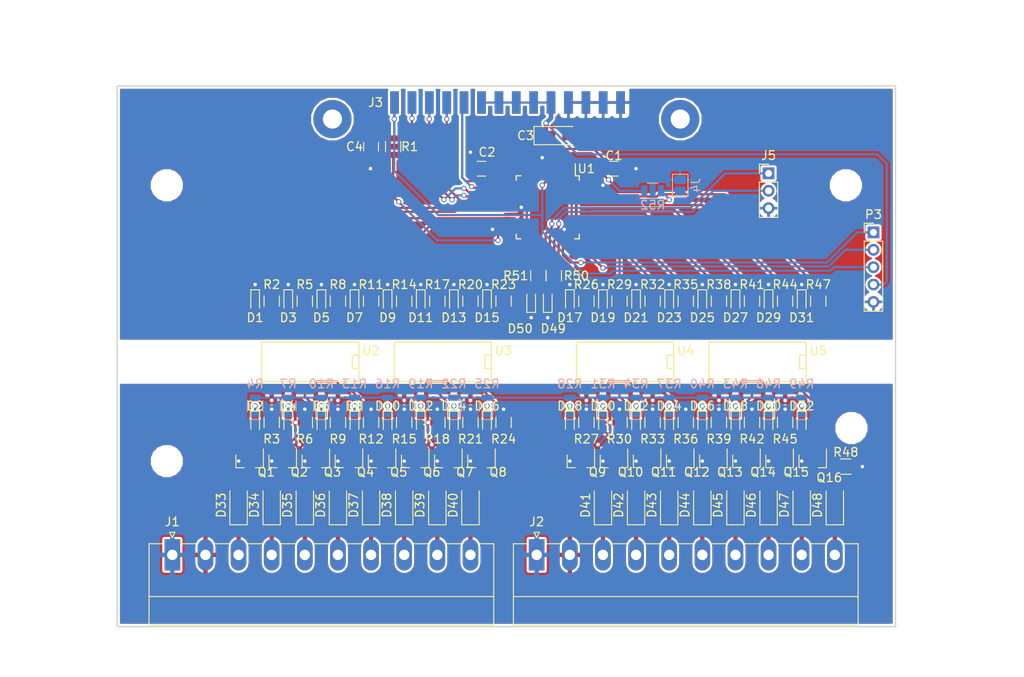
<source format=kicad_pcb>
(kicad_pcb (version 4) (host pcbnew 4.0.6)
  (layers (0 F.Cu signal) (31 B.Cu signal) (34 B.Paste user) (35 F.Paste user) (36 B.SilkS user) (37 F.SilkS user) (38 B.Mask user) (39 F.Mask user) (44 Edge.Cuts user))
  (net 0 "")
  (net 1 VDD)
  (net 2 SWDIO)
  (net 3 SWCLK)
  (net 4 RESET)
  (net 5 "Net-(U1-Pad5)")
  (net 6 SEL_OUT)
  (net 7 SEL_IN)
  (net 8 SPI_SCK)
  (net 9 SPI_MISO)
  (net 10 SPI_MOSI)
  (net 11 "Net-(D3-Pad2)")
  (net 12 "Net-(D7-Pad2)")
  (net 13 "Net-(D11-Pad2)")
  (net 14 "Net-(D15-Pad2)")
  (net 15 "Net-(D19-Pad2)")
  (net 16 "Net-(D23-Pad2)")
  (net 17 "Net-(D27-Pad2)")
  (net 18 "Net-(D31-Pad2)")
  (net 19 "Net-(U1-Pad2)")
  (net 20 "Net-(U1-Pad3)")
  (net 21 "Net-(U1-Pad4)")
  (net 22 "Net-(U1-Pad12)")
  (net 23 "Net-(D1-Pad2)")
  (net 24 ODO0)
  (net 25 "Net-(D2-Pad1)")
  (net 26 ODO1)
  (net 27 "Net-(D4-Pad1)")
  (net 28 "Net-(D5-Pad2)")
  (net 29 ODO2)
  (net 30 "Net-(D6-Pad1)")
  (net 31 ODO3)
  (net 32 "Net-(D8-Pad1)")
  (net 33 "Net-(D9-Pad2)")
  (net 34 ODO4)
  (net 35 "Net-(D10-Pad1)")
  (net 36 ODO5)
  (net 37 "Net-(D12-Pad1)")
  (net 38 "Net-(D13-Pad2)")
  (net 39 ODO6)
  (net 40 "Net-(D14-Pad1)")
  (net 41 ODO7)
  (net 42 "Net-(D16-Pad1)")
  (net 43 "Net-(D17-Pad2)")
  (net 44 ODO8)
  (net 45 "Net-(D18-Pad1)")
  (net 46 ODO9)
  (net 47 "Net-(D20-Pad1)")
  (net 48 "Net-(D21-Pad2)")
  (net 49 ODO10)
  (net 50 "Net-(D22-Pad1)")
  (net 51 ODO11)
  (net 52 "Net-(D24-Pad1)")
  (net 53 "Net-(D25-Pad2)")
  (net 54 ODO12)
  (net 55 "Net-(D26-Pad1)")
  (net 56 ODO13)
  (net 57 "Net-(D28-Pad1)")
  (net 58 "Net-(D29-Pad2)")
  (net 59 ODO14)
  (net 60 "Net-(D30-Pad1)")
  (net 61 ODO15)
  (net 62 "Net-(D32-Pad1)")
  (net 63 DO0v)
  (net 64 DO24v)
  (net 65 "Net-(Q1-Pad1)")
  (net 66 "Net-(Q2-Pad1)")
  (net 67 "Net-(Q3-Pad1)")
  (net 68 "Net-(Q4-Pad1)")
  (net 69 "Net-(Q5-Pad1)")
  (net 70 "Net-(Q6-Pad1)")
  (net 71 "Net-(Q7-Pad1)")
  (net 72 "Net-(Q8-Pad1)")
  (net 73 "Net-(Q9-Pad1)")
  (net 74 "Net-(Q10-Pad1)")
  (net 75 "Net-(Q11-Pad1)")
  (net 76 "Net-(Q12-Pad1)")
  (net 77 "Net-(Q13-Pad1)")
  (net 78 "Net-(Q14-Pad1)")
  (net 79 "Net-(Q15-Pad1)")
  (net 80 "Net-(Q16-Pad1)")
  (net 81 DO0)
  (net 82 "Net-(R2-Pad2)")
  (net 83 DO1)
  (net 84 "Net-(R5-Pad2)")
  (net 85 DO2)
  (net 86 "Net-(R8-Pad2)")
  (net 87 DO3)
  (net 88 "Net-(R11-Pad2)")
  (net 89 DO4)
  (net 90 "Net-(R14-Pad2)")
  (net 91 DO5)
  (net 92 "Net-(R17-Pad2)")
  (net 93 DO6)
  (net 94 "Net-(R20-Pad2)")
  (net 95 DO7)
  (net 96 "Net-(R23-Pad2)")
  (net 97 DO8)
  (net 98 "Net-(R26-Pad2)")
  (net 99 DO9)
  (net 100 "Net-(R29-Pad2)")
  (net 101 DO10)
  (net 102 "Net-(R32-Pad2)")
  (net 103 DO11)
  (net 104 "Net-(R35-Pad2)")
  (net 105 DO12)
  (net 106 "Net-(R38-Pad2)")
  (net 107 DO13)
  (net 108 "Net-(R41-Pad2)")
  (net 109 DO14)
  (net 110 "Net-(R44-Pad2)")
  (net 111 DO15)
  (net 112 "Net-(R47-Pad2)")
  (net 113 "Net-(U1-Pad6)")
  (net 114 "Net-(U1-Pad10)")
  (net 115 "Net-(U1-Pad11)")
  (net 116 "Net-(U1-Pad46)")
  (net 117 "Net-(D49-Pad2)")
  (net 118 "Net-(D50-Pad2)")
  (net 119 SOK)
  (net 120 SFL)
  (net 121 BOOT1)
  (net 122 BOOT0)
  (net 123 TX)
  (net 124 RX)
  (module Housings_QFP:LQFP-48_7x7mm_Pitch0.5mm (layer F.Cu) (at 149.225 76.835 270)
    (fp_text reference U1 (at -4.445 -4.445 360) (layer F.SilkS))
    (fp_text value STM32F103C8Tx)
    (pad 1 smd rect (at -4.35 -2.75 270) (size 1.3 0.25) (layers F.Cu F.Paste F.Mask) (net 1 VDD))
    (pad 2 smd rect (at -4.35 -2.25 270) (size 1.3 0.25) (layers F.Cu F.Paste F.Mask) (net 19 "Net-(U1-Pad2)"))
    (pad 3 smd rect (at -4.35 -1.75 270) (size 1.3 0.25) (layers F.Cu F.Paste F.Mask) (net 20 "Net-(U1-Pad3)"))
    (pad 4 smd rect (at -4.35 -1.25 270) (size 1.3 0.25) (layers F.Cu F.Paste F.Mask) (net 21 "Net-(U1-Pad4)"))
    (pad 5 smd rect (at -4.35 -0.75 270) (size 1.3 0.25) (layers F.Cu F.Paste F.Mask) (net 5 "Net-(U1-Pad5)"))
    (pad 6 smd rect (at -4.35 -0.25 270) (size 1.3 0.25) (layers F.Cu F.Paste F.Mask) (net 113 "Net-(U1-Pad6)"))
    (pad 7 smd rect (at -4.35 0.25 270) (size 1.3 0.25) (layers F.Cu F.Paste F.Mask) (net 4 RESET))
    (pad 8 smd rect (at -4.35 0.75 270) (size 1.3 0.25) (layers F.Cu F.Paste F.Mask) (net 121 BOOT1))
    (pad 9 smd rect (at -4.35 1.25 270) (size 1.3 0.25) (layers F.Cu F.Paste F.Mask) (net 1 VDD))
    (pad 10 smd rect (at -4.35 1.75 270) (size 1.3 0.25) (layers F.Cu F.Paste F.Mask) (net 114 "Net-(U1-Pad10)"))
    (pad 11 smd rect (at -4.35 2.25 270) (size 1.3 0.25) (layers F.Cu F.Paste F.Mask) (net 115 "Net-(U1-Pad11)"))
    (pad 12 smd rect (at -4.35 2.75 270) (size 1.3 0.25) (layers F.Cu F.Paste F.Mask) (net 22 "Net-(U1-Pad12)"))
    (pad 13 smd rect (at -2.75 4.35) (size 1.3 0.25) (layers F.Cu F.Paste F.Mask) (net 6 SEL_OUT))
    (pad 14 smd rect (at -2.25 4.35) (size 1.3 0.25) (layers F.Cu F.Paste F.Mask) (net 7 SEL_IN))
    (pad 15 smd rect (at -1.75 4.35) (size 1.3 0.25) (layers F.Cu F.Paste F.Mask) (net 8 SPI_SCK))
    (pad 16 smd rect (at -1.25 4.35) (size 1.3 0.25) (layers F.Cu F.Paste F.Mask) (net 9 SPI_MISO))
    (pad 17 smd rect (at -0.75 4.35) (size 1.3 0.25) (layers F.Cu F.Paste F.Mask) (net 10 SPI_MOSI))
    (pad 18 smd rect (at -0.25 4.35) (size 1.3 0.25) (layers F.Cu F.Paste F.Mask) (net 81 DO0))
    (pad 19 smd rect (at 0.25 4.35) (size 1.3 0.25) (layers F.Cu F.Paste F.Mask) (net 83 DO1))
    (pad 20 smd rect (at 0.75 4.35) (size 1.3 0.25) (layers F.Cu F.Paste F.Mask) (net 121 BOOT1))
    (pad 21 smd rect (at 1.25 4.35) (size 1.3 0.25) (layers F.Cu F.Paste F.Mask) (net 85 DO2))
    (pad 22 smd rect (at 1.75 4.35) (size 1.3 0.25) (layers F.Cu F.Paste F.Mask) (net 87 DO3))
    (pad 23 smd rect (at 2.25 4.35) (size 1.3 0.25) (layers F.Cu F.Paste F.Mask) (net 121 BOOT1))
    (pad 24 smd rect (at 2.75 4.35) (size 1.3 0.25) (layers F.Cu F.Paste F.Mask) (net 1 VDD))
    (pad 25 smd rect (at 4.35 2.75 270) (size 1.3 0.25) (layers F.Cu F.Paste F.Mask) (net 89 DO4))
    (pad 26 smd rect (at 4.35 2.25 270) (size 1.3 0.25) (layers F.Cu F.Paste F.Mask) (net 91 DO5))
    (pad 27 smd rect (at 4.35 1.75 270) (size 1.3 0.25) (layers F.Cu F.Paste F.Mask) (net 93 DO6))
    (pad 28 smd rect (at 4.35 1.25 270) (size 1.3 0.25) (layers F.Cu F.Paste F.Mask) (net 95 DO7))
    (pad 29 smd rect (at 4.35 0.75 270) (size 1.3 0.25) (layers F.Cu F.Paste F.Mask) (net 120 SFL))
    (pad 30 smd rect (at 4.35 0.25 270) (size 1.3 0.25) (layers F.Cu F.Paste F.Mask) (net 123 TX))
    (pad 31 smd rect (at 4.35 -0.25 270) (size 1.3 0.25) (layers F.Cu F.Paste F.Mask) (net 124 RX))
    (pad 32 smd rect (at 4.35 -0.75 270) (size 1.3 0.25) (layers F.Cu F.Paste F.Mask) (net 119 SOK))
    (pad 33 smd rect (at 4.35 -1.25 270) (size 1.3 0.25) (layers F.Cu F.Paste F.Mask) (net 97 DO8))
    (pad 34 smd rect (at 4.35 -1.75 270) (size 1.3 0.25) (layers F.Cu F.Paste F.Mask) (net 2 SWDIO))
    (pad 35 smd rect (at 4.35 -2.25 270) (size 1.3 0.25) (layers F.Cu F.Paste F.Mask) (net 121 BOOT1))
    (pad 36 smd rect (at 4.35 -2.75 270) (size 1.3 0.25) (layers F.Cu F.Paste F.Mask) (net 1 VDD))
    (pad 37 smd rect (at 2.75 -4.35) (size 1.3 0.25) (layers F.Cu F.Paste F.Mask) (net 3 SWCLK))
    (pad 38 smd rect (at 2.25 -4.35) (size 1.3 0.25) (layers F.Cu F.Paste F.Mask) (net 99 DO9))
    (pad 39 smd rect (at 1.75 -4.35) (size 1.3 0.25) (layers F.Cu F.Paste F.Mask) (net 101 DO10))
    (pad 40 smd rect (at 1.25 -4.35) (size 1.3 0.25) (layers F.Cu F.Paste F.Mask) (net 103 DO11))
    (pad 41 smd rect (at 0.75 -4.35) (size 1.3 0.25) (layers F.Cu F.Paste F.Mask) (net 105 DO12))
    (pad 42 smd rect (at 0.25 -4.35) (size 1.3 0.25) (layers F.Cu F.Paste F.Mask) (net 107 DO13))
    (pad 43 smd rect (at -0.25 -4.35) (size 1.3 0.25) (layers F.Cu F.Paste F.Mask) (net 109 DO14))
    (pad 44 smd rect (at -0.75 -4.35) (size 1.3 0.25) (layers F.Cu F.Paste F.Mask) (net 122 BOOT0))
    (pad 45 smd rect (at -1.25 -4.35) (size 1.3 0.25) (layers F.Cu F.Paste F.Mask) (net 111 DO15))
    (pad 46 smd rect (at -1.75 -4.35) (size 1.3 0.25) (layers F.Cu F.Paste F.Mask) (net 116 "Net-(U1-Pad46)"))
    (pad 47 smd rect (at -2.25 -4.35) (size 1.3 0.25) (layers F.Cu F.Paste F.Mask) (net 121 BOOT1))
    (pad 48 smd rect (at -2.75 -4.35) (size 1.3 0.25) (layers F.Cu F.Paste F.Mask) (net 1 VDD))
  )
  (module LEDs:LED_0603 (layer F.Cu) (at 147.32 87.63 90)
    (fp_text reference D50 (at -3.175 -1.27 180) (layer F.SilkS))
    (fp_text value SFL)
    (pad 2 smd rect (at 0.8 0 270) (size 0.8 0.8) (layers F.Cu F.Paste F.Mask) (net 118 "Net-(D50-Pad2)"))
    (pad 1 smd rect (at -0.8 0 270) (size 0.8 0.8) (layers F.Cu F.Paste F.Mask) (net 121 BOOT1))
  )
  (module Pin_Headers:Pin_Header_Straight_1x05_Pitch2.00mm (layer F.Cu) (at 186.69 79.725)
    (fp_text reference P3 (at 0 -2.06) (layer F.SilkS))
    (fp_text value DEBUG)
    (pad 1 thru_hole rect (at 0 0) (size 1.35 1.35) (drill 0.8) (layers *.Cu *.Mask) (net 2 SWDIO))
    (pad 2 thru_hole oval (at 0 2) (size 1.35 1.35) (drill 0.8) (layers *.Cu *.Mask) (net 3 SWCLK))
    (pad 3 thru_hole oval (at 0 4) (size 1.35 1.35) (drill 0.8) (layers *.Cu *.Mask) (net 4 RESET))
    (pad 4 thru_hole oval (at 0 6) (size 1.35 1.35) (drill 0.8) (layers *.Cu *.Mask) (net 1 VDD))
    (pad 5 thru_hole oval (at 0 8) (size 1.35 1.35) (drill 0.8) (layers *.Cu *.Mask) (net 121 BOOT1))
  )
  (module Mounting_Holes:MountingHole_3.2mm_M3 (layer F.Cu) (at 105.41 106.045)
    (fp_text reference REF** hide)
    (fp_text value MountingHole_3.2mm_M3 hide)
    (pad 1 np_thru_hole circle (at 0 0) (size 3.2 3.2) (drill 3.2) (layers *.Cu *.Mask))
  )
  (module Mounting_Holes:MountingHole_3.2mm_M3 (layer F.Cu) (at 105.41 74.295)
    (fp_text reference REF** hide)
    (fp_text value MountingHole_3.2mm_M3 hide)
    (pad 1 np_thru_hole circle (at 0 0) (size 3.2 3.2) (drill 3.2) (layers *.Cu *.Mask))
  )
  (module Mounting_Holes:MountingHole_3.2mm_M3 (layer F.Cu) (at 184.15 102.235)
    (fp_text reference REF** hide)
    (fp_text value MountingHole_3.2mm_M3 hide)
    (pad 1 np_thru_hole circle (at 0 0) (size 3.2 3.2) (drill 3.2) (layers *.Cu *.Mask))
  )
  (module Mounting_Holes:MountingHole_3.2mm_M3 (layer F.Cu) (at 183.515 74.295)
    (fp_text reference REF** hide)
    (fp_text value MountingHole_3.2mm_M3 hide)
    (pad 1 np_thru_hole circle (at 0 0) (size 3.2 3.2) (drill 3.2) (layers *.Cu *.Mask))
  )
  (module Projects:Pin_Header_2.00mm_SMD (layer F.Cu) (at 144.605 64.7424 90)
    (fp_text reference J3 (at -0.0276 -15.1765 180) (layer F.SilkS))
    (fp_text value MOD)
    (pad 1 smd rect (at -0.0276 -13 90) (size 2.58 1) (layers F.Cu F.Paste F.Mask) (net 4 RESET))
    (pad 2 smd rect (at -0.028587 -12.998531 270) (size 2.58 1) (layers B.Cu B.Paste B.Mask) (net 4 RESET))
    (pad 3 smd rect (at -0.0276 -11 90) (size 2.58 1) (layers F.Cu F.Paste F.Mask) (net 8 SPI_SCK))
    (pad 4 smd rect (at -0.028587 -10.998531 270) (size 2.58 1) (layers B.Cu B.Paste B.Mask) (net 8 SPI_SCK))
    (pad 5 smd rect (at -0.0276 -9 90) (size 2.58 1) (layers F.Cu F.Paste F.Mask) (net 9 SPI_MISO))
    (pad 6 smd rect (at -0.028587 -8.998531 270) (size 2.58 1) (layers B.Cu B.Paste B.Mask) (net 9 SPI_MISO))
    (pad 7 smd rect (at -0.0276 -7 90) (size 2.58 1) (layers F.Cu F.Paste F.Mask) (net 10 SPI_MOSI))
    (pad 8 smd rect (at -0.028587 -6.998531 270) (size 2.58 1) (layers B.Cu B.Paste B.Mask) (net 10 SPI_MOSI))
    (pad 9 smd rect (at -0.0276 -5 90) (size 2.58 1) (layers F.Cu F.Paste F.Mask) (net 6 SEL_OUT))
    (pad 10 smd rect (at -0.028587 -4.998531 270) (size 2.58 1) (layers B.Cu B.Paste B.Mask) (net 7 SEL_IN))
    (pad 11 smd rect (at -0.0276 -3 90) (size 2.58 1) (layers F.Cu F.Paste F.Mask) (net 1 VDD))
    (pad 12 smd rect (at -0.028587 -2.998531 270) (size 2.58 1) (layers B.Cu B.Paste B.Mask) (net 1 VDD))
    (pad 13 smd rect (at -0.0276 -1 90) (size 2.58 1) (layers F.Cu F.Paste F.Mask) (net 1 VDD))
    (pad 14 smd rect (at -0.028587 -0.998531 270) (size 2.58 1) (layers B.Cu B.Paste B.Mask) (net 1 VDD))
    (pad 15 smd rect (at -0.0276 1 90) (size 2.58 1) (layers F.Cu F.Paste F.Mask) (net 1 VDD))
    (pad 16 smd rect (at -0.028587 1.001469 270) (size 2.58 1) (layers B.Cu B.Paste B.Mask) (net 1 VDD))
    (pad 17 smd rect (at -0.0276 3 90) (size 2.58 1) (layers F.Cu F.Paste F.Mask) (net 1 VDD))
    (pad 18 smd rect (at -0.028587 3.001469 270) (size 2.58 1) (layers B.Cu B.Paste B.Mask) (net 1 VDD))
    (pad 19 smd rect (at -0.0276 5 90) (size 2.58 1) (layers F.Cu F.Paste F.Mask) (net 1 VDD))
    (pad 20 smd rect (at -0.028587 5.001469 270) (size 2.58 1) (layers B.Cu B.Paste B.Mask) (net 1 VDD))
    (pad 21 smd rect (at -0.0276 7 90) (size 2.58 1) (layers F.Cu F.Paste F.Mask) (net 121 BOOT1))
    (pad 22 smd rect (at -0.028587 7.001469 270) (size 2.58 1) (layers B.Cu B.Paste B.Mask) (net 121 BOOT1))
    (pad 23 smd rect (at -0.0276 9 90) (size 2.58 1) (layers F.Cu F.Paste F.Mask) (net 121 BOOT1))
    (pad 24 smd rect (at -0.028587 9.001469 270) (size 2.58 1) (layers B.Cu B.Paste B.Mask) (net 121 BOOT1))
    (pad 25 smd rect (at -0.0276 11 90) (size 2.58 1) (layers F.Cu F.Paste F.Mask) (net 121 BOOT1))
    (pad 26 smd rect (at -0.028587 11.001469 270) (size 2.58 1) (layers B.Cu B.Paste B.Mask) (net 121 BOOT1))
    (pad 27 smd rect (at -0.0276 13 90) (size 2.58 1) (layers F.Cu F.Paste F.Mask) (net 121 BOOT1))
    (pad 28 smd rect (at -0.028587 13.001469 270) (size 2.58 1) (layers B.Cu B.Paste B.Mask) (net 121 BOOT1))
  )
  (module Mounting_Holes:MountingHole_2.2mm_M2_Pad (layer F.Cu) (at 124.46 66.675)
    (fp_text reference REF** hide)
    (fp_text value MountingHole_2.2mm_M2_Pad hide)
    (pad 1 thru_hole circle (at 0 0) (size 4.4 4.4) (drill 2.2) (layers *.Cu *.Mask))
  )
  (module Mounting_Holes:MountingHole_2.2mm_M2_Pad (layer F.Cu) (at 164.465 66.675)
    (fp_text reference REF** hide)
    (fp_text value MountingHole_2.2mm_M2_Pad hide)
    (pad 1 thru_hole circle (at 0 0) (size 4.4 4.4) (drill 2.2) (layers *.Cu *.Mask))
  )
  (module Capacitors_SMD:C_0805 (layer F.Cu) (at 156.845 72.39)
    (fp_text reference C1 (at 0 -1.5) (layer F.SilkS))
    (fp_text value 100n)
    (pad 1 smd rect (at -1 0) (size 1 1.25) (layers F.Cu F.Paste F.Mask) (net 1 VDD))
    (pad 2 smd rect (at 1 0) (size 1 1.25) (layers F.Cu F.Paste F.Mask) (net 121 BOOT1))
  )
  (module Capacitors_SMD:C_0805 (layer F.Cu) (at 141.605 72.39 180)
    (fp_text reference C2 (at -0.635 1.905 180) (layer F.SilkS))
    (fp_text value 100n)
    (pad 1 smd rect (at -1 0 180) (size 1 1.25) (layers F.Cu F.Paste F.Mask) (net 1 VDD))
    (pad 2 smd rect (at 1 0 180) (size 1 1.25) (layers F.Cu F.Paste F.Mask) (net 121 BOOT1))
  )
  (module Capacitors_SMD:C_0805 (layer F.Cu) (at 128.905 69.85 270)
    (fp_text reference C4 (at 0 1.905 360) (layer F.SilkS))
    (fp_text value 100n)
    (pad 1 smd rect (at -1 0 270) (size 1 1.25) (layers F.Cu F.Paste F.Mask) (net 4 RESET))
    (pad 2 smd rect (at 1 0 270) (size 1 1.25) (layers F.Cu F.Paste F.Mask) (net 121 BOOT1))
  )
  (module LEDs:LED_0603 (layer F.Cu) (at 115.57 87.63 270)
    (fp_text reference D1 (at 1.905 0 360) (layer F.SilkS))
    (fp_text value DO_I)
    (pad 2 smd rect (at 0.8 0 90) (size 0.8 0.8) (layers F.Cu F.Paste F.Mask) (net 23 "Net-(D1-Pad2)"))
    (pad 1 smd rect (at -0.8 0 90) (size 0.8 0.8) (layers F.Cu F.Paste F.Mask) (net 121 BOOT1))
  )
  (module LEDs:LED_0603 (layer F.Cu) (at 115.57 101.6 270)
    (fp_text reference D2 (at -1.905 0 360) (layer F.SilkS))
    (fp_text value DO_O)
    (pad 2 smd rect (at 0.8 0 90) (size 0.8 0.8) (layers F.Cu F.Paste F.Mask) (net 24 ODO0))
    (pad 1 smd rect (at -0.8 0 90) (size 0.8 0.8) (layers F.Cu F.Paste F.Mask) (net 25 "Net-(D2-Pad1)"))
  )
  (module LEDs:LED_0603 (layer F.Cu) (at 119.38 87.63 270)
    (fp_text reference D3 (at 1.905 0 360) (layer F.SilkS))
    (fp_text value DO_I)
    (pad 2 smd rect (at 0.8 0 90) (size 0.8 0.8) (layers F.Cu F.Paste F.Mask) (net 11 "Net-(D3-Pad2)"))
    (pad 1 smd rect (at -0.8 0 90) (size 0.8 0.8) (layers F.Cu F.Paste F.Mask) (net 121 BOOT1))
  )
  (module LEDs:LED_0603 (layer F.Cu) (at 119.38 101.6 270)
    (fp_text reference D4 (at -1.905 0 360) (layer F.SilkS))
    (fp_text value DO_O)
    (pad 2 smd rect (at 0.8 0 90) (size 0.8 0.8) (layers F.Cu F.Paste F.Mask) (net 26 ODO1))
    (pad 1 smd rect (at -0.8 0 90) (size 0.8 0.8) (layers F.Cu F.Paste F.Mask) (net 27 "Net-(D4-Pad1)"))
  )
  (module LEDs:LED_0603 (layer F.Cu) (at 123.19 87.63 270)
    (fp_text reference D5 (at 1.905 0 360) (layer F.SilkS))
    (fp_text value DO_I)
    (pad 2 smd rect (at 0.8 0 90) (size 0.8 0.8) (layers F.Cu F.Paste F.Mask) (net 28 "Net-(D5-Pad2)"))
    (pad 1 smd rect (at -0.8 0 90) (size 0.8 0.8) (layers F.Cu F.Paste F.Mask) (net 121 BOOT1))
  )
  (module LEDs:LED_0603 (layer F.Cu) (at 123.19 101.6 270)
    (fp_text reference D6 (at -1.905 0 360) (layer F.SilkS))
    (fp_text value DO_O)
    (pad 2 smd rect (at 0.8 0 90) (size 0.8 0.8) (layers F.Cu F.Paste F.Mask) (net 29 ODO2))
    (pad 1 smd rect (at -0.8 0 90) (size 0.8 0.8) (layers F.Cu F.Paste F.Mask) (net 30 "Net-(D6-Pad1)"))
  )
  (module LEDs:LED_0603 (layer F.Cu) (at 127 87.63 270)
    (fp_text reference D7 (at 1.905 0 360) (layer F.SilkS))
    (fp_text value DO_I)
    (pad 2 smd rect (at 0.8 0 90) (size 0.8 0.8) (layers F.Cu F.Paste F.Mask) (net 12 "Net-(D7-Pad2)"))
    (pad 1 smd rect (at -0.8 0 90) (size 0.8 0.8) (layers F.Cu F.Paste F.Mask) (net 121 BOOT1))
  )
  (module LEDs:LED_0603 (layer F.Cu) (at 127 101.6 270)
    (fp_text reference D8 (at -1.905 0 360) (layer F.SilkS))
    (fp_text value DO_O)
    (pad 2 smd rect (at 0.8 0 90) (size 0.8 0.8) (layers F.Cu F.Paste F.Mask) (net 31 ODO3))
    (pad 1 smd rect (at -0.8 0 90) (size 0.8 0.8) (layers F.Cu F.Paste F.Mask) (net 32 "Net-(D8-Pad1)"))
  )
  (module LEDs:LED_0603 (layer F.Cu) (at 130.81 87.63 270)
    (fp_text reference D9 (at 1.905 0 360) (layer F.SilkS))
    (fp_text value DO_I)
    (pad 2 smd rect (at 0.8 0 90) (size 0.8 0.8) (layers F.Cu F.Paste F.Mask) (net 33 "Net-(D9-Pad2)"))
    (pad 1 smd rect (at -0.8 0 90) (size 0.8 0.8) (layers F.Cu F.Paste F.Mask) (net 121 BOOT1))
  )
  (module LEDs:LED_0603 (layer F.Cu) (at 130.81 101.6 270)
    (fp_text reference D10 (at -1.905 0 360) (layer F.SilkS))
    (fp_text value DO_O)
    (pad 2 smd rect (at 0.8 0 90) (size 0.8 0.8) (layers F.Cu F.Paste F.Mask) (net 34 ODO4))
    (pad 1 smd rect (at -0.8 0 90) (size 0.8 0.8) (layers F.Cu F.Paste F.Mask) (net 35 "Net-(D10-Pad1)"))
  )
  (module LEDs:LED_0603 (layer F.Cu) (at 134.62 87.63 270)
    (fp_text reference D11 (at 1.905 0 360) (layer F.SilkS))
    (fp_text value DO_I)
    (pad 2 smd rect (at 0.8 0 90) (size 0.8 0.8) (layers F.Cu F.Paste F.Mask) (net 13 "Net-(D11-Pad2)"))
    (pad 1 smd rect (at -0.8 0 90) (size 0.8 0.8) (layers F.Cu F.Paste F.Mask) (net 121 BOOT1))
  )
  (module LEDs:LED_0603 (layer F.Cu) (at 134.62 101.6 270)
    (fp_text reference D12 (at -1.905 0 360) (layer F.SilkS))
    (fp_text value DO_O)
    (pad 2 smd rect (at 0.8 0 90) (size 0.8 0.8) (layers F.Cu F.Paste F.Mask) (net 36 ODO5))
    (pad 1 smd rect (at -0.8 0 90) (size 0.8 0.8) (layers F.Cu F.Paste F.Mask) (net 37 "Net-(D12-Pad1)"))
  )
  (module Diodes_SMD:D_SOD-123 (layer F.Cu) (at 113.665 111.125 90)
    (fp_text reference D33 (at 0 -2 90) (layer F.SilkS))
    (fp_text value 1N4001)
    (pad 1 smd rect (at -1.65 0 90) (size 0.9 1.2) (layers F.Cu F.Paste F.Mask) (net 24 ODO0))
    (pad 2 smd rect (at 1.65 0 90) (size 0.9 1.2) (layers F.Cu F.Paste F.Mask) (net 63 DO0v))
  )
  (module Diodes_SMD:D_SOD-123 (layer F.Cu) (at 117.475 111.125 90)
    (fp_text reference D34 (at 0 -2 90) (layer F.SilkS))
    (fp_text value 1N4001)
    (pad 1 smd rect (at -1.65 0 90) (size 0.9 1.2) (layers F.Cu F.Paste F.Mask) (net 26 ODO1))
    (pad 2 smd rect (at 1.65 0 90) (size 0.9 1.2) (layers F.Cu F.Paste F.Mask) (net 63 DO0v))
  )
  (module Diodes_SMD:D_SOD-123 (layer F.Cu) (at 121.285 111.125 90)
    (fp_text reference D35 (at 0 -2 90) (layer F.SilkS))
    (fp_text value 1N4001)
    (pad 1 smd rect (at -1.65 0 90) (size 0.9 1.2) (layers F.Cu F.Paste F.Mask) (net 29 ODO2))
    (pad 2 smd rect (at 1.65 0 90) (size 0.9 1.2) (layers F.Cu F.Paste F.Mask) (net 63 DO0v))
  )
  (module Diodes_SMD:D_SOD-123 (layer F.Cu) (at 125.095 111.125 90)
    (fp_text reference D36 (at 0 -2 90) (layer F.SilkS))
    (fp_text value 1N4001)
    (pad 1 smd rect (at -1.65 0 90) (size 0.9 1.2) (layers F.Cu F.Paste F.Mask) (net 31 ODO3))
    (pad 2 smd rect (at 1.65 0 90) (size 0.9 1.2) (layers F.Cu F.Paste F.Mask) (net 63 DO0v))
  )
  (module Diodes_SMD:D_SOD-123 (layer F.Cu) (at 128.905 111.125 90)
    (fp_text reference D37 (at 0 -2 90) (layer F.SilkS))
    (fp_text value 1N4001)
    (pad 1 smd rect (at -1.65 0 90) (size 0.9 1.2) (layers F.Cu F.Paste F.Mask) (net 34 ODO4))
    (pad 2 smd rect (at 1.65 0 90) (size 0.9 1.2) (layers F.Cu F.Paste F.Mask) (net 63 DO0v))
  )
  (module Diodes_SMD:D_SOD-123 (layer F.Cu) (at 132.715 111.125 90)
    (fp_text reference D38 (at 0 -2 90) (layer F.SilkS))
    (fp_text value 1N4001)
    (pad 1 smd rect (at -1.65 0 90) (size 0.9 1.2) (layers F.Cu F.Paste F.Mask) (net 36 ODO5))
    (pad 2 smd rect (at 1.65 0 90) (size 0.9 1.2) (layers F.Cu F.Paste F.Mask) (net 63 DO0v))
  )
  (module Diodes_SMD:D_SOD-123 (layer F.Cu) (at 136.525 111.125 90)
    (fp_text reference D39 (at 0 -2 90) (layer F.SilkS))
    (fp_text value 1N4001)
    (pad 1 smd rect (at -1.65 0 90) (size 0.9 1.2) (layers F.Cu F.Paste F.Mask) (net 39 ODO6))
    (pad 2 smd rect (at 1.65 0 90) (size 0.9 1.2) (layers F.Cu F.Paste F.Mask) (net 63 DO0v))
  )
  (module Diodes_SMD:D_SOD-123 (layer F.Cu) (at 140.335 111.125 90)
    (fp_text reference D40 (at 0 -2 90) (layer F.SilkS))
    (fp_text value 1N4001)
    (pad 1 smd rect (at -1.65 0 90) (size 0.9 1.2) (layers F.Cu F.Paste F.Mask) (net 41 ODO7))
    (pad 2 smd rect (at 1.65 0 90) (size 0.9 1.2) (layers F.Cu F.Paste F.Mask) (net 63 DO0v))
  )
  (module Diodes_SMD:D_SOD-123 (layer F.Cu) (at 155.575 111.125 90)
    (fp_text reference D41 (at 0 -2 90) (layer F.SilkS))
    (fp_text value 1N4001)
    (pad 1 smd rect (at -1.65 0 90) (size 0.9 1.2) (layers F.Cu F.Paste F.Mask) (net 44 ODO8))
    (pad 2 smd rect (at 1.65 0 90) (size 0.9 1.2) (layers F.Cu F.Paste F.Mask) (net 63 DO0v))
  )
  (module Diodes_SMD:D_SOD-123 (layer F.Cu) (at 159.385 111.125 90)
    (fp_text reference D42 (at 0 -2 90) (layer F.SilkS))
    (fp_text value 1N4001)
    (pad 1 smd rect (at -1.65 0 90) (size 0.9 1.2) (layers F.Cu F.Paste F.Mask) (net 46 ODO9))
    (pad 2 smd rect (at 1.65 0 90) (size 0.9 1.2) (layers F.Cu F.Paste F.Mask) (net 63 DO0v))
  )
  (module Diodes_SMD:D_SOD-123 (layer F.Cu) (at 163.195 111.125 90)
    (fp_text reference D43 (at 0 -2 90) (layer F.SilkS))
    (fp_text value 1N4001)
    (pad 1 smd rect (at -1.65 0 90) (size 0.9 1.2) (layers F.Cu F.Paste F.Mask) (net 49 ODO10))
    (pad 2 smd rect (at 1.65 0 90) (size 0.9 1.2) (layers F.Cu F.Paste F.Mask) (net 63 DO0v))
  )
  (module Diodes_SMD:D_SOD-123 (layer F.Cu) (at 167.005 111.125 90)
    (fp_text reference D44 (at 0 -2 90) (layer F.SilkS))
    (fp_text value 1N4001)
    (pad 1 smd rect (at -1.65 0 90) (size 0.9 1.2) (layers F.Cu F.Paste F.Mask) (net 51 ODO11))
    (pad 2 smd rect (at 1.65 0 90) (size 0.9 1.2) (layers F.Cu F.Paste F.Mask) (net 63 DO0v))
  )
  (module Diodes_SMD:D_SOD-123 (layer F.Cu) (at 170.815 111.125 90)
    (fp_text reference D45 (at 0 -2 90) (layer F.SilkS))
    (fp_text value 1N4001)
    (pad 1 smd rect (at -1.65 0 90) (size 0.9 1.2) (layers F.Cu F.Paste F.Mask) (net 54 ODO12))
    (pad 2 smd rect (at 1.65 0 90) (size 0.9 1.2) (layers F.Cu F.Paste F.Mask) (net 63 DO0v))
  )
  (module Diodes_SMD:D_SOD-123 (layer F.Cu) (at 174.625 111.125 90)
    (fp_text reference D46 (at 0 -2 90) (layer F.SilkS))
    (fp_text value 1N4001)
    (pad 1 smd rect (at -1.65 0 90) (size 0.9 1.2) (layers F.Cu F.Paste F.Mask) (net 56 ODO13))
    (pad 2 smd rect (at 1.65 0 90) (size 0.9 1.2) (layers F.Cu F.Paste F.Mask) (net 63 DO0v))
  )
  (module Diodes_SMD:D_SOD-123 (layer F.Cu) (at 178.435 111.125 90)
    (fp_text reference D47 (at 0 -2 90) (layer F.SilkS))
    (fp_text value 1N4001)
    (pad 1 smd rect (at -1.65 0 90) (size 0.9 1.2) (layers F.Cu F.Paste F.Mask) (net 59 ODO14))
    (pad 2 smd rect (at 1.65 0 90) (size 0.9 1.2) (layers F.Cu F.Paste F.Mask) (net 63 DO0v))
  )
  (module Diodes_SMD:D_SOD-123 (layer F.Cu) (at 182.245 111.125 90)
    (fp_text reference D48 (at 0 -2 90) (layer F.SilkS))
    (fp_text value 1N4001)
    (pad 1 smd rect (at -1.65 0 90) (size 0.9 1.2) (layers F.Cu F.Paste F.Mask) (net 61 ODO15))
    (pad 2 smd rect (at 1.65 0 90) (size 0.9 1.2) (layers F.Cu F.Paste F.Mask) (net 63 DO0v))
  )
  (module Connectors_Phoenix:PhoenixContact_MC-G_10x3.81mm_Angled (layer F.Cu) (at 106.045 116.84)
    (fp_text reference J1 (at 0 -3.81) (layer F.SilkS))
    (fp_text value DO_0)
    (pad 1 thru_hole rect (at 0 0) (size 1.8 3.6) (drill 1.2) (layers *.Cu *.Mask) (net 64 DO24v))
    (pad 2 thru_hole oval (at 3.81 0) (size 1.8 3.6) (drill 1.2) (layers *.Cu *.Mask) (net 63 DO0v))
    (pad 3 thru_hole oval (at 7.62 0) (size 1.8 3.6) (drill 1.2) (layers *.Cu *.Mask) (net 24 ODO0))
    (pad 4 thru_hole oval (at 11.43 0) (size 1.8 3.6) (drill 1.2) (layers *.Cu *.Mask) (net 26 ODO1))
    (pad 5 thru_hole oval (at 15.24 0) (size 1.8 3.6) (drill 1.2) (layers *.Cu *.Mask) (net 29 ODO2))
    (pad 6 thru_hole oval (at 19.05 0) (size 1.8 3.6) (drill 1.2) (layers *.Cu *.Mask) (net 31 ODO3))
    (pad 7 thru_hole oval (at 22.86 0) (size 1.8 3.6) (drill 1.2) (layers *.Cu *.Mask) (net 34 ODO4))
    (pad 8 thru_hole oval (at 26.67 0) (size 1.8 3.6) (drill 1.2) (layers *.Cu *.Mask) (net 36 ODO5))
    (pad 9 thru_hole oval (at 30.48 0) (size 1.8 3.6) (drill 1.2) (layers *.Cu *.Mask) (net 39 ODO6))
    (pad 10 thru_hole oval (at 34.29 0) (size 1.8 3.6) (drill 1.2) (layers *.Cu *.Mask) (net 41 ODO7))
  )
  (module Connectors_Phoenix:PhoenixContact_MC-G_10x3.81mm_Angled (layer F.Cu) (at 147.955 116.84)
    (fp_text reference J2 (at 0 -3.81) (layer F.SilkS))
    (fp_text value DO_1)
    (pad 1 thru_hole rect (at 0 0) (size 1.8 3.6) (drill 1.2) (layers *.Cu *.Mask) (net 64 DO24v))
    (pad 2 thru_hole oval (at 3.81 0) (size 1.8 3.6) (drill 1.2) (layers *.Cu *.Mask) (net 63 DO0v))
    (pad 3 thru_hole oval (at 7.62 0) (size 1.8 3.6) (drill 1.2) (layers *.Cu *.Mask) (net 44 ODO8))
    (pad 4 thru_hole oval (at 11.43 0) (size 1.8 3.6) (drill 1.2) (layers *.Cu *.Mask) (net 46 ODO9))
    (pad 5 thru_hole oval (at 15.24 0) (size 1.8 3.6) (drill 1.2) (layers *.Cu *.Mask) (net 49 ODO10))
    (pad 6 thru_hole oval (at 19.05 0) (size 1.8 3.6) (drill 1.2) (layers *.Cu *.Mask) (net 51 ODO11))
    (pad 7 thru_hole oval (at 22.86 0) (size 1.8 3.6) (drill 1.2) (layers *.Cu *.Mask) (net 54 ODO12))
    (pad 8 thru_hole oval (at 26.67 0) (size 1.8 3.6) (drill 1.2) (layers *.Cu *.Mask) (net 56 ODO13))
    (pad 9 thru_hole oval (at 30.48 0) (size 1.8 3.6) (drill 1.2) (layers *.Cu *.Mask) (net 59 ODO14))
    (pad 10 thru_hole oval (at 34.29 0) (size 1.8 3.6) (drill 1.2) (layers *.Cu *.Mask) (net 61 ODO15))
  )
  (module TO_SOT_Packages_SMD:SOT-23 (layer F.Cu) (at 114.935 106.045 270)
    (fp_text reference Q1 (at 1.27 -1.905 360) (layer F.SilkS))
    (fp_text value IRLML5103)
    (pad 1 smd rect (at -1 -0.95 270) (size 0.9 0.8) (layers F.Cu F.Paste F.Mask) (net 65 "Net-(Q1-Pad1)"))
    (pad 2 smd rect (at -1 0.95 270) (size 0.9 0.8) (layers F.Cu F.Paste F.Mask) (net 64 DO24v))
    (pad 3 smd rect (at 1 0 270) (size 0.9 0.8) (layers F.Cu F.Paste F.Mask) (net 24 ODO0))
  )
  (module TO_SOT_Packages_SMD:SOT-23 (layer F.Cu) (at 118.745 106.045 270)
    (fp_text reference Q2 (at 1.27 -1.905 360) (layer F.SilkS))
    (fp_text value IRLML5103)
    (pad 1 smd rect (at -1 -0.95 270) (size 0.9 0.8) (layers F.Cu F.Paste F.Mask) (net 66 "Net-(Q2-Pad1)"))
    (pad 2 smd rect (at -1 0.95 270) (size 0.9 0.8) (layers F.Cu F.Paste F.Mask) (net 64 DO24v))
    (pad 3 smd rect (at 1 0 270) (size 0.9 0.8) (layers F.Cu F.Paste F.Mask) (net 26 ODO1))
  )
  (module TO_SOT_Packages_SMD:SOT-23 (layer F.Cu) (at 122.555 106.045 270)
    (fp_text reference Q3 (at 1.27 -1.905 360) (layer F.SilkS))
    (fp_text value IRLML5103)
    (pad 1 smd rect (at -1 -0.95 270) (size 0.9 0.8) (layers F.Cu F.Paste F.Mask) (net 67 "Net-(Q3-Pad1)"))
    (pad 2 smd rect (at -1 0.95 270) (size 0.9 0.8) (layers F.Cu F.Paste F.Mask) (net 64 DO24v))
    (pad 3 smd rect (at 1 0 270) (size 0.9 0.8) (layers F.Cu F.Paste F.Mask) (net 29 ODO2))
  )
  (module TO_SOT_Packages_SMD:SOT-23 (layer F.Cu) (at 126.365 106.045 270)
    (fp_text reference Q4 (at 1.27 -1.905 360) (layer F.SilkS))
    (fp_text value IRLML5103)
    (pad 1 smd rect (at -1 -0.95 270) (size 0.9 0.8) (layers F.Cu F.Paste F.Mask) (net 68 "Net-(Q4-Pad1)"))
    (pad 2 smd rect (at -1 0.95 270) (size 0.9 0.8) (layers F.Cu F.Paste F.Mask) (net 64 DO24v))
    (pad 3 smd rect (at 1 0 270) (size 0.9 0.8) (layers F.Cu F.Paste F.Mask) (net 31 ODO3))
  )
  (module TO_SOT_Packages_SMD:SOT-23 (layer F.Cu) (at 130.175 106.045 270)
    (fp_text reference Q5 (at 1.27 -1.905 360) (layer F.SilkS))
    (fp_text value IRLML5103)
    (pad 1 smd rect (at -1 -0.95 270) (size 0.9 0.8) (layers F.Cu F.Paste F.Mask) (net 69 "Net-(Q5-Pad1)"))
    (pad 2 smd rect (at -1 0.95 270) (size 0.9 0.8) (layers F.Cu F.Paste F.Mask) (net 64 DO24v))
    (pad 3 smd rect (at 1 0 270) (size 0.9 0.8) (layers F.Cu F.Paste F.Mask) (net 34 ODO4))
  )
  (module TO_SOT_Packages_SMD:SOT-23 (layer F.Cu) (at 133.985 106.045 270)
    (fp_text reference Q6 (at 1.27 -1.905 360) (layer F.SilkS))
    (fp_text value IRLML5103)
    (pad 1 smd rect (at -1 -0.95 270) (size 0.9 0.8) (layers F.Cu F.Paste F.Mask) (net 70 "Net-(Q6-Pad1)"))
    (pad 2 smd rect (at -1 0.95 270) (size 0.9 0.8) (layers F.Cu F.Paste F.Mask) (net 64 DO24v))
    (pad 3 smd rect (at 1 0 270) (size 0.9 0.8) (layers F.Cu F.Paste F.Mask) (net 36 ODO5))
  )
  (module TO_SOT_Packages_SMD:SOT-23 (layer F.Cu) (at 137.795 106.045 270)
    (fp_text reference Q7 (at 1.27 -1.905 360) (layer F.SilkS))
    (fp_text value IRLML5103)
    (pad 1 smd rect (at -1 -0.95 270) (size 0.9 0.8) (layers F.Cu F.Paste F.Mask) (net 71 "Net-(Q7-Pad1)"))
    (pad 2 smd rect (at -1 0.95 270) (size 0.9 0.8) (layers F.Cu F.Paste F.Mask) (net 64 DO24v))
    (pad 3 smd rect (at 1 0 270) (size 0.9 0.8) (layers F.Cu F.Paste F.Mask) (net 39 ODO6))
  )
  (module TO_SOT_Packages_SMD:SOT-23 (layer F.Cu) (at 141.605 106.045 270)
    (fp_text reference Q8 (at 1.27 -1.905 360) (layer F.SilkS))
    (fp_text value IRLML5103)
    (pad 1 smd rect (at -1 -0.95 270) (size 0.9 0.8) (layers F.Cu F.Paste F.Mask) (net 72 "Net-(Q8-Pad1)"))
    (pad 2 smd rect (at -1 0.95 270) (size 0.9 0.8) (layers F.Cu F.Paste F.Mask) (net 64 DO24v))
    (pad 3 smd rect (at 1 0 270) (size 0.9 0.8) (layers F.Cu F.Paste F.Mask) (net 41 ODO7))
  )
  (module TO_SOT_Packages_SMD:SOT-23 (layer F.Cu) (at 153.035 106.045 270)
    (fp_text reference Q9 (at 1.27 -1.905 360) (layer F.SilkS))
    (fp_text value IRLML5103)
    (pad 1 smd rect (at -1 -0.95 270) (size 0.9 0.8) (layers F.Cu F.Paste F.Mask) (net 73 "Net-(Q9-Pad1)"))
    (pad 2 smd rect (at -1 0.95 270) (size 0.9 0.8) (layers F.Cu F.Paste F.Mask) (net 64 DO24v))
    (pad 3 smd rect (at 1 0 270) (size 0.9 0.8) (layers F.Cu F.Paste F.Mask) (net 44 ODO8))
  )
  (module TO_SOT_Packages_SMD:SOT-23 (layer F.Cu) (at 156.845 106.045 270)
    (fp_text reference Q10 (at 1.27 -1.905 360) (layer F.SilkS))
    (fp_text value IRLML5103)
    (pad 1 smd rect (at -1 -0.95 270) (size 0.9 0.8) (layers F.Cu F.Paste F.Mask) (net 74 "Net-(Q10-Pad1)"))
    (pad 2 smd rect (at -1 0.95 270) (size 0.9 0.8) (layers F.Cu F.Paste F.Mask) (net 64 DO24v))
    (pad 3 smd rect (at 1 0 270) (size 0.9 0.8) (layers F.Cu F.Paste F.Mask) (net 46 ODO9))
  )
  (module TO_SOT_Packages_SMD:SOT-23 (layer F.Cu) (at 160.655 106.045 270)
    (fp_text reference Q11 (at 1.27 -1.905 360) (layer F.SilkS))
    (fp_text value IRLML5103)
    (pad 1 smd rect (at -1 -0.95 270) (size 0.9 0.8) (layers F.Cu F.Paste F.Mask) (net 75 "Net-(Q11-Pad1)"))
    (pad 2 smd rect (at -1 0.95 270) (size 0.9 0.8) (layers F.Cu F.Paste F.Mask) (net 64 DO24v))
    (pad 3 smd rect (at 1 0 270) (size 0.9 0.8) (layers F.Cu F.Paste F.Mask) (net 49 ODO10))
  )
  (module TO_SOT_Packages_SMD:SOT-23 (layer F.Cu) (at 164.465 106.045 270)
    (fp_text reference Q12 (at 1.27 -1.905 360) (layer F.SilkS))
    (fp_text value IRLML5103)
    (pad 1 smd rect (at -1 -0.95 270) (size 0.9 0.8) (layers F.Cu F.Paste F.Mask) (net 76 "Net-(Q12-Pad1)"))
    (pad 2 smd rect (at -1 0.95 270) (size 0.9 0.8) (layers F.Cu F.Paste F.Mask) (net 64 DO24v))
    (pad 3 smd rect (at 1 0 270) (size 0.9 0.8) (layers F.Cu F.Paste F.Mask) (net 51 ODO11))
  )
  (module TO_SOT_Packages_SMD:SOT-23 (layer F.Cu) (at 168.275 106.045 270)
    (fp_text reference Q13 (at 1.27 -1.905 360) (layer F.SilkS))
    (fp_text value IRLML5103)
    (pad 1 smd rect (at -1 -0.95 270) (size 0.9 0.8) (layers F.Cu F.Paste F.Mask) (net 77 "Net-(Q13-Pad1)"))
    (pad 2 smd rect (at -1 0.95 270) (size 0.9 0.8) (layers F.Cu F.Paste F.Mask) (net 64 DO24v))
    (pad 3 smd rect (at 1 0 270) (size 0.9 0.8) (layers F.Cu F.Paste F.Mask) (net 54 ODO12))
  )
  (module TO_SOT_Packages_SMD:SOT-23 (layer F.Cu) (at 172.085 106.045 270)
    (fp_text reference Q14 (at 1.27 -1.905 360) (layer F.SilkS))
    (fp_text value IRLML5103)
    (pad 1 smd rect (at -1 -0.95 270) (size 0.9 0.8) (layers F.Cu F.Paste F.Mask) (net 78 "Net-(Q14-Pad1)"))
    (pad 2 smd rect (at -1 0.95 270) (size 0.9 0.8) (layers F.Cu F.Paste F.Mask) (net 64 DO24v))
    (pad 3 smd rect (at 1 0 270) (size 0.9 0.8) (layers F.Cu F.Paste F.Mask) (net 56 ODO13))
  )
  (module TO_SOT_Packages_SMD:SOT-23 (layer F.Cu) (at 175.895 106.045 270)
    (fp_text reference Q15 (at 1.27 -1.905 360) (layer F.SilkS))
    (fp_text value IRLML5103)
    (pad 1 smd rect (at -1 -0.95 270) (size 0.9 0.8) (layers F.Cu F.Paste F.Mask) (net 79 "Net-(Q15-Pad1)"))
    (pad 2 smd rect (at -1 0.95 270) (size 0.9 0.8) (layers F.Cu F.Paste F.Mask) (net 64 DO24v))
    (pad 3 smd rect (at 1 0 270) (size 0.9 0.8) (layers F.Cu F.Paste F.Mask) (net 59 ODO14))
  )
  (module TO_SOT_Packages_SMD:SOT-23 (layer F.Cu) (at 179.705 106.045 270)
    (fp_text reference Q16 (at 1.905 -1.905 360) (layer F.SilkS))
    (fp_text value IRLML5103)
    (pad 1 smd rect (at -1 -0.95 270) (size 0.9 0.8) (layers F.Cu F.Paste F.Mask) (net 80 "Net-(Q16-Pad1)"))
    (pad 2 smd rect (at -1 0.95 270) (size 0.9 0.8) (layers F.Cu F.Paste F.Mask) (net 64 DO24v))
    (pad 3 smd rect (at 1 0 270) (size 0.9 0.8) (layers F.Cu F.Paste F.Mask) (net 61 ODO15))
  )
  (module Resistors_SMD:R_0805 (layer F.Cu) (at 131.445 69.85 90)
    (fp_text reference R1 (at 0 1.905 180) (layer F.SilkS))
    (fp_text value 10k)
    (pad 1 smd rect (at -0.95 0 90) (size 0.7 1.3) (layers F.Cu F.Paste F.Mask) (net 1 VDD))
    (pad 2 smd rect (at 0.95 0 90) (size 0.7 1.3) (layers F.Cu F.Paste F.Mask) (net 4 RESET))
  )
  (module Resistors_SMD:R_0805 (layer F.Cu) (at 117.475 87.63 270)
    (fp_text reference R2 (at -1.905 0 360) (layer F.SilkS))
    (fp_text value 1k)
    (pad 1 smd rect (at -0.95 0 270) (size 0.7 1.3) (layers F.Cu F.Paste F.Mask) (net 81 DO0))
    (pad 2 smd rect (at 0.95 0 270) (size 0.7 1.3) (layers F.Cu F.Paste F.Mask) (net 82 "Net-(R2-Pad2)"))
  )
  (module Resistors_SMD:R_0805 (layer F.Cu) (at 117.475 101.6 90)
    (fp_text reference R3 (at -1.905 0 180) (layer F.SilkS))
    (fp_text value 10k)
    (pad 1 smd rect (at -0.95 0 90) (size 0.7 1.3) (layers F.Cu F.Paste F.Mask) (net 65 "Net-(Q1-Pad1)"))
    (pad 2 smd rect (at 0.95 0 90) (size 0.7 1.3) (layers F.Cu F.Paste F.Mask) (net 64 DO24v))
  )
  (module Resistors_SMD:R_0805 (layer B.Cu) (at 115.57 99.695 90)
    (fp_text reference R4 (at 2.54 0 180) (layer B.SilkS) (effects (justify mirror)))
    (fp_text value 10k)
    (pad 1 smd rect (at -0.95 0 90) (size 0.7 1.3) (layers B.Cu B.Paste B.Mask) (net 25 "Net-(D2-Pad1)"))
    (pad 2 smd rect (at 0.95 0 90) (size 0.7 1.3) (layers B.Cu B.Paste B.Mask) (net 63 DO0v))
  )
  (module Resistors_SMD:R_0805 (layer F.Cu) (at 121.285 87.63 270)
    (fp_text reference R5 (at -1.905 0 360) (layer F.SilkS))
    (fp_text value 1k)
    (pad 1 smd rect (at -0.95 0 270) (size 0.7 1.3) (layers F.Cu F.Paste F.Mask) (net 83 DO1))
    (pad 2 smd rect (at 0.95 0 270) (size 0.7 1.3) (layers F.Cu F.Paste F.Mask) (net 84 "Net-(R5-Pad2)"))
  )
  (module Resistors_SMD:R_0805 (layer F.Cu) (at 121.285 101.6 90)
    (fp_text reference R6 (at -1.905 0 180) (layer F.SilkS))
    (fp_text value 10k)
    (pad 1 smd rect (at -0.95 0 90) (size 0.7 1.3) (layers F.Cu F.Paste F.Mask) (net 66 "Net-(Q2-Pad1)"))
    (pad 2 smd rect (at 0.95 0 90) (size 0.7 1.3) (layers F.Cu F.Paste F.Mask) (net 64 DO24v))
  )
  (module Resistors_SMD:R_0805 (layer B.Cu) (at 119.38 99.695 90)
    (fp_text reference R7 (at 2.54 0 180) (layer B.SilkS) (effects (justify mirror)))
    (fp_text value 10k)
    (pad 1 smd rect (at -0.95 0 90) (size 0.7 1.3) (layers B.Cu B.Paste B.Mask) (net 27 "Net-(D4-Pad1)"))
    (pad 2 smd rect (at 0.95 0 90) (size 0.7 1.3) (layers B.Cu B.Paste B.Mask) (net 63 DO0v))
  )
  (module Resistors_SMD:R_0805 (layer F.Cu) (at 125.095 87.63 270)
    (fp_text reference R8 (at -1.905 0 360) (layer F.SilkS))
    (fp_text value 1k)
    (pad 1 smd rect (at -0.95 0 270) (size 0.7 1.3) (layers F.Cu F.Paste F.Mask) (net 85 DO2))
    (pad 2 smd rect (at 0.95 0 270) (size 0.7 1.3) (layers F.Cu F.Paste F.Mask) (net 86 "Net-(R8-Pad2)"))
  )
  (module Resistors_SMD:R_0805 (layer F.Cu) (at 125.095 101.6 90)
    (fp_text reference R9 (at -1.905 0 180) (layer F.SilkS))
    (fp_text value 10k)
    (pad 1 smd rect (at -0.95 0 90) (size 0.7 1.3) (layers F.Cu F.Paste F.Mask) (net 67 "Net-(Q3-Pad1)"))
    (pad 2 smd rect (at 0.95 0 90) (size 0.7 1.3) (layers F.Cu F.Paste F.Mask) (net 64 DO24v))
  )
  (module Resistors_SMD:R_0805 (layer B.Cu) (at 123.19 99.695 90)
    (fp_text reference R10 (at 2.54 0 180) (layer B.SilkS) (effects (justify mirror)))
    (fp_text value 10k)
    (pad 1 smd rect (at -0.95 0 90) (size 0.7 1.3) (layers B.Cu B.Paste B.Mask) (net 30 "Net-(D6-Pad1)"))
    (pad 2 smd rect (at 0.95 0 90) (size 0.7 1.3) (layers B.Cu B.Paste B.Mask) (net 63 DO0v))
  )
  (module Resistors_SMD:R_0805 (layer F.Cu) (at 128.905 87.63 270)
    (fp_text reference R11 (at -1.905 0 360) (layer F.SilkS))
    (fp_text value 1k)
    (pad 1 smd rect (at -0.95 0 270) (size 0.7 1.3) (layers F.Cu F.Paste F.Mask) (net 87 DO3))
    (pad 2 smd rect (at 0.95 0 270) (size 0.7 1.3) (layers F.Cu F.Paste F.Mask) (net 88 "Net-(R11-Pad2)"))
  )
  (module Resistors_SMD:R_0805 (layer F.Cu) (at 128.905 101.6 90)
    (fp_text reference R12 (at -1.905 0 180) (layer F.SilkS))
    (fp_text value 10k)
    (pad 1 smd rect (at -0.95 0 90) (size 0.7 1.3) (layers F.Cu F.Paste F.Mask) (net 68 "Net-(Q4-Pad1)"))
    (pad 2 smd rect (at 0.95 0 90) (size 0.7 1.3) (layers F.Cu F.Paste F.Mask) (net 64 DO24v))
  )
  (module Resistors_SMD:R_0805 (layer B.Cu) (at 127 99.695 90)
    (fp_text reference R13 (at 2.54 0 180) (layer B.SilkS) (effects (justify mirror)))
    (fp_text value 10k)
    (pad 1 smd rect (at -0.95 0 90) (size 0.7 1.3) (layers B.Cu B.Paste B.Mask) (net 32 "Net-(D8-Pad1)"))
    (pad 2 smd rect (at 0.95 0 90) (size 0.7 1.3) (layers B.Cu B.Paste B.Mask) (net 63 DO0v))
  )
  (module SMD_Packages:SO-16-N (layer F.Cu) (at 121.92 94.615 180)
    (fp_text reference U2 (at -6.985 1.27 180) (layer F.SilkS))
    (fp_text value TLP291-4)
    (pad 16 smd rect (at -4.445 -3.175 180) (size 0.508 1.143) (layers F.Cu F.Paste F.Mask) (net 68 "Net-(Q4-Pad1)"))
    (pad 14 smd rect (at -1.905 -3.175 180) (size 0.508 1.143) (layers F.Cu F.Paste F.Mask) (net 67 "Net-(Q3-Pad1)"))
    (pad 13 smd rect (at -0.635 -3.175 180) (size 0.508 1.143) (layers F.Cu F.Paste F.Mask) (net 63 DO0v))
    (pad 12 smd rect (at 0.635 -3.175 180) (size 0.508 1.143) (layers F.Cu F.Paste F.Mask) (net 66 "Net-(Q2-Pad1)"))
    (pad 11 smd rect (at 1.905 -3.175 180) (size 0.508 1.143) (layers F.Cu F.Paste F.Mask) (net 63 DO0v))
    (pad 10 smd rect (at 3.175 -3.175 180) (size 0.508 1.143) (layers F.Cu F.Paste F.Mask) (net 65 "Net-(Q1-Pad1)"))
    (pad 9 smd rect (at 4.445 -3.175 180) (size 0.508 1.143) (layers F.Cu F.Paste F.Mask) (net 63 DO0v))
    (pad 8 smd rect (at 4.445 3.175 180) (size 0.508 1.143) (layers F.Cu F.Paste F.Mask) (net 23 "Net-(D1-Pad2)"))
    (pad 7 smd rect (at 3.175 3.175 180) (size 0.508 1.143) (layers F.Cu F.Paste F.Mask) (net 82 "Net-(R2-Pad2)"))
    (pad 6 smd rect (at 1.905 3.175 180) (size 0.508 1.143) (layers F.Cu F.Paste F.Mask) (net 11 "Net-(D3-Pad2)"))
    (pad 5 smd rect (at 0.635 3.175 180) (size 0.508 1.143) (layers F.Cu F.Paste F.Mask) (net 84 "Net-(R5-Pad2)"))
    (pad 4 smd rect (at -0.635 3.175 180) (size 0.508 1.143) (layers F.Cu F.Paste F.Mask) (net 28 "Net-(D5-Pad2)"))
    (pad 3 smd rect (at -1.905 3.175 180) (size 0.508 1.143) (layers F.Cu F.Paste F.Mask) (net 86 "Net-(R8-Pad2)"))
    (pad 2 smd rect (at -3.175 3.175 180) (size 0.508 1.143) (layers F.Cu F.Paste F.Mask) (net 12 "Net-(D7-Pad2)"))
    (pad 1 smd rect (at -4.445 3.175 180) (size 0.508 1.143) (layers F.Cu F.Paste F.Mask) (net 88 "Net-(R11-Pad2)"))
    (pad 15 smd rect (at -3.175 -3.175 180) (size 0.508 1.143) (layers F.Cu F.Paste F.Mask) (net 63 DO0v))
  )
  (module SMD_Packages:SO-16-N (layer F.Cu) (at 137.16 94.615 180)
    (fp_text reference U3 (at -6.985 1.27 180) (layer F.SilkS))
    (fp_text value TLP291-4)
    (pad 16 smd rect (at -4.445 -3.175 180) (size 0.508 1.143) (layers F.Cu F.Paste F.Mask) (net 72 "Net-(Q8-Pad1)"))
    (pad 14 smd rect (at -1.905 -3.175 180) (size 0.508 1.143) (layers F.Cu F.Paste F.Mask) (net 71 "Net-(Q7-Pad1)"))
    (pad 13 smd rect (at -0.635 -3.175 180) (size 0.508 1.143) (layers F.Cu F.Paste F.Mask) (net 63 DO0v))
    (pad 12 smd rect (at 0.635 -3.175 180) (size 0.508 1.143) (layers F.Cu F.Paste F.Mask) (net 70 "Net-(Q6-Pad1)"))
    (pad 11 smd rect (at 1.905 -3.175 180) (size 0.508 1.143) (layers F.Cu F.Paste F.Mask) (net 63 DO0v))
    (pad 10 smd rect (at 3.175 -3.175 180) (size 0.508 1.143) (layers F.Cu F.Paste F.Mask) (net 69 "Net-(Q5-Pad1)"))
    (pad 9 smd rect (at 4.445 -3.175 180) (size 0.508 1.143) (layers F.Cu F.Paste F.Mask) (net 63 DO0v))
    (pad 8 smd rect (at 4.445 3.175 180) (size 0.508 1.143) (layers F.Cu F.Paste F.Mask) (net 33 "Net-(D9-Pad2)"))
    (pad 7 smd rect (at 3.175 3.175 180) (size 0.508 1.143) (layers F.Cu F.Paste F.Mask) (net 90 "Net-(R14-Pad2)"))
    (pad 6 smd rect (at 1.905 3.175 180) (size 0.508 1.143) (layers F.Cu F.Paste F.Mask) (net 13 "Net-(D11-Pad2)"))
    (pad 5 smd rect (at 0.635 3.175 180) (size 0.508 1.143) (layers F.Cu F.Paste F.Mask) (net 92 "Net-(R17-Pad2)"))
    (pad 4 smd rect (at -0.635 3.175 180) (size 0.508 1.143) (layers F.Cu F.Paste F.Mask) (net 38 "Net-(D13-Pad2)"))
    (pad 3 smd rect (at -1.905 3.175 180) (size 0.508 1.143) (layers F.Cu F.Paste F.Mask) (net 94 "Net-(R20-Pad2)"))
    (pad 2 smd rect (at -3.175 3.175 180) (size 0.508 1.143) (layers F.Cu F.Paste F.Mask) (net 14 "Net-(D15-Pad2)"))
    (pad 1 smd rect (at -4.445 3.175 180) (size 0.508 1.143) (layers F.Cu F.Paste F.Mask) (net 96 "Net-(R23-Pad2)"))
    (pad 15 smd rect (at -3.175 -3.175 180) (size 0.508 1.143) (layers F.Cu F.Paste F.Mask) (net 63 DO0v))
  )
  (module SMD_Packages:SO-16-N (layer F.Cu) (at 158.115 94.615 180)
    (fp_text reference U4 (at -6.985 1.27 180) (layer F.SilkS))
    (fp_text value TLP291-4)
    (pad 16 smd rect (at -4.445 -3.175 180) (size 0.508 1.143) (layers F.Cu F.Paste F.Mask) (net 76 "Net-(Q12-Pad1)"))
    (pad 14 smd rect (at -1.905 -3.175 180) (size 0.508 1.143) (layers F.Cu F.Paste F.Mask) (net 75 "Net-(Q11-Pad1)"))
    (pad 13 smd rect (at -0.635 -3.175 180) (size 0.508 1.143) (layers F.Cu F.Paste F.Mask) (net 63 DO0v))
    (pad 12 smd rect (at 0.635 -3.175 180) (size 0.508 1.143) (layers F.Cu F.Paste F.Mask) (net 74 "Net-(Q10-Pad1)"))
    (pad 11 smd rect (at 1.905 -3.175 180) (size 0.508 1.143) (layers F.Cu F.Paste F.Mask) (net 63 DO0v))
    (pad 10 smd rect (at 3.175 -3.175 180) (size 0.508 1.143) (layers F.Cu F.Paste F.Mask) (net 73 "Net-(Q9-Pad1)"))
    (pad 9 smd rect (at 4.445 -3.175 180) (size 0.508 1.143) (layers F.Cu F.Paste F.Mask) (net 63 DO0v))
    (pad 8 smd rect (at 4.445 3.175 180) (size 0.508 1.143) (layers F.Cu F.Paste F.Mask) (net 43 "Net-(D17-Pad2)"))
    (pad 7 smd rect (at 3.175 3.175 180) (size 0.508 1.143) (layers F.Cu F.Paste F.Mask) (net 98 "Net-(R26-Pad2)"))
    (pad 6 smd rect (at 1.905 3.175 180) (size 0.508 1.143) (layers F.Cu F.Paste F.Mask) (net 15 "Net-(D19-Pad2)"))
    (pad 5 smd rect (at 0.635 3.175 180) (size 0.508 1.143) (layers F.Cu F.Paste F.Mask) (net 100 "Net-(R29-Pad2)"))
    (pad 4 smd rect (at -0.635 3.175 180) (size 0.508 1.143) (layers F.Cu F.Paste F.Mask) (net 48 "Net-(D21-Pad2)"))
    (pad 3 smd rect (at -1.905 3.175 180) (size 0.508 1.143) (layers F.Cu F.Paste F.Mask) (net 102 "Net-(R32-Pad2)"))
    (pad 2 smd rect (at -3.175 3.175 180) (size 0.508 1.143) (layers F.Cu F.Paste F.Mask) (net 16 "Net-(D23-Pad2)"))
    (pad 1 smd rect (at -4.445 3.175 180) (size 0.508 1.143) (layers F.Cu F.Paste F.Mask) (net 104 "Net-(R35-Pad2)"))
    (pad 15 smd rect (at -3.175 -3.175 180) (size 0.508 1.143) (layers F.Cu F.Paste F.Mask) (net 63 DO0v))
  )
  (module SMD_Packages:SO-16-N (layer F.Cu) (at 173.355 94.615 180)
    (fp_text reference U5 (at -6.985 1.27 180) (layer F.SilkS))
    (fp_text value TLP291-4)
    (pad 16 smd rect (at -4.445 -3.175 180) (size 0.508 1.143) (layers F.Cu F.Paste F.Mask) (net 80 "Net-(Q16-Pad1)"))
    (pad 14 smd rect (at -1.905 -3.175 180) (size 0.508 1.143) (layers F.Cu F.Paste F.Mask) (net 79 "Net-(Q15-Pad1)"))
    (pad 13 smd rect (at -0.635 -3.175 180) (size 0.508 1.143) (layers F.Cu F.Paste F.Mask) (net 63 DO0v))
    (pad 12 smd rect (at 0.635 -3.175 180) (size 0.508 1.143) (layers F.Cu F.Paste F.Mask) (net 78 "Net-(Q14-Pad1)"))
    (pad 11 smd rect (at 1.905 -3.175 180) (size 0.508 1.143) (layers F.Cu F.Paste F.Mask) (net 63 DO0v))
    (pad 10 smd rect (at 3.175 -3.175 180) (size 0.508 1.143) (layers F.Cu F.Paste F.Mask) (net 77 "Net-(Q13-Pad1)"))
    (pad 9 smd rect (at 4.445 -3.175 180) (size 0.508 1.143) (layers F.Cu F.Paste F.Mask) (net 63 DO0v))
    (pad 8 smd rect (at 4.445 3.175 180) (size 0.508 1.143) (layers F.Cu F.Paste F.Mask) (net 53 "Net-(D25-Pad2)"))
    (pad 7 smd rect (at 3.175 3.175 180) (size 0.508 1.143) (layers F.Cu F.Paste F.Mask) (net 106 "Net-(R38-Pad2)"))
    (pad 6 smd rect (at 1.905 3.175 180) (size 0.508 1.143) (layers F.Cu F.Paste F.Mask) (net 17 "Net-(D27-Pad2)"))
    (pad 5 smd rect (at 0.635 3.175 180) (size 0.508 1.143) (layers F.Cu F.Paste F.Mask) (net 108 "Net-(R41-Pad2)"))
    (pad 4 smd rect (at -0.635 3.175 180) (size 0.508 1.143) (layers F.Cu F.Paste F.Mask) (net 58 "Net-(D29-Pad2)"))
    (pad 3 smd rect (at -1.905 3.175 180) (size 0.508 1.143) (layers F.Cu F.Paste F.Mask) (net 110 "Net-(R44-Pad2)"))
    (pad 2 smd rect (at -3.175 3.175 180) (size 0.508 1.143) (layers F.Cu F.Paste F.Mask) (net 18 "Net-(D31-Pad2)"))
    (pad 1 smd rect (at -4.445 3.175 180) (size 0.508 1.143) (layers F.Cu F.Paste F.Mask) (net 112 "Net-(R47-Pad2)"))
    (pad 15 smd rect (at -3.175 -3.175 180) (size 0.508 1.143) (layers F.Cu F.Paste F.Mask) (net 63 DO0v))
  )
  (module Capacitors_Tantalum_SMD:CP_Tantalum_Case-A_EIA-3216-18_Wave (layer F.Cu) (at 150.495 68.58)
    (fp_text reference C3 (at -3.81 0) (layer F.SilkS))
    (fp_text value "4,7u 10v")
    (pad 1 smd rect (at -1.475 0) (size 2.15 1.1) (layers F.Cu F.Paste F.Mask) (net 1 VDD))
    (pad 2 smd rect (at 1.475 0) (size 2.15 1.1) (layers F.Cu F.Paste F.Mask) (net 121 BOOT1))
  )
  (module LEDs:LED_0603 (layer F.Cu) (at 138.43 87.63 270)
    (fp_text reference D13 (at 1.905 0 360) (layer F.SilkS))
    (fp_text value DO_I)
    (pad 2 smd rect (at 0.8 0 90) (size 0.8 0.8) (layers F.Cu F.Paste F.Mask) (net 38 "Net-(D13-Pad2)"))
    (pad 1 smd rect (at -0.8 0 90) (size 0.8 0.8) (layers F.Cu F.Paste F.Mask) (net 121 BOOT1))
  )
  (module LEDs:LED_0603 (layer F.Cu) (at 138.43 101.6 270)
    (fp_text reference D14 (at -1.905 0 360) (layer F.SilkS))
    (fp_text value DO_O)
    (pad 2 smd rect (at 0.8 0 90) (size 0.8 0.8) (layers F.Cu F.Paste F.Mask) (net 39 ODO6))
    (pad 1 smd rect (at -0.8 0 90) (size 0.8 0.8) (layers F.Cu F.Paste F.Mask) (net 40 "Net-(D14-Pad1)"))
  )
  (module LEDs:LED_0603 (layer F.Cu) (at 142.24 87.63 270)
    (fp_text reference D15 (at 1.905 0 360) (layer F.SilkS))
    (fp_text value DO_I)
    (pad 2 smd rect (at 0.8 0 90) (size 0.8 0.8) (layers F.Cu F.Paste F.Mask) (net 14 "Net-(D15-Pad2)"))
    (pad 1 smd rect (at -0.8 0 90) (size 0.8 0.8) (layers F.Cu F.Paste F.Mask) (net 121 BOOT1))
  )
  (module LEDs:LED_0603 (layer F.Cu) (at 142.24 101.6 270)
    (fp_text reference D16 (at -1.905 0 360) (layer F.SilkS))
    (fp_text value DO_O)
    (pad 2 smd rect (at 0.8 0 90) (size 0.8 0.8) (layers F.Cu F.Paste F.Mask) (net 41 ODO7))
    (pad 1 smd rect (at -0.8 0 90) (size 0.8 0.8) (layers F.Cu F.Paste F.Mask) (net 42 "Net-(D16-Pad1)"))
  )
  (module LEDs:LED_0603 (layer F.Cu) (at 151.765 87.63 270)
    (fp_text reference D17 (at 1.905 0 360) (layer F.SilkS))
    (fp_text value DO_I)
    (pad 2 smd rect (at 0.8 0 90) (size 0.8 0.8) (layers F.Cu F.Paste F.Mask) (net 43 "Net-(D17-Pad2)"))
    (pad 1 smd rect (at -0.8 0 90) (size 0.8 0.8) (layers F.Cu F.Paste F.Mask) (net 121 BOOT1))
  )
  (module LEDs:LED_0603 (layer F.Cu) (at 151.765 101.6 270)
    (fp_text reference D18 (at -1.905 0 360) (layer F.SilkS))
    (fp_text value DO_O)
    (pad 2 smd rect (at 0.8 0 90) (size 0.8 0.8) (layers F.Cu F.Paste F.Mask) (net 44 ODO8))
    (pad 1 smd rect (at -0.8 0 90) (size 0.8 0.8) (layers F.Cu F.Paste F.Mask) (net 45 "Net-(D18-Pad1)"))
  )
  (module LEDs:LED_0603 (layer F.Cu) (at 155.575 87.63 270)
    (fp_text reference D19 (at 1.905 0 360) (layer F.SilkS))
    (fp_text value DO_I)
    (pad 2 smd rect (at 0.8 0 90) (size 0.8 0.8) (layers F.Cu F.Paste F.Mask) (net 15 "Net-(D19-Pad2)"))
    (pad 1 smd rect (at -0.8 0 90) (size 0.8 0.8) (layers F.Cu F.Paste F.Mask) (net 121 BOOT1))
  )
  (module LEDs:LED_0603 (layer F.Cu) (at 155.575 101.6 270)
    (fp_text reference D20 (at -1.905 0 360) (layer F.SilkS))
    (fp_text value DO_O)
    (pad 2 smd rect (at 0.8 0 90) (size 0.8 0.8) (layers F.Cu F.Paste F.Mask) (net 46 ODO9))
    (pad 1 smd rect (at -0.8 0 90) (size 0.8 0.8) (layers F.Cu F.Paste F.Mask) (net 47 "Net-(D20-Pad1)"))
  )
  (module LEDs:LED_0603 (layer F.Cu) (at 159.385 87.63 270)
    (fp_text reference D21 (at 1.905 0 360) (layer F.SilkS))
    (fp_text value DO_I)
    (pad 2 smd rect (at 0.8 0 90) (size 0.8 0.8) (layers F.Cu F.Paste F.Mask) (net 48 "Net-(D21-Pad2)"))
    (pad 1 smd rect (at -0.8 0 90) (size 0.8 0.8) (layers F.Cu F.Paste F.Mask) (net 121 BOOT1))
  )
  (module LEDs:LED_0603 (layer F.Cu) (at 159.385 101.6 270)
    (fp_text reference D22 (at -1.905 0 360) (layer F.SilkS))
    (fp_text value DO_O)
    (pad 2 smd rect (at 0.8 0 90) (size 0.8 0.8) (layers F.Cu F.Paste F.Mask) (net 49 ODO10))
    (pad 1 smd rect (at -0.8 0 90) (size 0.8 0.8) (layers F.Cu F.Paste F.Mask) (net 50 "Net-(D22-Pad1)"))
  )
  (module LEDs:LED_0603 (layer F.Cu) (at 163.195 87.63 270)
    (fp_text reference D23 (at 1.905 0 360) (layer F.SilkS))
    (fp_text value DO_I)
    (pad 2 smd rect (at 0.8 0 90) (size 0.8 0.8) (layers F.Cu F.Paste F.Mask) (net 16 "Net-(D23-Pad2)"))
    (pad 1 smd rect (at -0.8 0 90) (size 0.8 0.8) (layers F.Cu F.Paste F.Mask) (net 121 BOOT1))
  )
  (module LEDs:LED_0603 (layer F.Cu) (at 163.195 101.6 270)
    (fp_text reference D24 (at -1.905 0 360) (layer F.SilkS))
    (fp_text value DO_O)
    (pad 2 smd rect (at 0.8 0 90) (size 0.8 0.8) (layers F.Cu F.Paste F.Mask) (net 51 ODO11))
    (pad 1 smd rect (at -0.8 0 90) (size 0.8 0.8) (layers F.Cu F.Paste F.Mask) (net 52 "Net-(D24-Pad1)"))
  )
  (module LEDs:LED_0603 (layer F.Cu) (at 167.005 87.63 270)
    (fp_text reference D25 (at 1.905 0 360) (layer F.SilkS))
    (fp_text value DO_I)
    (pad 2 smd rect (at 0.8 0 90) (size 0.8 0.8) (layers F.Cu F.Paste F.Mask) (net 53 "Net-(D25-Pad2)"))
    (pad 1 smd rect (at -0.8 0 90) (size 0.8 0.8) (layers F.Cu F.Paste F.Mask) (net 121 BOOT1))
  )
  (module LEDs:LED_0603 (layer F.Cu) (at 167.005 101.6 270)
    (fp_text reference D26 (at -1.905 0 360) (layer F.SilkS))
    (fp_text value DO_O)
    (pad 2 smd rect (at 0.8 0 90) (size 0.8 0.8) (layers F.Cu F.Paste F.Mask) (net 54 ODO12))
    (pad 1 smd rect (at -0.8 0 90) (size 0.8 0.8) (layers F.Cu F.Paste F.Mask) (net 55 "Net-(D26-Pad1)"))
  )
  (module LEDs:LED_0603 (layer F.Cu) (at 170.815 87.63 270)
    (fp_text reference D27 (at 1.905 0 360) (layer F.SilkS))
    (fp_text value DO_I)
    (pad 2 smd rect (at 0.8 0 90) (size 0.8 0.8) (layers F.Cu F.Paste F.Mask) (net 17 "Net-(D27-Pad2)"))
    (pad 1 smd rect (at -0.8 0 90) (size 0.8 0.8) (layers F.Cu F.Paste F.Mask) (net 121 BOOT1))
  )
  (module LEDs:LED_0603 (layer F.Cu) (at 170.815 101.6 270)
    (fp_text reference D28 (at -1.905 0 360) (layer F.SilkS))
    (fp_text value DO_O)
    (pad 2 smd rect (at 0.8 0 90) (size 0.8 0.8) (layers F.Cu F.Paste F.Mask) (net 56 ODO13))
    (pad 1 smd rect (at -0.8 0 90) (size 0.8 0.8) (layers F.Cu F.Paste F.Mask) (net 57 "Net-(D28-Pad1)"))
  )
  (module LEDs:LED_0603 (layer F.Cu) (at 174.625 87.63 270)
    (fp_text reference D29 (at 1.905 0 360) (layer F.SilkS))
    (fp_text value DO_I)
    (pad 2 smd rect (at 0.8 0 90) (size 0.8 0.8) (layers F.Cu F.Paste F.Mask) (net 58 "Net-(D29-Pad2)"))
    (pad 1 smd rect (at -0.8 0 90) (size 0.8 0.8) (layers F.Cu F.Paste F.Mask) (net 121 BOOT1))
  )
  (module LEDs:LED_0603 (layer F.Cu) (at 174.625 101.6 270)
    (fp_text reference D30 (at -1.905 0 360) (layer F.SilkS))
    (fp_text value DO_O)
    (pad 2 smd rect (at 0.8 0 90) (size 0.8 0.8) (layers F.Cu F.Paste F.Mask) (net 59 ODO14))
    (pad 1 smd rect (at -0.8 0 90) (size 0.8 0.8) (layers F.Cu F.Paste F.Mask) (net 60 "Net-(D30-Pad1)"))
  )
  (module LEDs:LED_0603 (layer F.Cu) (at 178.435 87.63 270)
    (fp_text reference D31 (at 1.905 0 360) (layer F.SilkS))
    (fp_text value DO_I)
    (pad 2 smd rect (at 0.8 0 90) (size 0.8 0.8) (layers F.Cu F.Paste F.Mask) (net 18 "Net-(D31-Pad2)"))
    (pad 1 smd rect (at -0.8 0 90) (size 0.8 0.8) (layers F.Cu F.Paste F.Mask) (net 121 BOOT1))
  )
  (module LEDs:LED_0603 (layer F.Cu) (at 178.435 101.6 270)
    (fp_text reference D32 (at -1.905 0 360) (layer F.SilkS))
    (fp_text value DO_O)
    (pad 2 smd rect (at 0.8 0 90) (size 0.8 0.8) (layers F.Cu F.Paste F.Mask) (net 61 ODO15))
    (pad 1 smd rect (at -0.8 0 90) (size 0.8 0.8) (layers F.Cu F.Paste F.Mask) (net 62 "Net-(D32-Pad1)"))
  )
  (module Resistors_SMD:R_0805 (layer F.Cu) (at 132.715 87.63 270)
    (fp_text reference R14 (at -1.905 0 360) (layer F.SilkS))
    (fp_text value 1k)
    (pad 1 smd rect (at -0.95 0 270) (size 0.7 1.3) (layers F.Cu F.Paste F.Mask) (net 89 DO4))
    (pad 2 smd rect (at 0.95 0 270) (size 0.7 1.3) (layers F.Cu F.Paste F.Mask) (net 90 "Net-(R14-Pad2)"))
  )
  (module Resistors_SMD:R_0805 (layer F.Cu) (at 132.715 101.6 90)
    (fp_text reference R15 (at -1.905 0 180) (layer F.SilkS))
    (fp_text value 10k)
    (pad 1 smd rect (at -0.95 0 90) (size 0.7 1.3) (layers F.Cu F.Paste F.Mask) (net 69 "Net-(Q5-Pad1)"))
    (pad 2 smd rect (at 0.95 0 90) (size 0.7 1.3) (layers F.Cu F.Paste F.Mask) (net 64 DO24v))
  )
  (module Resistors_SMD:R_0805 (layer B.Cu) (at 130.81 99.695 90)
    (fp_text reference R16 (at 2.54 0 180) (layer B.SilkS) (effects (justify mirror)))
    (fp_text value 10k)
    (pad 1 smd rect (at -0.95 0 90) (size 0.7 1.3) (layers B.Cu B.Paste B.Mask) (net 35 "Net-(D10-Pad1)"))
    (pad 2 smd rect (at 0.95 0 90) (size 0.7 1.3) (layers B.Cu B.Paste B.Mask) (net 63 DO0v))
  )
  (module Resistors_SMD:R_0805 (layer F.Cu) (at 136.525 87.63 270)
    (fp_text reference R17 (at -1.905 0 360) (layer F.SilkS))
    (fp_text value 1k)
    (pad 1 smd rect (at -0.95 0 270) (size 0.7 1.3) (layers F.Cu F.Paste F.Mask) (net 91 DO5))
    (pad 2 smd rect (at 0.95 0 270) (size 0.7 1.3) (layers F.Cu F.Paste F.Mask) (net 92 "Net-(R17-Pad2)"))
  )
  (module Resistors_SMD:R_0805 (layer F.Cu) (at 136.525 101.6 90)
    (fp_text reference R18 (at -1.905 0 180) (layer F.SilkS))
    (fp_text value 10k)
    (pad 1 smd rect (at -0.95 0 90) (size 0.7 1.3) (layers F.Cu F.Paste F.Mask) (net 70 "Net-(Q6-Pad1)"))
    (pad 2 smd rect (at 0.95 0 90) (size 0.7 1.3) (layers F.Cu F.Paste F.Mask) (net 64 DO24v))
  )
  (module Resistors_SMD:R_0805 (layer B.Cu) (at 134.62 99.695 90)
    (fp_text reference R19 (at 2.54 0 180) (layer B.SilkS) (effects (justify mirror)))
    (fp_text value 10k)
    (pad 1 smd rect (at -0.95 0 90) (size 0.7 1.3) (layers B.Cu B.Paste B.Mask) (net 37 "Net-(D12-Pad1)"))
    (pad 2 smd rect (at 0.95 0 90) (size 0.7 1.3) (layers B.Cu B.Paste B.Mask) (net 63 DO0v))
  )
  (module Resistors_SMD:R_0805 (layer F.Cu) (at 140.335 87.63 270)
    (fp_text reference R20 (at -1.905 0 360) (layer F.SilkS))
    (fp_text value 1k)
    (pad 1 smd rect (at -0.95 0 270) (size 0.7 1.3) (layers F.Cu F.Paste F.Mask) (net 93 DO6))
    (pad 2 smd rect (at 0.95 0 270) (size 0.7 1.3) (layers F.Cu F.Paste F.Mask) (net 94 "Net-(R20-Pad2)"))
  )
  (module Resistors_SMD:R_0805 (layer F.Cu) (at 140.335 101.6 90)
    (fp_text reference R21 (at -1.905 0 180) (layer F.SilkS))
    (fp_text value 10k)
    (pad 1 smd rect (at -0.95 0 90) (size 0.7 1.3) (layers F.Cu F.Paste F.Mask) (net 71 "Net-(Q7-Pad1)"))
    (pad 2 smd rect (at 0.95 0 90) (size 0.7 1.3) (layers F.Cu F.Paste F.Mask) (net 64 DO24v))
  )
  (module Resistors_SMD:R_0805 (layer B.Cu) (at 138.43 99.695 90)
    (fp_text reference R22 (at 2.54 0 180) (layer B.SilkS) (effects (justify mirror)))
    (fp_text value 10k)
    (pad 1 smd rect (at -0.95 0 90) (size 0.7 1.3) (layers B.Cu B.Paste B.Mask) (net 40 "Net-(D14-Pad1)"))
    (pad 2 smd rect (at 0.95 0 90) (size 0.7 1.3) (layers B.Cu B.Paste B.Mask) (net 63 DO0v))
  )
  (module Resistors_SMD:R_0805 (layer F.Cu) (at 144.145 87.63 270)
    (fp_text reference R23 (at -1.905 0 360) (layer F.SilkS))
    (fp_text value 1k)
    (pad 1 smd rect (at -0.95 0 270) (size 0.7 1.3) (layers F.Cu F.Paste F.Mask) (net 95 DO7))
    (pad 2 smd rect (at 0.95 0 270) (size 0.7 1.3) (layers F.Cu F.Paste F.Mask) (net 96 "Net-(R23-Pad2)"))
  )
  (module Resistors_SMD:R_0805 (layer F.Cu) (at 144.145 101.6 90)
    (fp_text reference R24 (at -1.905 0 180) (layer F.SilkS))
    (fp_text value 10k)
    (pad 1 smd rect (at -0.95 0 90) (size 0.7 1.3) (layers F.Cu F.Paste F.Mask) (net 72 "Net-(Q8-Pad1)"))
    (pad 2 smd rect (at 0.95 0 90) (size 0.7 1.3) (layers F.Cu F.Paste F.Mask) (net 64 DO24v))
  )
  (module Resistors_SMD:R_0805 (layer B.Cu) (at 142.24 99.695 90)
    (fp_text reference R25 (at 2.54 0 180) (layer B.SilkS) (effects (justify mirror)))
    (fp_text value 10k)
    (pad 1 smd rect (at -0.95 0 90) (size 0.7 1.3) (layers B.Cu B.Paste B.Mask) (net 42 "Net-(D16-Pad1)"))
    (pad 2 smd rect (at 0.95 0 90) (size 0.7 1.3) (layers B.Cu B.Paste B.Mask) (net 63 DO0v))
  )
  (module Resistors_SMD:R_0805 (layer F.Cu) (at 153.67 87.63 270)
    (fp_text reference R26 (at -1.905 0 360) (layer F.SilkS))
    (fp_text value 1k)
    (pad 1 smd rect (at -0.95 0 270) (size 0.7 1.3) (layers F.Cu F.Paste F.Mask) (net 97 DO8))
    (pad 2 smd rect (at 0.95 0 270) (size 0.7 1.3) (layers F.Cu F.Paste F.Mask) (net 98 "Net-(R26-Pad2)"))
  )
  (module Resistors_SMD:R_0805 (layer F.Cu) (at 153.67 101.6 90)
    (fp_text reference R27 (at -1.905 0 180) (layer F.SilkS))
    (fp_text value 10k)
    (pad 1 smd rect (at -0.95 0 90) (size 0.7 1.3) (layers F.Cu F.Paste F.Mask) (net 73 "Net-(Q9-Pad1)"))
    (pad 2 smd rect (at 0.95 0 90) (size 0.7 1.3) (layers F.Cu F.Paste F.Mask) (net 64 DO24v))
  )
  (module Resistors_SMD:R_0805 (layer B.Cu) (at 151.765 99.695 90)
    (fp_text reference R28 (at 2.54 0 180) (layer B.SilkS) (effects (justify mirror)))
    (fp_text value 10k)
    (pad 1 smd rect (at -0.95 0 90) (size 0.7 1.3) (layers B.Cu B.Paste B.Mask) (net 45 "Net-(D18-Pad1)"))
    (pad 2 smd rect (at 0.95 0 90) (size 0.7 1.3) (layers B.Cu B.Paste B.Mask) (net 63 DO0v))
  )
  (module Resistors_SMD:R_0805 (layer F.Cu) (at 157.48 87.63 270)
    (fp_text reference R29 (at -1.905 0 360) (layer F.SilkS))
    (fp_text value 1k)
    (pad 1 smd rect (at -0.95 0 270) (size 0.7 1.3) (layers F.Cu F.Paste F.Mask) (net 99 DO9))
    (pad 2 smd rect (at 0.95 0 270) (size 0.7 1.3) (layers F.Cu F.Paste F.Mask) (net 100 "Net-(R29-Pad2)"))
  )
  (module Resistors_SMD:R_0805 (layer F.Cu) (at 157.48 101.6 90)
    (fp_text reference R30 (at -1.905 0 180) (layer F.SilkS))
    (fp_text value 10k)
    (pad 1 smd rect (at -0.95 0 90) (size 0.7 1.3) (layers F.Cu F.Paste F.Mask) (net 74 "Net-(Q10-Pad1)"))
    (pad 2 smd rect (at 0.95 0 90) (size 0.7 1.3) (layers F.Cu F.Paste F.Mask) (net 64 DO24v))
  )
  (module Resistors_SMD:R_0805 (layer B.Cu) (at 155.575 99.695 90)
    (fp_text reference R31 (at 2.54 0 180) (layer B.SilkS) (effects (justify mirror)))
    (fp_text value 10k)
    (pad 1 smd rect (at -0.95 0 90) (size 0.7 1.3) (layers B.Cu B.Paste B.Mask) (net 47 "Net-(D20-Pad1)"))
    (pad 2 smd rect (at 0.95 0 90) (size 0.7 1.3) (layers B.Cu B.Paste B.Mask) (net 63 DO0v))
  )
  (module Resistors_SMD:R_0805 (layer F.Cu) (at 161.29 87.63 270)
    (fp_text reference R32 (at -1.905 0 360) (layer F.SilkS))
    (fp_text value 1k)
    (pad 1 smd rect (at -0.95 0 270) (size 0.7 1.3) (layers F.Cu F.Paste F.Mask) (net 101 DO10))
    (pad 2 smd rect (at 0.95 0 270) (size 0.7 1.3) (layers F.Cu F.Paste F.Mask) (net 102 "Net-(R32-Pad2)"))
  )
  (module Resistors_SMD:R_0805 (layer F.Cu) (at 161.29 101.6 90)
    (fp_text reference R33 (at -1.905 0 180) (layer F.SilkS))
    (fp_text value 10k)
    (pad 1 smd rect (at -0.95 0 90) (size 0.7 1.3) (layers F.Cu F.Paste F.Mask) (net 75 "Net-(Q11-Pad1)"))
    (pad 2 smd rect (at 0.95 0 90) (size 0.7 1.3) (layers F.Cu F.Paste F.Mask) (net 64 DO24v))
  )
  (module Resistors_SMD:R_0805 (layer B.Cu) (at 159.385 99.695 90)
    (fp_text reference R34 (at 2.54 0 180) (layer B.SilkS) (effects (justify mirror)))
    (fp_text value 10k)
    (pad 1 smd rect (at -0.95 0 90) (size 0.7 1.3) (layers B.Cu B.Paste B.Mask) (net 50 "Net-(D22-Pad1)"))
    (pad 2 smd rect (at 0.95 0 90) (size 0.7 1.3) (layers B.Cu B.Paste B.Mask) (net 63 DO0v))
  )
  (module Resistors_SMD:R_0805 (layer F.Cu) (at 165.1 87.63 270)
    (fp_text reference R35 (at -1.905 0 360) (layer F.SilkS))
    (fp_text value 1k)
    (pad 1 smd rect (at -0.95 0 270) (size 0.7 1.3) (layers F.Cu F.Paste F.Mask) (net 103 DO11))
    (pad 2 smd rect (at 0.95 0 270) (size 0.7 1.3) (layers F.Cu F.Paste F.Mask) (net 104 "Net-(R35-Pad2)"))
  )
  (module Resistors_SMD:R_0805 (layer F.Cu) (at 165.1 101.6 90)
    (fp_text reference R36 (at -1.905 0 180) (layer F.SilkS))
    (fp_text value 10k)
    (pad 1 smd rect (at -0.95 0 90) (size 0.7 1.3) (layers F.Cu F.Paste F.Mask) (net 76 "Net-(Q12-Pad1)"))
    (pad 2 smd rect (at 0.95 0 90) (size 0.7 1.3) (layers F.Cu F.Paste F.Mask) (net 64 DO24v))
  )
  (module Resistors_SMD:R_0805 (layer B.Cu) (at 163.195 99.695 90)
    (fp_text reference R37 (at 2.54 0 180) (layer B.SilkS) (effects (justify mirror)))
    (fp_text value 10k)
    (pad 1 smd rect (at -0.95 0 90) (size 0.7 1.3) (layers B.Cu B.Paste B.Mask) (net 52 "Net-(D24-Pad1)"))
    (pad 2 smd rect (at 0.95 0 90) (size 0.7 1.3) (layers B.Cu B.Paste B.Mask) (net 63 DO0v))
  )
  (module Resistors_SMD:R_0805 (layer F.Cu) (at 168.91 87.63 270)
    (fp_text reference R38 (at -1.905 0 360) (layer F.SilkS))
    (fp_text value 1k)
    (pad 1 smd rect (at -0.95 0 270) (size 0.7 1.3) (layers F.Cu F.Paste F.Mask) (net 105 DO12))
    (pad 2 smd rect (at 0.95 0 270) (size 0.7 1.3) (layers F.Cu F.Paste F.Mask) (net 106 "Net-(R38-Pad2)"))
  )
  (module Resistors_SMD:R_0805 (layer F.Cu) (at 168.91 101.6 90)
    (fp_text reference R39 (at -1.905 0 180) (layer F.SilkS))
    (fp_text value 10k)
    (pad 1 smd rect (at -0.95 0 90) (size 0.7 1.3) (layers F.Cu F.Paste F.Mask) (net 77 "Net-(Q13-Pad1)"))
    (pad 2 smd rect (at 0.95 0 90) (size 0.7 1.3) (layers F.Cu F.Paste F.Mask) (net 64 DO24v))
  )
  (module Resistors_SMD:R_0805 (layer B.Cu) (at 167.005 99.695 90)
    (fp_text reference R40 (at 2.54 0 180) (layer B.SilkS) (effects (justify mirror)))
    (fp_text value 10k)
    (pad 1 smd rect (at -0.95 0 90) (size 0.7 1.3) (layers B.Cu B.Paste B.Mask) (net 55 "Net-(D26-Pad1)"))
    (pad 2 smd rect (at 0.95 0 90) (size 0.7 1.3) (layers B.Cu B.Paste B.Mask) (net 63 DO0v))
  )
  (module Resistors_SMD:R_0805 (layer F.Cu) (at 172.72 87.63 270)
    (fp_text reference R41 (at -1.905 0 360) (layer F.SilkS))
    (fp_text value 1k)
    (pad 1 smd rect (at -0.95 0 270) (size 0.7 1.3) (layers F.Cu F.Paste F.Mask) (net 107 DO13))
    (pad 2 smd rect (at 0.95 0 270) (size 0.7 1.3) (layers F.Cu F.Paste F.Mask) (net 108 "Net-(R41-Pad2)"))
  )
  (module Resistors_SMD:R_0805 (layer F.Cu) (at 172.72 101.6 90)
    (fp_text reference R42 (at -1.905 0 180) (layer F.SilkS))
    (fp_text value 10k)
    (pad 1 smd rect (at -0.95 0 90) (size 0.7 1.3) (layers F.Cu F.Paste F.Mask) (net 78 "Net-(Q14-Pad1)"))
    (pad 2 smd rect (at 0.95 0 90) (size 0.7 1.3) (layers F.Cu F.Paste F.Mask) (net 64 DO24v))
  )
  (module Resistors_SMD:R_0805 (layer B.Cu) (at 170.815 99.695 90)
    (fp_text reference R43 (at 2.54 0 180) (layer B.SilkS) (effects (justify mirror)))
    (fp_text value 10k)
    (pad 1 smd rect (at -0.95 0 90) (size 0.7 1.3) (layers B.Cu B.Paste B.Mask) (net 57 "Net-(D28-Pad1)"))
    (pad 2 smd rect (at 0.95 0 90) (size 0.7 1.3) (layers B.Cu B.Paste B.Mask) (net 63 DO0v))
  )
  (module Resistors_SMD:R_0805 (layer F.Cu) (at 176.53 87.63 270)
    (fp_text reference R44 (at -1.905 0 360) (layer F.SilkS))
    (fp_text value 1k)
    (pad 1 smd rect (at -0.95 0 270) (size 0.7 1.3) (layers F.Cu F.Paste F.Mask) (net 109 DO14))
    (pad 2 smd rect (at 0.95 0 270) (size 0.7 1.3) (layers F.Cu F.Paste F.Mask) (net 110 "Net-(R44-Pad2)"))
  )
  (module Resistors_SMD:R_0805 (layer F.Cu) (at 176.53 101.6 90)
    (fp_text reference R45 (at -1.905 0 180) (layer F.SilkS))
    (fp_text value 10k)
    (pad 1 smd rect (at -0.95 0 90) (size 0.7 1.3) (layers F.Cu F.Paste F.Mask) (net 79 "Net-(Q15-Pad1)"))
    (pad 2 smd rect (at 0.95 0 90) (size 0.7 1.3) (layers F.Cu F.Paste F.Mask) (net 64 DO24v))
  )
  (module Resistors_SMD:R_0805 (layer B.Cu) (at 174.625 99.695 90)
    (fp_text reference R46 (at 2.54 0 180) (layer B.SilkS) (effects (justify mirror)))
    (fp_text value 10k)
    (pad 1 smd rect (at -0.95 0 90) (size 0.7 1.3) (layers B.Cu B.Paste B.Mask) (net 60 "Net-(D30-Pad1)"))
    (pad 2 smd rect (at 0.95 0 90) (size 0.7 1.3) (layers B.Cu B.Paste B.Mask) (net 63 DO0v))
  )
  (module Resistors_SMD:R_0805 (layer F.Cu) (at 180.34 87.63 270)
    (fp_text reference R47 (at -1.905 0 360) (layer F.SilkS))
    (fp_text value 1k)
    (pad 1 smd rect (at -0.95 0 270) (size 0.7 1.3) (layers F.Cu F.Paste F.Mask) (net 111 DO15))
    (pad 2 smd rect (at 0.95 0 270) (size 0.7 1.3) (layers F.Cu F.Paste F.Mask) (net 112 "Net-(R47-Pad2)"))
  )
  (module Resistors_SMD:R_0805 (layer F.Cu) (at 183.515 106.68)
    (fp_text reference R48 (at 0 -1.65) (layer F.SilkS))
    (fp_text value 10k)
    (pad 1 smd rect (at -0.95 0) (size 0.7 1.3) (layers F.Cu F.Paste F.Mask) (net 80 "Net-(Q16-Pad1)"))
    (pad 2 smd rect (at 0.95 0) (size 0.7 1.3) (layers F.Cu F.Paste F.Mask) (net 64 DO24v))
  )
  (module Resistors_SMD:R_0805 (layer B.Cu) (at 178.435 99.695 90)
    (fp_text reference R49 (at 2.54 0 180) (layer B.SilkS) (effects (justify mirror)))
    (fp_text value 10k)
    (pad 1 smd rect (at -0.95 0 90) (size 0.7 1.3) (layers B.Cu B.Paste B.Mask) (net 62 "Net-(D32-Pad1)"))
    (pad 2 smd rect (at 0.95 0 90) (size 0.7 1.3) (layers B.Cu B.Paste B.Mask) (net 63 DO0v))
  )
  (module LEDs:LED_0603 (layer F.Cu) (at 149.225 87.63 90)
    (fp_text reference D49 (at -3.175 0.635 180) (layer F.SilkS))
    (fp_text value SOK)
    (pad 2 smd rect (at 0.8 0 270) (size 0.8 0.8) (layers F.Cu F.Paste F.Mask) (net 117 "Net-(D49-Pad2)"))
    (pad 1 smd rect (at -0.8 0 270) (size 0.8 0.8) (layers F.Cu F.Paste F.Mask) (net 121 BOOT1))
  )
  (module Resistors_SMD:R_0805 (layer F.Cu) (at 149.9235 84.709 270)
    (fp_text reference R50 (at 0 -2.6035 360) (layer F.SilkS))
    (fp_text value 1k)
    (pad 1 smd rect (at -0.95 0 270) (size 0.7 1.3) (layers F.Cu F.Paste F.Mask) (net 119 SOK))
    (pad 2 smd rect (at 0.95 0 270) (size 0.7 1.3) (layers F.Cu F.Paste F.Mask) (net 117 "Net-(D49-Pad2)"))
  )
  (module Resistors_SMD:R_0805 (layer F.Cu) (at 148.1455 84.709 270)
    (fp_text reference R51 (at 0 2.6035 360) (layer F.SilkS))
    (fp_text value 1k)
    (pad 1 smd rect (at -0.95 0 270) (size 0.7 1.3) (layers F.Cu F.Paste F.Mask) (net 120 SFL))
    (pad 2 smd rect (at 0.95 0 270) (size 0.7 1.3) (layers F.Cu F.Paste F.Mask) (net 118 "Net-(D50-Pad2)"))
  )
  (module Connect:GS2 (layer B.Cu) (at 164.465 74.3)
    (fp_text reference J4 (at 1.78 0 270) (layer B.SilkS) (effects (justify mirror)))
    (fp_text value BOOT0)
    (pad 1 smd rect (at 0 0.64) (size 1.27 0.97) (layers B.Cu B.Paste B.Mask) (net 122 BOOT0))
    (pad 2 smd rect (at 0 -0.64) (size 1.27 0.97) (layers B.Cu B.Paste B.Mask) (net 121 BOOT1))
  )
  (module Pin_Headers:Pin_Header_Straight_1x03_Pitch2.00mm (layer F.Cu) (at 174.625 72.93)
    (fp_text reference J5 (at 0 -2.06) (layer F.SilkS))
    (fp_text value UART1)
    (pad 1 thru_hole rect (at 0 0) (size 1.35 1.35) (drill 0.8) (layers *.Cu *.Mask) (net 123 TX))
    (pad 2 thru_hole oval (at 0 2) (size 1.35 1.35) (drill 0.8) (layers *.Cu *.Mask) (net 124 RX))
    (pad 3 thru_hole oval (at 0 4) (size 1.35 1.35) (drill 0.8) (layers *.Cu *.Mask) (net 121 BOOT1))
  )
  (module Resistors_SMD:R_0805 (layer B.Cu) (at 161.29 74.93)
    (fp_text reference R52 (at 0 1.65) (layer B.SilkS) (effects (justify mirror)))
    (fp_text value 10k)
    (pad 1 smd rect (at -0.95 0) (size 0.7 1.3) (layers B.Cu B.Paste B.Mask) (net 1 VDD))
    (pad 2 smd rect (at 0.95 0) (size 0.7 1.3) (layers B.Cu B.Paste B.Mask) (net 122 BOOT0))
  )
  (gr_line (start 99.695 62.865) (end 189.23 62.865) (layer Edge.Cuts) (width 0.15))
  (gr_line (start 99.695 125.095) (end 99.695 62.865) (layer Edge.Cuts) (width 0.15))
  (gr_line (start 189.23 125.095) (end 189.23 62.865) (layer Edge.Cuts) (width 0.15))
  (gr_line (start 99.695 125.095) (end 189.23 125.095) (layer Edge.Cuts) (width 0.15))
  (segment (start 155.845 72.39) (end 155.845 73.295) (width 0.25) (layer F.Cu) (net 1))
  (segment (start 155.845 73.295) (end 156.21 73.66) (width 0.25) (layer F.Cu) (net 1))
  (segment (start 160.34 74.93) (end 157.48 74.93) (width 0.25) (layer B.Cu) (net 1))
  (via (at 156.21 73.66) (size 0.6) (drill 0.4) (layers F.Cu B.Cu) (net 1))
  (segment (start 157.48 74.93) (end 156.21 73.66) (width 0.25) (layer B.Cu) (net 1))
  (segment (start 144.875 79.585) (end 146.0305 79.585) (width 0.25) (layer F.Cu) (net 1))
  (segment (start 146.0305 79.585) (end 146.812 78.8035) (width 0.25) (layer F.Cu) (net 1))
  (segment (start 146.812 78.8035) (end 146.812 73.787) (width 0.25) (layer F.Cu) (net 1))
  (segment (start 146.812 73.787) (end 146.7485 73.7235) (width 0.25) (layer F.Cu) (net 1))
  (segment (start 146.7485 73.7235) (end 146.558 73.7235) (width 0.25) (layer F.Cu) (net 1))
  (segment (start 149.606469 64.770987) (end 149.606469 66.558531) (width 0.5) (layer B.Cu) (net 1))
  (segment (start 149.606469 66.558531) (end 149.02 67.145) (width 0.5) (layer B.Cu) (net 1))
  (segment (start 147.605 64.77) (end 149.605 64.77) (width 0.25) (layer F.Cu) (net 1))
  (segment (start 145.605 64.77) (end 147.605 64.77) (width 0.25) (layer F.Cu) (net 1))
  (segment (start 143.605 64.77) (end 145.605 64.77) (width 0.25) (layer F.Cu) (net 1))
  (segment (start 141.605 64.77) (end 143.605 64.77) (width 0.25) (layer F.Cu) (net 1))
  (segment (start 147.606469 64.770987) (end 149.606469 64.770987) (width 0.25) (layer B.Cu) (net 1))
  (segment (start 145.606469 64.770987) (end 147.606469 64.770987) (width 0.25) (layer B.Cu) (net 1))
  (segment (start 143.606469 64.770987) (end 145.606469 64.770987) (width 0.25) (layer B.Cu) (net 1))
  (segment (start 141.606469 64.770987) (end 143.606469 64.770987) (width 0.25) (layer B.Cu) (net 1))
  (segment (start 149.02 67.145) (end 152.614 70.739) (width 0.25) (layer B.Cu) (net 1))
  (segment (start 152.614 70.739) (end 187.1345 70.739) (width 0.25) (layer B.Cu) (net 1))
  (segment (start 187.1345 70.739) (end 188.214 71.8185) (width 0.25) (layer B.Cu) (net 1))
  (segment (start 188.214 71.8185) (end 188.214 85.4075) (width 0.25) (layer B.Cu) (net 1))
  (segment (start 188.214 85.4075) (end 187.8965 85.725) (width 0.25) (layer B.Cu) (net 1))
  (segment (start 187.8965 85.725) (end 186.69 85.725) (width 0.25) (layer B.Cu) (net 1))
  (via (at 149.02 67.145) (size 0.6) (drill 0.4) (layers F.Cu B.Cu) (net 1))
  (segment (start 144.875 79.585) (end 143.7445 79.585) (width 0.25) (layer F.Cu) (net 1))
  (segment (start 143.7445 79.585) (end 143.51 79.8195) (width 0.25) (layer F.Cu) (net 1))
  (segment (start 143.51 79.8195) (end 143.51 80.645) (width 0.25) (layer F.Cu) (net 1))
  (segment (start 132.08 76.2) (end 136.525 80.645) (width 0.25) (layer B.Cu) (net 1))
  (segment (start 136.525 80.645) (end 143.51 80.645) (width 0.25) (layer B.Cu) (net 1))
  (via (at 143.51 80.645) (size 0.6) (drill 0.4) (layers F.Cu B.Cu) (net 1))
  (segment (start 131.445 70.8) (end 131.445 75.565) (width 0.25) (layer F.Cu) (net 1))
  (segment (start 131.445 75.565) (end 132.08 76.2) (width 0.25) (layer F.Cu) (net 1))
  (via (at 132.08 76.2) (size 0.6) (drill 0.4) (layers F.Cu B.Cu) (net 1))
  (segment (start 149.605 64.77) (end 149.605 66.56) (width 0.5) (layer F.Cu) (net 1))
  (segment (start 149.605 66.56) (end 149.02 67.145) (width 0.5) (layer F.Cu) (net 1))
  (segment (start 149.02 67.145) (end 149.02 68.58) (width 0.5) (layer F.Cu) (net 1))
  (segment (start 154.4955 70.104) (end 155.845 71.4535) (width 0.25) (layer F.Cu) (net 1))
  (segment (start 155.845 71.4535) (end 155.845 72.39) (width 0.25) (layer F.Cu) (net 1))
  (segment (start 149.0345 70.104) (end 154.4955 70.104) (width 0.25) (layer F.Cu) (net 1))
  (segment (start 149.0345 70.104) (end 149.02 70.0895) (width 0.25) (layer F.Cu) (net 1))
  (segment (start 149.02 70.0895) (end 149.02 68.58) (width 0.25) (layer F.Cu) (net 1))
  (segment (start 144.016 70.104) (end 149.0345 70.104) (width 0.25) (layer F.Cu) (net 1))
  (segment (start 142.605 72.39) (end 142.605 71.515) (width 0.25) (layer F.Cu) (net 1))
  (segment (start 142.605 71.515) (end 144.016 70.104) (width 0.25) (layer F.Cu) (net 1))
  (segment (start 152.123 75.461) (end 152.123 74.041) (width 0.25) (layer F.Cu) (net 1))
  (segment (start 152.123 74.041) (end 152.123 73.533) (width 0.25) (layer F.Cu) (net 1))
  (segment (start 153.575 74.085) (end 152.167 74.085) (width 0.25) (layer F.Cu) (net 1))
  (segment (start 152.167 74.085) (end 152.123 74.041) (width 0.25) (layer F.Cu) (net 1))
  (segment (start 151.975 75.609) (end 152.123 75.461) (width 0.25) (layer F.Cu) (net 1))
  (segment (start 151.975 81.185) (end 151.975 75.609) (width 0.25) (layer F.Cu) (net 1))
  (segment (start 155.845 72.39) (end 154.409998 72.39) (width 0.25) (layer F.Cu) (net 1))
  (segment (start 154.409998 72.39) (end 153.266998 73.533) (width 0.25) (layer F.Cu) (net 1))
  (segment (start 153.266998 73.533) (end 152.123 73.533) (width 0.25) (layer F.Cu) (net 1))
  (segment (start 152.123 73.533) (end 151.975 73.385) (width 0.25) (layer F.Cu) (net 1))
  (segment (start 151.975 73.385) (end 151.975 72.485) (width 0.25) (layer F.Cu) (net 1))
  (segment (start 146.05 73.7235) (end 146.558 73.7235) (width 0.25) (layer F.Cu) (net 1))
  (segment (start 146.558 73.7235) (end 147.701 73.7235) (width 0.25) (layer F.Cu) (net 1))
  (segment (start 142.605 72.39) (end 144.7165 72.39) (width 0.25) (layer F.Cu) (net 1))
  (segment (start 144.7165 72.39) (end 146.05 73.7235) (width 0.25) (layer F.Cu) (net 1))
  (segment (start 147.975 73.4495) (end 147.975 72.485) (width 0.25) (layer F.Cu) (net 1))
  (segment (start 147.701 73.7235) (end 147.975 73.4495) (width 0.25) (layer F.Cu) (net 1))
  (segment (start 150.975 81.185) (end 150.975 82.3315) (width 0.25) (layer F.Cu) (net 2))
  (segment (start 152.610736 83.185) (end 153.035 83.185) (width 0.25) (layer F.Cu) (net 2))
  (segment (start 150.975 82.3315) (end 151.8285 83.185) (width 0.25) (layer F.Cu) (net 2))
  (segment (start 151.8285 83.185) (end 152.610736 83.185) (width 0.25) (layer F.Cu) (net 2))
  (segment (start 181.356 83.185) (end 184.816 79.725) (width 0.25) (layer B.Cu) (net 2))
  (segment (start 184.816 79.725) (end 186.69 79.725) (width 0.25) (layer B.Cu) (net 2))
  (segment (start 153.035 83.185) (end 181.356 83.185) (width 0.25) (layer B.Cu) (net 2))
  (via (at 153.035 83.185) (size 0.6) (drill 0.4) (layers F.Cu B.Cu) (net 2))
  (segment (start 183.45241 81.725) (end 181.542401 83.635009) (width 0.25) (layer B.Cu) (net 3))
  (segment (start 186.69 81.725) (end 183.45241 81.725) (width 0.25) (layer B.Cu) (net 3))
  (segment (start 156.184254 83.63501) (end 181.542401 83.635009) (width 0.25) (layer B.Cu) (net 3))
  (segment (start 155.575 83.82) (end 155.999264 83.82) (width 0.25) (layer B.Cu) (net 3))
  (segment (start 155.999264 83.82) (end 156.184254 83.63501) (width 0.25) (layer B.Cu) (net 3))
  (segment (start 153.575 79.585) (end 153.575 81.82) (width 0.25) (layer F.Cu) (net 3))
  (segment (start 153.575 81.82) (end 155.575 83.82) (width 0.25) (layer F.Cu) (net 3))
  (via (at 155.575 83.82) (size 0.6) (drill 0.4) (layers F.Cu B.Cu) (net 3))
  (segment (start 131.572 66.675) (end 131.572 72.644) (width 0.25) (layer B.Cu) (net 4))
  (segment (start 131.572 72.644) (end 136.652 77.724) (width 0.25) (layer B.Cu) (net 4))
  (segment (start 136.652 77.724) (end 148.5265 77.724) (width 0.25) (layer B.Cu) (net 4))
  (segment (start 148.5265 77.724) (end 148.59 77.6605) (width 0.25) (layer B.Cu) (net 4))
  (segment (start 148.59 77.6605) (end 148.59 76.581) (width 0.25) (layer B.Cu) (net 4))
  (segment (start 148.59 74.295) (end 148.59 76.581) (width 0.25) (layer B.Cu) (net 4))
  (segment (start 148.59 76.581) (end 148.59 79.665002) (width 0.25) (layer B.Cu) (net 4))
  (segment (start 148.59 79.665002) (end 153.369999 84.445001) (width 0.25) (layer B.Cu) (net 4))
  (segment (start 153.369999 84.445001) (end 156.410499 84.445001) (width 0.25) (layer B.Cu) (net 4))
  (segment (start 156.410499 84.445001) (end 156.718 84.1375) (width 0.25) (layer B.Cu) (net 4))
  (segment (start 181.737 84.1375) (end 182.1495 83.725) (width 0.25) (layer B.Cu) (net 4))
  (segment (start 182.1495 83.725) (end 186.69 83.725) (width 0.25) (layer B.Cu) (net 4))
  (segment (start 156.718 84.1375) (end 181.737 84.1375) (width 0.25) (layer B.Cu) (net 4))
  (segment (start 148.59 74.295) (end 148.975 73.91) (width 0.25) (layer F.Cu) (net 4))
  (segment (start 148.975 73.91) (end 148.975 72.485) (width 0.25) (layer F.Cu) (net 4))
  (via (at 148.59 74.295) (size 0.6) (drill 0.4) (layers F.Cu B.Cu) (net 4))
  (segment (start 131.445 68.9) (end 128.955 68.9) (width 0.25) (layer F.Cu) (net 4))
  (segment (start 128.955 68.9) (end 128.905 68.85) (width 0.25) (layer F.Cu) (net 4))
  (segment (start 131.572 66.675) (end 131.572 68.773) (width 0.25) (layer F.Cu) (net 4))
  (segment (start 131.572 68.773) (end 131.445 68.9) (width 0.25) (layer F.Cu) (net 4))
  (segment (start 131.572 66.675) (end 131.572 64.803) (width 0.25) (layer F.Cu) (net 4))
  (segment (start 131.572 64.803) (end 131.605 64.77) (width 0.25) (layer F.Cu) (net 4))
  (segment (start 131.606469 64.770987) (end 131.606469 66.640531) (width 0.25) (layer B.Cu) (net 4))
  (segment (start 131.606469 66.640531) (end 131.572 66.675) (width 0.25) (layer B.Cu) (net 4))
  (via (at 131.572 66.675) (size 0.6) (drill 0.4) (layers F.Cu B.Cu) (net 4))
  (segment (start 139.605 64.77) (end 139.3825 64.9925) (width 0.25) (layer F.Cu) (net 6))
  (segment (start 139.3825 64.9925) (end 139.3825 73.406) (width 0.25) (layer F.Cu) (net 6))
  (segment (start 139.3825 73.406) (end 139.811499 73.834999) (width 0.25) (layer F.Cu) (net 6))
  (segment (start 139.811499 73.834999) (end 140.890999 73.834999) (width 0.25) (layer F.Cu) (net 6))
  (segment (start 140.890999 73.834999) (end 141.141 74.085) (width 0.25) (layer F.Cu) (net 6))
  (segment (start 141.141 74.085) (end 144.875 74.085) (width 0.25) (layer F.Cu) (net 6))
  (segment (start 139.605 64.77) (end 139.2555 65.1195) (width 0.25) (layer F.Cu) (net 6))
  (segment (start 140.462 74.46) (end 140.4365 74.46) (width 0.25) (layer B.Cu) (net 7))
  (segment (start 140.4365 74.46) (end 139.3825 73.406) (width 0.25) (layer B.Cu) (net 7))
  (segment (start 139.3825 73.406) (end 139.3825 64.994956) (width 0.25) (layer B.Cu) (net 7))
  (segment (start 139.3825 64.994956) (end 139.606469 64.770987) (width 0.25) (layer B.Cu) (net 7))
  (segment (start 144.875 74.585) (end 140.587 74.585) (width 0.25) (layer F.Cu) (net 7))
  (segment (start 140.587 74.585) (end 140.462 74.46) (width 0.25) (layer F.Cu) (net 7))
  (via (at 140.462 74.46) (size 0.6) (drill 0.4) (layers F.Cu B.Cu) (net 7))
  (segment (start 133.605 72.253769) (end 133.605 66.6115) (width 0.25) (layer F.Cu) (net 8))
  (segment (start 133.605 66.6115) (end 133.605 64.77) (width 0.25) (layer F.Cu) (net 8))
  (segment (start 133.606469 64.770987) (end 133.606469 66.610031) (width 0.25) (layer B.Cu) (net 8))
  (segment (start 133.606469 66.610031) (end 133.605 66.6115) (width 0.25) (layer B.Cu) (net 8))
  (via (at 133.605 66.6115) (size 0.6) (drill 0.4) (layers F.Cu B.Cu) (net 8))
  (segment (start 137.287928 75.936697) (end 133.605 72.253769) (width 0.25) (layer F.Cu) (net 8))
  (segment (start 139.573 74.659997) (end 138.600501 74.659997) (width 0.25) (layer B.Cu) (net 8))
  (segment (start 138.600501 74.659997) (end 137.323801 75.936697) (width 0.25) (layer B.Cu) (net 8))
  (segment (start 137.323801 75.936697) (end 137.287928 75.936697) (width 0.25) (layer B.Cu) (net 8))
  (via (at 137.287928 75.936697) (size 0.6) (drill 0.4) (layers F.Cu B.Cu) (net 8))
  (segment (start 144.875 75.085) (end 140.123002 75.085) (width 0.25) (layer F.Cu) (net 8))
  (segment (start 139.697999 74.659997) (end 139.573 74.659997) (width 0.25) (layer F.Cu) (net 8))
  (segment (start 140.123002 75.085) (end 139.697999 74.659997) (width 0.25) (layer F.Cu) (net 8))
  (via (at 139.573 74.659997) (size 0.6) (drill 0.4) (layers F.Cu B.Cu) (net 8))
  (segment (start 135.605 64.77) (end 135.605 66.675) (width 0.25) (layer F.Cu) (net 9))
  (segment (start 135.605 66.675) (end 135.605 73.369884) (width 0.25) (layer F.Cu) (net 9))
  (segment (start 135.606469 64.770987) (end 135.606469 66.673531) (width 0.25) (layer B.Cu) (net 9))
  (segment (start 135.606469 66.673531) (end 135.605 66.675) (width 0.25) (layer B.Cu) (net 9))
  (via (at 135.605 66.675) (size 0.6) (drill 0.4) (layers F.Cu B.Cu) (net 9))
  (segment (start 139.573 75.46) (end 138.7255 75.46) (width 0.25) (layer B.Cu) (net 9))
  (segment (start 138.7255 75.46) (end 138.210308 75.975192) (width 0.25) (layer B.Cu) (net 9))
  (segment (start 139.573 75.46) (end 139.722 75.46) (width 0.25) (layer F.Cu) (net 9))
  (segment (start 139.722 75.46) (end 139.847 75.585) (width 0.25) (layer F.Cu) (net 9))
  (segment (start 139.847 75.585) (end 143.975 75.585) (width 0.25) (layer F.Cu) (net 9))
  (segment (start 143.975 75.585) (end 144.875 75.585) (width 0.25) (layer F.Cu) (net 9))
  (via (at 139.573 75.46) (size 0.6) (drill 0.4) (layers F.Cu B.Cu) (net 9))
  (segment (start 135.605 73.369884) (end 138.210308 75.975192) (width 0.25) (layer F.Cu) (net 9))
  (via (at 138.210308 75.975192) (size 0.6) (drill 0.4) (layers F.Cu B.Cu) (net 9))
  (segment (start 137.605 64.77) (end 137.605 66.675) (width 0.25) (layer F.Cu) (net 10))
  (segment (start 137.605 66.675) (end 137.605 74.486) (width 0.25) (layer F.Cu) (net 10))
  (segment (start 137.606469 64.770987) (end 137.606469 66.673531) (width 0.25) (layer B.Cu) (net 10))
  (segment (start 137.606469 66.673531) (end 137.605 66.675) (width 0.25) (layer B.Cu) (net 10))
  (via (at 137.605 66.675) (size 0.6) (drill 0.4) (layers F.Cu B.Cu) (net 10))
  (segment (start 137.605 74.486) (end 139.204 76.085) (width 0.25) (layer F.Cu) (net 10))
  (segment (start 139.204 76.085) (end 143.975 76.085) (width 0.25) (layer F.Cu) (net 10))
  (segment (start 143.975 76.085) (end 144.875 76.085) (width 0.25) (layer F.Cu) (net 10))
  (segment (start 119.38 89.9835) (end 119.38 88.43) (width 0.25) (layer F.Cu) (net 11))
  (segment (start 120.015 91.44) (end 120.015 90.6185) (width 0.25) (layer F.Cu) (net 11))
  (segment (start 120.015 90.6185) (end 119.38 89.9835) (width 0.25) (layer F.Cu) (net 11))
  (segment (start 125.095 91.44) (end 125.095 90.335) (width 0.25) (layer F.Cu) (net 12))
  (segment (start 125.095 90.335) (end 127 88.43) (width 0.25) (layer F.Cu) (net 12))
  (segment (start 134.62 89.9835) (end 134.62 88.43) (width 0.25) (layer F.Cu) (net 13))
  (segment (start 135.255 91.44) (end 135.255 90.6185) (width 0.25) (layer F.Cu) (net 13))
  (segment (start 135.255 90.6185) (end 134.62 89.9835) (width 0.25) (layer F.Cu) (net 13))
  (segment (start 140.335 91.44) (end 140.335 90.6145) (width 0.25) (layer F.Cu) (net 14))
  (segment (start 140.335 90.6145) (end 142.24 88.7095) (width 0.25) (layer F.Cu) (net 14))
  (segment (start 142.24 88.7095) (end 142.24 88.43) (width 0.25) (layer F.Cu) (net 14))
  (segment (start 155.575 89.9835) (end 155.575 88.43) (width 0.25) (layer F.Cu) (net 15))
  (segment (start 156.21 91.44) (end 156.21 90.6185) (width 0.25) (layer F.Cu) (net 15))
  (segment (start 156.21 90.6185) (end 155.575 89.9835) (width 0.25) (layer F.Cu) (net 15))
  (segment (start 161.29 91.44) (end 161.29 90.678) (width 0.25) (layer F.Cu) (net 16))
  (segment (start 161.29 90.678) (end 163.195 88.773) (width 0.25) (layer F.Cu) (net 16))
  (segment (start 163.195 88.773) (end 163.195 88.43) (width 0.25) (layer F.Cu) (net 16))
  (segment (start 170.815 89.9835) (end 170.815 88.43) (width 0.25) (layer F.Cu) (net 17))
  (segment (start 171.45 91.44) (end 171.45 90.6185) (width 0.25) (layer F.Cu) (net 17))
  (segment (start 171.45 90.6185) (end 170.815 89.9835) (width 0.25) (layer F.Cu) (net 17))
  (segment (start 176.53 91.44) (end 176.53 90.678) (width 0.25) (layer F.Cu) (net 18))
  (segment (start 176.53 90.678) (end 178.435 88.773) (width 0.25) (layer F.Cu) (net 18))
  (segment (start 178.435 88.773) (end 178.435 88.43) (width 0.25) (layer F.Cu) (net 18))
  (segment (start 117.475 91.44) (end 117.475 90.335) (width 0.25) (layer F.Cu) (net 23))
  (segment (start 117.475 90.335) (end 115.57 88.43) (width 0.25) (layer F.Cu) (net 23))
  (segment (start 114.935 107.045) (end 114.935 103.035) (width 0.25) (layer F.Cu) (net 24))
  (segment (start 114.935 103.035) (end 115.57 102.4) (width 0.25) (layer F.Cu) (net 24))
  (segment (start 114.935 107.045) (end 114.935 111.655) (width 0.5) (layer F.Cu) (net 24))
  (segment (start 114.935 111.655) (end 113.815 112.775) (width 0.5) (layer F.Cu) (net 24))
  (segment (start 113.815 112.775) (end 113.665 112.775) (width 0.5) (layer F.Cu) (net 24))
  (segment (start 113.665 116.84) (end 113.665 112.775) (width 0.5) (layer F.Cu) (net 24))
  (segment (start 115.57 99.695) (end 115.57 100.645) (width 0.25) (layer B.Cu) (net 25))
  (segment (start 115.57 100.8) (end 115.57 99.695) (width 0.25) (layer F.Cu) (net 25))
  (via (at 115.57 99.695) (size 0.6) (drill 0.4) (layers F.Cu B.Cu) (net 25))
  (segment (start 118.745 107.045) (end 118.745 103.035) (width 0.25) (layer F.Cu) (net 26))
  (segment (start 118.745 103.035) (end 119.38 102.4) (width 0.25) (layer F.Cu) (net 26))
  (segment (start 118.745 107.045) (end 118.745 111.655) (width 0.5) (layer F.Cu) (net 26))
  (segment (start 118.745 111.655) (end 117.625 112.775) (width 0.5) (layer F.Cu) (net 26))
  (segment (start 117.625 112.775) (end 117.475 112.775) (width 0.5) (layer F.Cu) (net 26))
  (segment (start 117.475 116.84) (end 117.475 112.775) (width 0.5) (layer F.Cu) (net 26))
  (segment (start 119.38 99.695) (end 119.38 100.8) (width 0.25) (layer F.Cu) (net 27))
  (segment (start 119.38 100.645) (end 119.38 99.695) (width 0.25) (layer B.Cu) (net 27))
  (via (at 119.38 99.695) (size 0.6) (drill 0.4) (layers F.Cu B.Cu) (net 27))
  (segment (start 123.19 89.9835) (end 123.19 88.43) (width 0.25) (layer F.Cu) (net 28))
  (segment (start 122.555 91.44) (end 122.555 90.6185) (width 0.25) (layer F.Cu) (net 28))
  (segment (start 122.555 90.6185) (end 123.19 89.9835) (width 0.25) (layer F.Cu) (net 28))
  (segment (start 122.555 107.045) (end 122.555 103.035) (width 0.25) (layer F.Cu) (net 29))
  (segment (start 122.555 103.035) (end 123.19 102.4) (width 0.25) (layer F.Cu) (net 29))
  (segment (start 122.555 107.045) (end 122.555 111.655) (width 0.5) (layer F.Cu) (net 29))
  (segment (start 122.555 111.655) (end 121.435 112.775) (width 0.5) (layer F.Cu) (net 29))
  (segment (start 121.435 112.775) (end 121.285 112.775) (width 0.5) (layer F.Cu) (net 29))
  (segment (start 121.285 116.84) (end 121.285 112.775) (width 0.5) (layer F.Cu) (net 29))
  (segment (start 123.19 99.695) (end 123.19 100.645) (width 0.25) (layer B.Cu) (net 30))
  (segment (start 123.19 100.8) (end 123.19 99.695) (width 0.25) (layer F.Cu) (net 30))
  (via (at 123.19 99.695) (size 0.6) (drill 0.4) (layers F.Cu B.Cu) (net 30))
  (segment (start 126.365 107.045) (end 126.365 103.035) (width 0.25) (layer F.Cu) (net 31))
  (segment (start 126.365 103.035) (end 127 102.4) (width 0.25) (layer F.Cu) (net 31))
  (segment (start 126.365 107.045) (end 126.365 111.655) (width 0.5) (layer F.Cu) (net 31))
  (segment (start 126.365 111.655) (end 125.245 112.775) (width 0.5) (layer F.Cu) (net 31))
  (segment (start 125.245 112.775) (end 125.095 112.775) (width 0.5) (layer F.Cu) (net 31))
  (segment (start 125.095 116.84) (end 125.095 112.775) (width 0.5) (layer F.Cu) (net 31))
  (segment (start 127 99.695) (end 127 100.8) (width 0.25) (layer F.Cu) (net 32))
  (segment (start 127 100.645) (end 127 99.695) (width 0.25) (layer B.Cu) (net 32))
  (via (at 127 99.695) (size 0.6) (drill 0.4) (layers F.Cu B.Cu) (net 32))
  (segment (start 132.715 91.44) (end 132.715 90.335) (width 0.25) (layer F.Cu) (net 33))
  (segment (start 132.715 90.335) (end 130.81 88.43) (width 0.25) (layer F.Cu) (net 33))
  (segment (start 130.175 107.045) (end 130.175 103.035) (width 0.25) (layer F.Cu) (net 34))
  (segment (start 130.175 103.035) (end 130.81 102.4) (width 0.25) (layer F.Cu) (net 34))
  (segment (start 130.175 107.045) (end 130.175 111.655) (width 0.5) (layer F.Cu) (net 34))
  (segment (start 130.175 111.655) (end 129.055 112.775) (width 0.5) (layer F.Cu) (net 34))
  (segment (start 129.055 112.775) (end 128.905 112.775) (width 0.5) (layer F.Cu) (net 34))
  (segment (start 128.905 116.84) (end 128.905 112.775) (width 0.5) (layer F.Cu) (net 34))
  (segment (start 130.81 99.695) (end 130.81 100.645) (width 0.25) (layer B.Cu) (net 35))
  (segment (start 130.81 100.8) (end 130.81 99.695) (width 0.25) (layer F.Cu) (net 35))
  (via (at 130.81 99.695) (size 0.6) (drill 0.4) (layers F.Cu B.Cu) (net 35))
  (segment (start 133.985 107.045) (end 133.985 103.035) (width 0.25) (layer F.Cu) (net 36))
  (segment (start 133.985 103.035) (end 134.62 102.4) (width 0.25) (layer F.Cu) (net 36))
  (segment (start 133.985 107.045) (end 133.985 111.655) (width 0.5) (layer F.Cu) (net 36))
  (segment (start 133.985 111.655) (end 132.865 112.775) (width 0.5) (layer F.Cu) (net 36))
  (segment (start 132.865 112.775) (end 132.715 112.775) (width 0.5) (layer F.Cu) (net 36))
  (segment (start 132.715 116.84) (end 132.715 112.775) (width 0.5) (layer F.Cu) (net 36))
  (segment (start 134.62 99.695) (end 134.62 100.8) (width 0.25) (layer F.Cu) (net 37))
  (segment (start 134.62 100.645) (end 134.62 99.695) (width 0.25) (layer B.Cu) (net 37))
  (via (at 134.62 99.695) (size 0.6) (drill 0.4) (layers F.Cu B.Cu) (net 37))
  (segment (start 137.795 91.44) (end 137.795 90.6145) (width 0.25) (layer F.Cu) (net 38))
  (segment (start 137.795 90.6145) (end 138.43 89.9795) (width 0.25) (layer F.Cu) (net 38))
  (segment (start 138.43 89.9795) (end 138.43 88.43) (width 0.25) (layer F.Cu) (net 38))
  (segment (start 137.795 107.045) (end 137.795 103.035) (width 0.25) (layer F.Cu) (net 39))
  (segment (start 137.795 103.035) (end 138.43 102.4) (width 0.25) (layer F.Cu) (net 39))
  (segment (start 137.795 107.045) (end 137.795 111.655) (width 0.5) (layer F.Cu) (net 39))
  (segment (start 137.795 111.655) (end 136.675 112.775) (width 0.5) (layer F.Cu) (net 39))
  (segment (start 136.675 112.775) (end 136.525 112.775) (width 0.5) (layer F.Cu) (net 39))
  (segment (start 136.525 116.84) (end 136.525 112.775) (width 0.5) (layer F.Cu) (net 39))
  (segment (start 138.43 99.695) (end 138.43 100.645) (width 0.25) (layer B.Cu) (net 40))
  (segment (start 138.43 100.8) (end 138.43 99.695) (width 0.25) (layer F.Cu) (net 40))
  (via (at 138.43 99.695) (size 0.6) (drill 0.4) (layers F.Cu B.Cu) (net 40))
  (segment (start 141.605 107.045) (end 141.605 103.035) (width 0.25) (layer F.Cu) (net 41))
  (segment (start 141.605 103.035) (end 142.24 102.4) (width 0.25) (layer F.Cu) (net 41))
  (segment (start 141.605 107.045) (end 141.605 111.655) (width 0.5) (layer F.Cu) (net 41))
  (segment (start 141.605 111.655) (end 140.485 112.775) (width 0.5) (layer F.Cu) (net 41))
  (segment (start 140.485 112.775) (end 140.335 112.775) (width 0.5) (layer F.Cu) (net 41))
  (segment (start 140.335 116.84) (end 140.335 112.775) (width 0.5) (layer F.Cu) (net 41))
  (segment (start 142.24 99.695) (end 142.24 100.8) (width 0.25) (layer F.Cu) (net 42))
  (segment (start 142.24 100.645) (end 142.24 99.695) (width 0.25) (layer B.Cu) (net 42))
  (via (at 142.24 99.695) (size 0.6) (drill 0.4) (layers F.Cu B.Cu) (net 42))
  (segment (start 153.67 91.44) (end 153.67 91.1225) (width 0.25) (layer F.Cu) (net 43))
  (segment (start 153.67 91.1225) (end 151.765 89.2175) (width 0.25) (layer F.Cu) (net 43))
  (segment (start 151.765 89.2175) (end 151.765 88.43) (width 0.25) (layer F.Cu) (net 43))
  (segment (start 153.035 107.045) (end 153.035 103.67) (width 0.25) (layer F.Cu) (net 44))
  (segment (start 153.035 103.67) (end 151.765 102.4) (width 0.25) (layer F.Cu) (net 44))
  (segment (start 153.035 107.045) (end 153.035 110.385) (width 0.5) (layer F.Cu) (net 44))
  (segment (start 153.035 110.385) (end 155.425 112.775) (width 0.5) (layer F.Cu) (net 44))
  (segment (start 155.425 112.775) (end 155.575 112.775) (width 0.5) (layer F.Cu) (net 44))
  (segment (start 155.575 112.775) (end 155.575 116.84) (width 0.5) (layer F.Cu) (net 44))
  (segment (start 151.765 99.695) (end 151.765 100.645) (width 0.25) (layer B.Cu) (net 45))
  (segment (start 151.765 100.8) (end 151.765 99.695) (width 0.25) (layer F.Cu) (net 45))
  (via (at 151.765 99.695) (size 0.6) (drill 0.4) (layers F.Cu B.Cu) (net 45))
  (segment (start 156.845 107.045) (end 156.845 103.67) (width 0.25) (layer F.Cu) (net 46))
  (segment (start 156.845 103.67) (end 155.575 102.4) (width 0.25) (layer F.Cu) (net 46))
  (segment (start 156.845 107.045) (end 156.845 110.385) (width 0.5) (layer F.Cu) (net 46))
  (segment (start 156.845 110.385) (end 159.235 112.775) (width 0.5) (layer F.Cu) (net 46))
  (segment (start 159.235 112.775) (end 159.385 112.775) (width 0.5) (layer F.Cu) (net 46))
  (segment (start 159.385 112.775) (end 159.385 116.84) (width 0.5) (layer F.Cu) (net 46))
  (segment (start 155.575 99.695) (end 155.575 100.8) (width 0.25) (layer F.Cu) (net 47))
  (segment (start 155.575 100.645) (end 155.575 99.695) (width 0.25) (layer B.Cu) (net 47))
  (via (at 155.575 99.695) (size 0.6) (drill 0.4) (layers F.Cu B.Cu) (net 47))
  (segment (start 159.385 89.9835) (end 159.385 88.43) (width 0.25) (layer F.Cu) (net 48))
  (segment (start 158.75 91.44) (end 158.75 90.6185) (width 0.25) (layer F.Cu) (net 48))
  (segment (start 158.75 90.6185) (end 159.385 89.9835) (width 0.25) (layer F.Cu) (net 48))
  (segment (start 160.655 107.045) (end 160.655 103.67) (width 0.25) (layer F.Cu) (net 49))
  (segment (start 160.655 103.67) (end 159.385 102.4) (width 0.25) (layer F.Cu) (net 49))
  (segment (start 160.655 107.045) (end 160.655 110.385) (width 0.5) (layer F.Cu) (net 49))
  (segment (start 160.655 110.385) (end 163.045 112.775) (width 0.5) (layer F.Cu) (net 49))
  (segment (start 163.045 112.775) (end 163.195 112.775) (width 0.5) (layer F.Cu) (net 49))
  (segment (start 163.195 112.775) (end 163.195 116.84) (width 0.5) (layer F.Cu) (net 49))
  (segment (start 159.385 99.695) (end 159.385 100.645) (width 0.25) (layer B.Cu) (net 50))
  (segment (start 159.385 100.8) (end 159.385 99.695) (width 0.25) (layer F.Cu) (net 50))
  (via (at 159.385 99.695) (size 0.6) (drill 0.4) (layers F.Cu B.Cu) (net 50))
  (segment (start 164.465 107.045) (end 164.465 103.67) (width 0.25) (layer F.Cu) (net 51))
  (segment (start 164.465 103.67) (end 163.195 102.4) (width 0.25) (layer F.Cu) (net 51))
  (segment (start 164.465 107.045) (end 164.465 110.385) (width 0.5) (layer F.Cu) (net 51))
  (segment (start 166.855 112.775) (end 167.005 112.775) (width 0.5) (layer F.Cu) (net 51))
  (segment (start 164.465 110.385) (end 166.855 112.775) (width 0.5) (layer F.Cu) (net 51))
  (segment (start 167.005 112.775) (end 167.005 116.84) (width 0.5) (layer F.Cu) (net 51))
  (segment (start 163.195 99.695) (end 163.195 100.8) (width 0.25) (layer F.Cu) (net 52))
  (segment (start 163.195 100.645) (end 163.195 99.695) (width 0.25) (layer B.Cu) (net 52))
  (via (at 163.195 99.695) (size 0.6) (drill 0.4) (layers F.Cu B.Cu) (net 52))
  (segment (start 168.91 91.44) (end 168.91 90.335) (width 0.25) (layer F.Cu) (net 53))
  (segment (start 168.91 90.335) (end 167.005 88.43) (width 0.25) (layer F.Cu) (net 53))
  (segment (start 168.275 107.045) (end 168.275 103.67) (width 0.25) (layer F.Cu) (net 54))
  (segment (start 168.275 103.67) (end 167.005 102.4) (width 0.25) (layer F.Cu) (net 54))
  (segment (start 168.275 107.045) (end 168.275 110.385) (width 0.5) (layer F.Cu) (net 54))
  (segment (start 168.275 110.385) (end 170.665 112.775) (width 0.5) (layer F.Cu) (net 54))
  (segment (start 170.665 112.775) (end 170.815 112.775) (width 0.5) (layer F.Cu) (net 54))
  (segment (start 170.815 112.775) (end 170.815 116.84) (width 0.5) (layer F.Cu) (net 54))
  (segment (start 167.005 99.695) (end 167.005 100.645) (width 0.25) (layer B.Cu) (net 55))
  (segment (start 167.005 100.8) (end 167.005 99.695) (width 0.25) (layer F.Cu) (net 55))
  (via (at 167.005 99.695) (size 0.6) (drill 0.4) (layers F.Cu B.Cu) (net 55))
  (segment (start 172.085 107.045) (end 172.085 103.67) (width 0.25) (layer F.Cu) (net 56))
  (segment (start 172.085 103.67) (end 170.815 102.4) (width 0.25) (layer F.Cu) (net 56))
  (segment (start 172.085 107.045) (end 172.085 110.385) (width 0.5) (layer F.Cu) (net 56))
  (segment (start 172.085 110.385) (end 174.73 113.03) (width 0.5) (layer F.Cu) (net 56))
  (segment (start 174.625 112.775) (end 174.625 116.84) (width 0.5) (layer F.Cu) (net 56))
  (segment (start 170.815 99.695) (end 170.815 100.645) (width 0.25) (layer B.Cu) (net 57))
  (segment (start 170.815 100.8) (end 170.815 99.695) (width 0.25) (layer F.Cu) (net 57))
  (via (at 170.815 99.695) (size 0.6) (drill 0.4) (layers F.Cu B.Cu) (net 57))
  (segment (start 174.625 89.9835) (end 174.625 88.43) (width 0.25) (layer F.Cu) (net 58))
  (segment (start 173.99 91.44) (end 173.99 90.6185) (width 0.25) (layer F.Cu) (net 58))
  (segment (start 173.99 90.6185) (end 174.625 89.9835) (width 0.25) (layer F.Cu) (net 58))
  (segment (start 175.895 107.045) (end 175.895 103.67) (width 0.25) (layer F.Cu) (net 59))
  (segment (start 175.895 103.67) (end 174.625 102.4) (width 0.25) (layer F.Cu) (net 59))
  (segment (start 175.895 107.045) (end 175.895 110.385) (width 0.5) (layer F.Cu) (net 59))
  (segment (start 175.895 110.385) (end 178.285 112.775) (width 0.5) (layer F.Cu) (net 59))
  (segment (start 178.285 112.775) (end 178.435 112.775) (width 0.5) (layer F.Cu) (net 59))
  (segment (start 178.435 112.775) (end 178.435 116.84) (width 0.5) (layer F.Cu) (net 59))
  (segment (start 174.625 99.695) (end 174.625 100.645) (width 0.25) (layer B.Cu) (net 60))
  (segment (start 174.625 100.8) (end 174.625 99.695) (width 0.25) (layer F.Cu) (net 60))
  (via (at 174.625 99.695) (size 0.6) (drill 0.4) (layers F.Cu B.Cu) (net 60))
  (segment (start 179.705 107.045) (end 179.705 103.02) (width 0.25) (layer F.Cu) (net 61))
  (segment (start 179.705 103.02) (end 179.085 102.4) (width 0.25) (layer F.Cu) (net 61))
  (segment (start 179.085 102.4) (end 178.435 102.4) (width 0.25) (layer F.Cu) (net 61))
  (segment (start 179.705 107.045) (end 179.705 110.385) (width 0.5) (layer F.Cu) (net 61))
  (segment (start 179.705 110.385) (end 182.095 112.775) (width 0.5) (layer F.Cu) (net 61))
  (segment (start 182.095 112.775) (end 182.245 112.775) (width 0.5) (layer F.Cu) (net 61))
  (segment (start 182.245 112.775) (end 182.245 116.84) (width 0.5) (layer F.Cu) (net 61))
  (segment (start 178.435 99.695) (end 178.435 100.8) (width 0.25) (layer F.Cu) (net 62))
  (segment (start 178.435 100.645) (end 178.435 99.695) (width 0.25) (layer B.Cu) (net 62))
  (via (at 178.435 99.695) (size 0.6) (drill 0.4) (layers F.Cu B.Cu) (net 62))
  (segment (start 177.546 99.6315) (end 177.1015 99.6315) (width 0.25) (layer F.Cu) (net 63))
  (segment (start 177.1015 99.6315) (end 176.53 99.06) (width 0.25) (layer F.Cu) (net 63))
  (segment (start 177.419 101.6) (end 177.546 101.473) (width 0.25) (layer F.Cu) (net 63))
  (segment (start 177.546 101.473) (end 177.546 99.6315) (width 0.25) (layer F.Cu) (net 63))
  (segment (start 171.45 97.79) (end 171.45 97.028) (width 0.25) (layer F.Cu) (net 63))
  (segment (start 171.584501 96.893499) (end 173.918999 96.893499) (width 0.25) (layer F.Cu) (net 63))
  (segment (start 171.45 97.028) (end 171.584501 96.893499) (width 0.25) (layer F.Cu) (net 63))
  (segment (start 173.918999 96.893499) (end 173.99 96.9645) (width 0.25) (layer F.Cu) (net 63))
  (segment (start 173.99 96.9645) (end 173.99 97.79) (width 0.25) (layer F.Cu) (net 63))
  (segment (start 173.7995 98.802) (end 173.7995 101.6) (width 0.25) (layer F.Cu) (net 63))
  (segment (start 173.99 97.79) (end 173.99 98.6115) (width 0.25) (layer F.Cu) (net 63))
  (segment (start 173.99 98.6115) (end 173.7995 98.802) (width 0.25) (layer F.Cu) (net 63))
  (segment (start 156.21 97.79) (end 156.21 96.9645) (width 0.25) (layer F.Cu) (net 63))
  (segment (start 156.21 96.9645) (end 156.281001 96.893499) (width 0.25) (layer F.Cu) (net 63))
  (segment (start 156.281001 96.893499) (end 158.678999 96.893499) (width 0.25) (layer F.Cu) (net 63))
  (segment (start 158.678999 96.893499) (end 158.75 96.9645) (width 0.25) (layer F.Cu) (net 63))
  (segment (start 158.75 96.9645) (end 158.75 97.79) (width 0.25) (layer F.Cu) (net 63))
  (segment (start 156.4005 101.6) (end 156.4005 102.743) (width 0.25) (layer B.Cu) (net 63))
  (segment (start 156.4005 102.743) (end 155.0035 104.14) (width 0.25) (layer B.Cu) (net 63))
  (via (at 155.0035 104.14) (size 0.6) (drill 0.4) (layers F.Cu B.Cu) (net 63))
  (segment (start 156.21 97.79) (end 156.21 98.6115) (width 0.25) (layer F.Cu) (net 63))
  (segment (start 156.21 98.6115) (end 156.4005 98.802) (width 0.25) (layer F.Cu) (net 63))
  (via (at 156.4005 101.6) (size 0.6) (drill 0.4) (layers F.Cu B.Cu) (net 63))
  (segment (start 156.4005 98.802) (end 156.4005 101.6) (width 0.25) (layer F.Cu) (net 63))
  (segment (start 135.255 97.79) (end 135.255 97.028) (width 0.25) (layer F.Cu) (net 63))
  (segment (start 135.255 97.028) (end 135.389501 96.893499) (width 0.25) (layer F.Cu) (net 63))
  (segment (start 135.389501 96.893499) (end 137.660499 96.893499) (width 0.25) (layer F.Cu) (net 63))
  (segment (start 137.660499 96.893499) (end 137.795 97.028) (width 0.25) (layer F.Cu) (net 63))
  (segment (start 137.795 97.028) (end 137.795 97.79) (width 0.25) (layer F.Cu) (net 63))
  (segment (start 135.4455 101.6) (end 135.4455 103.6955) (width 0.25) (layer B.Cu) (net 63))
  (segment (start 135.4455 103.6955) (end 135.89 104.14) (width 0.25) (layer B.Cu) (net 63))
  (via (at 135.89 104.14) (size 0.6) (drill 0.4) (layers F.Cu B.Cu) (net 63))
  (segment (start 135.255 97.79) (end 135.255 100.074999) (width 0.25) (layer F.Cu) (net 63))
  (segment (start 135.255 100.074999) (end 135.4455 100.265499) (width 0.25) (layer F.Cu) (net 63))
  (segment (start 135.4455 100.265499) (end 135.4455 101.6) (width 0.25) (layer F.Cu) (net 63))
  (via (at 135.4455 101.6) (size 0.6) (drill 0.4) (layers F.Cu B.Cu) (net 63))
  (segment (start 122.555 97.79) (end 122.555 96.9685) (width 0.25) (layer F.Cu) (net 63))
  (segment (start 122.555 96.9685) (end 122.630001 96.893499) (width 0.25) (layer F.Cu) (net 63))
  (segment (start 122.630001 96.893499) (end 124.960499 96.893499) (width 0.25) (layer F.Cu) (net 63))
  (segment (start 124.960499 96.893499) (end 125.095 97.028) (width 0.25) (layer F.Cu) (net 63))
  (segment (start 125.095 97.028) (end 125.095 97.79) (width 0.25) (layer F.Cu) (net 63))
  (segment (start 120.2055 101.6) (end 120.2055 103.6955) (width 0.25) (layer B.Cu) (net 63))
  (via (at 120.65 104.14) (size 0.6) (drill 0.4) (layers F.Cu B.Cu) (net 63))
  (segment (start 120.2055 103.6955) (end 120.65 104.14) (width 0.25) (layer B.Cu) (net 63))
  (segment (start 120.015 98.806) (end 120.2055 98.9965) (width 0.25) (layer F.Cu) (net 63))
  (segment (start 120.2055 98.9965) (end 120.2055 101.6) (width 0.25) (layer F.Cu) (net 63))
  (via (at 120.2055 101.6) (size 0.6) (drill 0.4) (layers F.Cu B.Cu) (net 63))
  (segment (start 120.015 97.79) (end 120.015 98.806) (width 0.25) (layer F.Cu) (net 63))
  (segment (start 115.57 98.745) (end 117.16 98.745) (width 0.25) (layer B.Cu) (net 63))
  (segment (start 117.16 98.745) (end 117.475 99.06) (width 0.25) (layer B.Cu) (net 63))
  (segment (start 119.38 98.745) (end 117.79 98.745) (width 0.25) (layer B.Cu) (net 63))
  (segment (start 117.79 98.745) (end 117.475 99.06) (width 0.25) (layer B.Cu) (net 63))
  (segment (start 123.19 98.745) (end 119.38 98.745) (width 0.25) (layer B.Cu) (net 63))
  (segment (start 123.19 98.745) (end 124.78 98.745) (width 0.25) (layer B.Cu) (net 63))
  (segment (start 124.78 98.745) (end 125.095 99.06) (width 0.25) (layer B.Cu) (net 63))
  (segment (start 127 98.745) (end 125.41 98.745) (width 0.25) (layer B.Cu) (net 63))
  (segment (start 125.41 98.745) (end 125.095 99.06) (width 0.25) (layer B.Cu) (net 63))
  (segment (start 130.81 98.745) (end 127 98.745) (width 0.25) (layer B.Cu) (net 63))
  (segment (start 130.81 98.745) (end 132.4 98.745) (width 0.25) (layer B.Cu) (net 63))
  (segment (start 132.4 98.745) (end 132.715 99.06) (width 0.25) (layer B.Cu) (net 63))
  (segment (start 134.62 98.745) (end 133.03 98.745) (width 0.25) (layer B.Cu) (net 63))
  (segment (start 133.03 98.745) (end 132.715 99.06) (width 0.25) (layer B.Cu) (net 63))
  (segment (start 138.43 98.745) (end 134.62 98.745) (width 0.25) (layer B.Cu) (net 63))
  (segment (start 138.43 98.745) (end 140.02 98.745) (width 0.25) (layer B.Cu) (net 63))
  (segment (start 140.02 98.745) (end 140.335 99.06) (width 0.25) (layer B.Cu) (net 63))
  (segment (start 142.24 98.745) (end 140.65 98.745) (width 0.25) (layer B.Cu) (net 63))
  (segment (start 140.65 98.745) (end 140.335 99.06) (width 0.25) (layer B.Cu) (net 63))
  (segment (start 151.765 98.745) (end 150.865 98.745) (width 0.25) (layer B.Cu) (net 63))
  (segment (start 150.865 98.745) (end 142.24 98.745) (width 0.25) (layer B.Cu) (net 63))
  (segment (start 178.435 98.745) (end 176.845 98.745) (width 0.25) (layer B.Cu) (net 63))
  (segment (start 176.845 98.745) (end 176.53 99.06) (width 0.25) (layer B.Cu) (net 63))
  (segment (start 174.625 98.745) (end 176.215 98.745) (width 0.25) (layer B.Cu) (net 63))
  (segment (start 176.215 98.745) (end 176.53 99.06) (width 0.25) (layer B.Cu) (net 63))
  (segment (start 170.815 98.745) (end 174.625 98.745) (width 0.25) (layer B.Cu) (net 63))
  (segment (start 170.815 98.745) (end 169.225 98.745) (width 0.25) (layer B.Cu) (net 63))
  (segment (start 169.225 98.745) (end 168.91 99.06) (width 0.25) (layer B.Cu) (net 63))
  (segment (start 167.005 98.745) (end 168.595 98.745) (width 0.25) (layer B.Cu) (net 63))
  (segment (start 168.595 98.745) (end 168.91 99.06) (width 0.25) (layer B.Cu) (net 63))
  (segment (start 163.195 98.745) (end 167.005 98.745) (width 0.25) (layer B.Cu) (net 63))
  (segment (start 163.195 98.745) (end 161.605 98.745) (width 0.25) (layer B.Cu) (net 63))
  (segment (start 161.605 98.745) (end 161.29 99.06) (width 0.25) (layer B.Cu) (net 63))
  (segment (start 159.385 98.745) (end 160.975 98.745) (width 0.25) (layer B.Cu) (net 63))
  (segment (start 160.975 98.745) (end 161.29 99.06) (width 0.25) (layer B.Cu) (net 63))
  (segment (start 155.575 98.745) (end 159.385 98.745) (width 0.25) (layer B.Cu) (net 63))
  (segment (start 155.575 98.745) (end 153.985 98.745) (width 0.25) (layer B.Cu) (net 63))
  (segment (start 153.985 98.745) (end 153.67 99.06) (width 0.25) (layer B.Cu) (net 63))
  (segment (start 151.765 98.745) (end 153.355 98.745) (width 0.25) (layer B.Cu) (net 63))
  (segment (start 153.355 98.745) (end 153.67 99.06) (width 0.25) (layer B.Cu) (net 63))
  (segment (start 176.53 97.79) (end 176.53 99.06) (width 0.25) (layer F.Cu) (net 63))
  (via (at 176.53 99.06) (size 0.6) (drill 0.4) (layers F.Cu B.Cu) (net 63))
  (segment (start 168.91 97.79) (end 168.91 99.06) (width 0.25) (layer F.Cu) (net 63))
  (via (at 168.91 99.06) (size 0.6) (drill 0.4) (layers F.Cu B.Cu) (net 63))
  (segment (start 161.29 97.79) (end 161.29 99.06) (width 0.25) (layer F.Cu) (net 63))
  (via (at 161.29 99.06) (size 0.6) (drill 0.4) (layers F.Cu B.Cu) (net 63))
  (segment (start 153.67 97.79) (end 153.67 99.06) (width 0.25) (layer F.Cu) (net 63))
  (via (at 153.67 99.06) (size 0.6) (drill 0.4) (layers F.Cu B.Cu) (net 63))
  (segment (start 140.335 97.79) (end 140.335 99.06) (width 0.25) (layer F.Cu) (net 63))
  (via (at 140.335 99.06) (size 0.6) (drill 0.4) (layers F.Cu B.Cu) (net 63))
  (segment (start 132.715 97.79) (end 132.715 99.06) (width 0.25) (layer F.Cu) (net 63))
  (via (at 132.715 99.06) (size 0.6) (drill 0.4) (layers F.Cu B.Cu) (net 63))
  (segment (start 125.095 97.79) (end 125.095 99.06) (width 0.25) (layer F.Cu) (net 63))
  (via (at 125.095 99.06) (size 0.6) (drill 0.4) (layers F.Cu B.Cu) (net 63))
  (segment (start 117.475 97.79) (end 117.475 99.06) (width 0.25) (layer F.Cu) (net 63))
  (via (at 117.475 99.06) (size 0.6) (drill 0.4) (layers F.Cu B.Cu) (net 63))
  (segment (start 117.475 100.65) (end 117.475 100.076) (width 0.25) (layer F.Cu) (net 64))
  (via (at 117.475 100.076) (size 0.6) (drill 0.4) (layers F.Cu B.Cu) (net 64))
  (segment (start 121.285 100.65) (end 121.285 100.076) (width 0.25) (layer F.Cu) (net 64))
  (via (at 121.285 100.076) (size 0.6) (drill 0.4) (layers F.Cu B.Cu) (net 64))
  (segment (start 125.095 100.65) (end 125.095 100.076) (width 0.25) (layer F.Cu) (net 64))
  (via (at 125.095 100.076) (size 0.6) (drill 0.4) (layers F.Cu B.Cu) (net 64))
  (segment (start 128.905 100.65) (end 128.905 100.076) (width 0.25) (layer F.Cu) (net 64))
  (via (at 128.905 100.076) (size 0.6) (drill 0.4) (layers F.Cu B.Cu) (net 64))
  (segment (start 132.715 100.65) (end 132.715 100.076) (width 0.25) (layer F.Cu) (net 64))
  (via (at 132.715 100.076) (size 0.6) (drill 0.4) (layers F.Cu B.Cu) (net 64))
  (segment (start 136.525 100.65) (end 136.525 100.076) (width 0.25) (layer F.Cu) (net 64))
  (via (at 136.525 100.076) (size 0.6) (drill 0.4) (layers F.Cu B.Cu) (net 64))
  (segment (start 140.335 100.65) (end 140.335 100.076) (width 0.25) (layer F.Cu) (net 64))
  (via (at 140.335 100.076) (size 0.6) (drill 0.4) (layers F.Cu B.Cu) (net 64))
  (segment (start 144.145 100.65) (end 144.145 100.076) (width 0.25) (layer F.Cu) (net 64))
  (via (at 144.145 100.076) (size 0.6) (drill 0.4) (layers F.Cu B.Cu) (net 64))
  (segment (start 153.67 100.65) (end 153.67 100.076) (width 0.25) (layer F.Cu) (net 64))
  (via (at 153.67 100.076) (size 0.6) (drill 0.4) (layers F.Cu B.Cu) (net 64))
  (segment (start 157.48 100.65) (end 157.48 100.076) (width 0.25) (layer F.Cu) (net 64))
  (via (at 157.48 100.076) (size 0.6) (drill 0.4) (layers F.Cu B.Cu) (net 64))
  (segment (start 161.29 100.65) (end 161.29 100.076) (width 0.25) (layer F.Cu) (net 64))
  (via (at 161.29 100.076) (size 0.6) (drill 0.4) (layers F.Cu B.Cu) (net 64))
  (segment (start 165.1 100.65) (end 165.1 100.076) (width 0.25) (layer F.Cu) (net 64))
  (via (at 165.1 100.076) (size 0.6) (drill 0.4) (layers F.Cu B.Cu) (net 64))
  (segment (start 168.91 100.65) (end 168.91 100.076) (width 0.25) (layer F.Cu) (net 64))
  (via (at 168.91 100.076) (size 0.6) (drill 0.4) (layers F.Cu B.Cu) (net 64))
  (segment (start 172.72 100.65) (end 172.72 100.076) (width 0.25) (layer F.Cu) (net 64))
  (via (at 172.72 100.076) (size 0.6) (drill 0.4) (layers F.Cu B.Cu) (net 64))
  (segment (start 176.53 100.65) (end 176.53 100.076) (width 0.25) (layer F.Cu) (net 64))
  (via (at 176.53 100.076) (size 0.6) (drill 0.4) (layers F.Cu B.Cu) (net 64))
  (segment (start 184.465 106.68) (end 185.42 106.68) (width 0.25) (layer F.Cu) (net 64))
  (via (at 185.42 106.68) (size 0.6) (drill 0.4) (layers F.Cu B.Cu) (net 64))
  (segment (start 178.755 105.045) (end 178.755 105.725) (width 0.5) (layer F.Cu) (net 64))
  (segment (start 178.755 105.725) (end 178.435 106.045) (width 0.5) (layer F.Cu) (net 64))
  (via (at 178.435 106.045) (size 0.6) (drill 0.4) (layers F.Cu B.Cu) (net 64))
  (segment (start 174.945 105.045) (end 174.945 105.725) (width 0.5) (layer F.Cu) (net 64))
  (segment (start 174.945 105.725) (end 174.625 106.045) (width 0.5) (layer F.Cu) (net 64))
  (via (at 174.625 106.045) (size 0.6) (drill 0.4) (layers F.Cu B.Cu) (net 64))
  (segment (start 171.135 105.045) (end 171.135 105.725) (width 0.5) (layer F.Cu) (net 64))
  (segment (start 171.135 105.725) (end 170.815 106.045) (width 0.5) (layer F.Cu) (net 64))
  (via (at 170.815 106.045) (size 0.6) (drill 0.4) (layers F.Cu B.Cu) (net 64))
  (segment (start 167.325 105.045) (end 167.325 105.725) (width 0.5) (layer F.Cu) (net 64))
  (segment (start 167.325 105.725) (end 167.005 106.045) (width 0.5) (layer F.Cu) (net 64))
  (via (at 167.005 106.045) (size 0.6) (drill 0.4) (layers F.Cu B.Cu) (net 64))
  (segment (start 163.515 105.045) (end 163.515 105.725) (width 0.5) (layer F.Cu) (net 64))
  (segment (start 163.515 105.725) (end 163.195 106.045) (width 0.5) (layer F.Cu) (net 64))
  (via (at 163.195 106.045) (size 0.6) (drill 0.4) (layers F.Cu B.Cu) (net 64))
  (segment (start 159.705 105.045) (end 159.705 105.725) (width 0.5) (layer F.Cu) (net 64))
  (segment (start 159.705 105.725) (end 159.385 106.045) (width 0.5) (layer F.Cu) (net 64))
  (via (at 159.385 106.045) (size 0.6) (drill 0.4) (layers F.Cu B.Cu) (net 64))
  (segment (start 155.895 105.045) (end 155.895 105.725) (width 0.5) (layer F.Cu) (net 64))
  (segment (start 155.895 105.725) (end 155.575 106.045) (width 0.5) (layer F.Cu) (net 64))
  (via (at 155.575 106.045) (size 0.6) (drill 0.4) (layers F.Cu B.Cu) (net 64))
  (segment (start 152.085 105.045) (end 152.085 105.725) (width 0.5) (layer F.Cu) (net 64))
  (segment (start 152.085 105.725) (end 151.765 106.045) (width 0.5) (layer F.Cu) (net 64))
  (via (at 151.765 106.045) (size 0.6) (drill 0.4) (layers F.Cu B.Cu) (net 64))
  (segment (start 140.655 105.045) (end 140.655 105.725) (width 0.5) (layer F.Cu) (net 64))
  (segment (start 140.655 105.725) (end 140.335 106.045) (width 0.5) (layer F.Cu) (net 64))
  (via (at 140.335 106.045) (size 0.6) (drill 0.4) (layers F.Cu B.Cu) (net 64))
  (segment (start 136.845 105.045) (end 136.845 105.725) (width 0.5) (layer F.Cu) (net 64))
  (segment (start 136.845 105.725) (end 136.525 106.045) (width 0.5) (layer F.Cu) (net 64))
  (via (at 136.525 106.045) (size 0.6) (drill 0.4) (layers F.Cu B.Cu) (net 64))
  (segment (start 133.035 105.045) (end 133.035 105.725) (width 0.5) (layer F.Cu) (net 64))
  (segment (start 133.035 105.725) (end 132.715 106.045) (width 0.5) (layer F.Cu) (net 64))
  (via (at 132.715 106.045) (size 0.6) (drill 0.4) (layers F.Cu B.Cu) (net 64))
  (segment (start 129.225 105.045) (end 129.225 105.725) (width 0.5) (layer F.Cu) (net 64))
  (segment (start 129.225 105.725) (end 128.905 106.045) (width 0.5) (layer F.Cu) (net 64))
  (via (at 128.905 106.045) (size 0.6) (drill 0.4) (layers F.Cu B.Cu) (net 64))
  (segment (start 125.415 105.045) (end 125.415 105.725) (width 0.5) (layer F.Cu) (net 64))
  (segment (start 125.415 105.725) (end 125.095 106.045) (width 0.5) (layer F.Cu) (net 64))
  (via (at 125.095 106.045) (size 0.6) (drill 0.4) (layers F.Cu B.Cu) (net 64))
  (segment (start 121.605 105.045) (end 121.605 105.725) (width 0.5) (layer F.Cu) (net 64))
  (segment (start 121.605 105.725) (end 121.285 106.045) (width 0.5) (layer F.Cu) (net 64))
  (via (at 121.285 106.045) (size 0.6) (drill 0.4) (layers F.Cu B.Cu) (net 64))
  (segment (start 117.795 105.045) (end 117.795 105.725) (width 0.5) (layer F.Cu) (net 64))
  (segment (start 117.795 105.725) (end 117.475 106.045) (width 0.5) (layer F.Cu) (net 64))
  (via (at 117.475 106.045) (size 0.6) (drill 0.4) (layers F.Cu B.Cu) (net 64))
  (segment (start 113.985 105.045) (end 113.985 105.725) (width 0.5) (layer F.Cu) (net 64))
  (segment (start 113.985 105.725) (end 113.665 106.045) (width 0.5) (layer F.Cu) (net 64))
  (via (at 113.665 106.045) (size 0.6) (drill 0.4) (layers F.Cu B.Cu) (net 64))
  (segment (start 118.745 97.79) (end 118.745 98.6115) (width 0.25) (layer F.Cu) (net 65))
  (segment (start 118.745 98.6115) (end 118.491 98.8655) (width 0.25) (layer F.Cu) (net 65))
  (segment (start 118.491 101.834) (end 117.775 102.55) (width 0.25) (layer F.Cu) (net 65))
  (segment (start 118.491 98.8655) (end 118.491 101.834) (width 0.25) (layer F.Cu) (net 65))
  (segment (start 117.775 102.55) (end 117.475 102.55) (width 0.25) (layer F.Cu) (net 65))
  (segment (start 115.885 105.045) (end 115.885 103.84) (width 0.25) (layer F.Cu) (net 65))
  (segment (start 115.885 103.84) (end 117.175 102.55) (width 0.25) (layer F.Cu) (net 65))
  (segment (start 117.175 102.55) (end 117.475 102.55) (width 0.25) (layer F.Cu) (net 65))
  (segment (start 121.285 97.79) (end 121.285 98.6115) (width 0.25) (layer F.Cu) (net 66))
  (segment (start 121.285 98.6115) (end 122.3645 99.691) (width 0.25) (layer F.Cu) (net 66))
  (segment (start 121.585 102.55) (end 121.285 102.55) (width 0.25) (layer F.Cu) (net 66))
  (segment (start 122.3645 99.691) (end 122.3645 101.7705) (width 0.25) (layer F.Cu) (net 66))
  (segment (start 122.3645 101.7705) (end 121.585 102.55) (width 0.25) (layer F.Cu) (net 66))
  (segment (start 119.695 105.045) (end 119.695 103.84) (width 0.25) (layer F.Cu) (net 66))
  (segment (start 119.695 103.84) (end 120.985 102.55) (width 0.25) (layer F.Cu) (net 66))
  (segment (start 120.985 102.55) (end 121.285 102.55) (width 0.25) (layer F.Cu) (net 66))
  (segment (start 123.825 97.79) (end 123.825 98.6115) (width 0.25) (layer F.Cu) (net 67))
  (segment (start 123.825 98.6115) (end 124.079 98.8655) (width 0.25) (layer F.Cu) (net 67))
  (segment (start 124.079 98.8655) (end 124.079 101.834) (width 0.25) (layer F.Cu) (net 67))
  (segment (start 124.079 101.834) (end 124.795 102.55) (width 0.25) (layer F.Cu) (net 67))
  (segment (start 123.505 105.045) (end 123.505 103.84) (width 0.25) (layer F.Cu) (net 67))
  (segment (start 123.505 103.84) (end 124.795 102.55) (width 0.25) (layer F.Cu) (net 67))
  (segment (start 124.795 102.55) (end 125.095 102.55) (width 0.25) (layer F.Cu) (net 67))
  (segment (start 126.365 97.79) (end 126.492 97.79) (width 0.25) (layer F.Cu) (net 68))
  (segment (start 127.8255 99.1235) (end 127.8255 101.7705) (width 0.25) (layer F.Cu) (net 68))
  (segment (start 126.492 97.79) (end 127.8255 99.1235) (width 0.25) (layer F.Cu) (net 68))
  (segment (start 127.8255 101.7705) (end 128.605 102.55) (width 0.25) (layer F.Cu) (net 68))
  (segment (start 127.315 105.045) (end 127.315 103.84) (width 0.25) (layer F.Cu) (net 68))
  (segment (start 127.315 103.84) (end 128.605 102.55) (width 0.25) (layer F.Cu) (net 68))
  (segment (start 128.605 102.55) (end 128.905 102.55) (width 0.25) (layer F.Cu) (net 68))
  (segment (start 133.7945 98.802) (end 133.7945 101.7705) (width 0.25) (layer F.Cu) (net 69))
  (segment (start 133.7945 101.7705) (end 133.015 102.55) (width 0.25) (layer F.Cu) (net 69))
  (segment (start 133.015 102.55) (end 132.715 102.55) (width 0.25) (layer F.Cu) (net 69))
  (segment (start 133.985 97.79) (end 133.985 98.6115) (width 0.25) (layer F.Cu) (net 69))
  (segment (start 133.985 98.6115) (end 133.7945 98.802) (width 0.25) (layer F.Cu) (net 69))
  (segment (start 131.125 105.045) (end 131.125 103.84) (width 0.25) (layer F.Cu) (net 69))
  (segment (start 131.125 103.84) (end 132.415 102.55) (width 0.25) (layer F.Cu) (net 69))
  (segment (start 132.415 102.55) (end 132.715 102.55) (width 0.25) (layer F.Cu) (net 69))
  (segment (start 137.541 99.1235) (end 137.541 101.834) (width 0.25) (layer F.Cu) (net 70))
  (segment (start 137.541 101.834) (end 136.825 102.55) (width 0.25) (layer F.Cu) (net 70))
  (segment (start 136.825 102.55) (end 136.525 102.55) (width 0.25) (layer F.Cu) (net 70))
  (segment (start 136.525 97.79) (end 136.525 98.1075) (width 0.25) (layer F.Cu) (net 70))
  (segment (start 136.525 98.1075) (end 137.541 99.1235) (width 0.25) (layer F.Cu) (net 70))
  (segment (start 134.935 105.045) (end 134.935 103.84) (width 0.25) (layer F.Cu) (net 70))
  (segment (start 134.935 103.84) (end 136.225 102.55) (width 0.25) (layer F.Cu) (net 70))
  (segment (start 136.225 102.55) (end 136.525 102.55) (width 0.25) (layer F.Cu) (net 70))
  (segment (start 139.319 98.8655) (end 139.319 101.834) (width 0.25) (layer F.Cu) (net 71))
  (segment (start 139.319 101.834) (end 140.035 102.55) (width 0.25) (layer F.Cu) (net 71))
  (segment (start 139.065 97.79) (end 139.065 98.6115) (width 0.25) (layer F.Cu) (net 71))
  (segment (start 139.065 98.6115) (end 139.319 98.8655) (width 0.25) (layer F.Cu) (net 71))
  (segment (start 138.745 105.045) (end 138.745 103.84) (width 0.25) (layer F.Cu) (net 71))
  (segment (start 138.745 103.84) (end 140.035 102.55) (width 0.25) (layer F.Cu) (net 71))
  (segment (start 140.035 102.55) (end 140.335 102.55) (width 0.25) (layer F.Cu) (net 71))
  (segment (start 141.605 97.79) (end 141.6685 97.79) (width 0.25) (layer F.Cu) (net 72))
  (segment (start 141.6685 97.79) (end 143.0655 99.187) (width 0.25) (layer F.Cu) (net 72))
  (segment (start 143.0655 99.187) (end 143.0655 101.7705) (width 0.25) (layer F.Cu) (net 72))
  (segment (start 143.0655 101.7705) (end 143.845 102.55) (width 0.25) (layer F.Cu) (net 72))
  (segment (start 142.555 105.045) (end 142.555 103.84) (width 0.25) (layer F.Cu) (net 72))
  (segment (start 142.555 103.84) (end 143.845 102.55) (width 0.25) (layer F.Cu) (net 72))
  (segment (start 143.845 102.55) (end 144.145 102.55) (width 0.25) (layer F.Cu) (net 72))
  (segment (start 154.686 98.8655) (end 154.686 101.834) (width 0.25) (layer F.Cu) (net 73))
  (segment (start 154.686 101.834) (end 153.97 102.55) (width 0.25) (layer F.Cu) (net 73))
  (segment (start 153.97 102.55) (end 153.67 102.55) (width 0.25) (layer F.Cu) (net 73))
  (segment (start 154.94 97.79) (end 154.94 98.6115) (width 0.25) (layer F.Cu) (net 73))
  (segment (start 154.94 98.6115) (end 154.686 98.8655) (width 0.25) (layer F.Cu) (net 73))
  (segment (start 153.985 105.045) (end 153.985 102.865) (width 0.25) (layer F.Cu) (net 73))
  (segment (start 153.985 102.865) (end 153.67 102.55) (width 0.25) (layer F.Cu) (net 73))
  (segment (start 158.496 99.6275) (end 158.496 101.834) (width 0.25) (layer F.Cu) (net 74))
  (segment (start 158.496 101.834) (end 157.78 102.55) (width 0.25) (layer F.Cu) (net 74))
  (segment (start 157.78 102.55) (end 157.48 102.55) (width 0.25) (layer F.Cu) (net 74))
  (segment (start 157.48 97.79) (end 157.48 98.6115) (width 0.25) (layer F.Cu) (net 74))
  (segment (start 157.48 98.6115) (end 158.496 99.6275) (width 0.25) (layer F.Cu) (net 74))
  (segment (start 157.795 105.045) (end 157.795 102.865) (width 0.25) (layer F.Cu) (net 74))
  (segment (start 157.795 102.865) (end 157.48 102.55) (width 0.25) (layer F.Cu) (net 74))
  (segment (start 160.2105 98.802) (end 160.2105 101.7705) (width 0.25) (layer F.Cu) (net 75))
  (segment (start 160.2105 101.7705) (end 160.99 102.55) (width 0.25) (layer F.Cu) (net 75))
  (segment (start 160.99 102.55) (end 161.29 102.55) (width 0.25) (layer F.Cu) (net 75))
  (segment (start 160.02 97.79) (end 160.02 98.6115) (width 0.25) (layer F.Cu) (net 75))
  (segment (start 160.02 98.6115) (end 160.2105 98.802) (width 0.25) (layer F.Cu) (net 75))
  (segment (start 161.605 105.045) (end 161.605 102.865) (width 0.25) (layer F.Cu) (net 75))
  (segment (start 161.605 102.865) (end 161.29 102.55) (width 0.25) (layer F.Cu) (net 75))
  (segment (start 164.0205 99.568) (end 164.0205 101.7705) (width 0.25) (layer F.Cu) (net 76))
  (segment (start 164.0205 101.7705) (end 164.8 102.55) (width 0.25) (layer F.Cu) (net 76))
  (segment (start 164.8 102.55) (end 165.1 102.55) (width 0.25) (layer F.Cu) (net 76))
  (segment (start 162.56 97.79) (end 162.56 98.1075) (width 0.25) (layer F.Cu) (net 76))
  (segment (start 162.56 98.1075) (end 164.0205 99.568) (width 0.25) (layer F.Cu) (net 76))
  (segment (start 165.415 105.045) (end 165.415 102.865) (width 0.25) (layer F.Cu) (net 76))
  (segment (start 165.415 102.865) (end 165.1 102.55) (width 0.25) (layer F.Cu) (net 76))
  (segment (start 169.926 98.8655) (end 169.926 101.834) (width 0.25) (layer F.Cu) (net 77))
  (segment (start 169.926 101.834) (end 169.21 102.55) (width 0.25) (layer F.Cu) (net 77))
  (segment (start 169.21 102.55) (end 168.91 102.55) (width 0.25) (layer F.Cu) (net 77))
  (segment (start 170.18 97.79) (end 170.18 98.6115) (width 0.25) (layer F.Cu) (net 77))
  (segment (start 170.18 98.6115) (end 169.926 98.8655) (width 0.25) (layer F.Cu) (net 77))
  (segment (start 169.225 105.045) (end 169.225 102.865) (width 0.25) (layer F.Cu) (net 77))
  (segment (start 169.225 102.865) (end 168.91 102.55) (width 0.25) (layer F.Cu) (net 77))
  (segment (start 171.704 99.6275) (end 171.704 101.834) (width 0.25) (layer F.Cu) (net 78))
  (segment (start 171.704 101.834) (end 172.42 102.55) (width 0.25) (layer F.Cu) (net 78))
  (segment (start 172.42 102.55) (end 172.72 102.55) (width 0.25) (layer F.Cu) (net 78))
  (segment (start 172.72 97.79) (end 172.72 98.6115) (width 0.25) (layer F.Cu) (net 78))
  (segment (start 172.72 98.6115) (end 171.704 99.6275) (width 0.25) (layer F.Cu) (net 78))
  (segment (start 173.035 105.045) (end 173.035 102.865) (width 0.25) (layer F.Cu) (net 78))
  (segment (start 173.035 102.865) (end 172.72 102.55) (width 0.25) (layer F.Cu) (net 78))
  (segment (start 175.514 98.8655) (end 175.514 101.834) (width 0.25) (layer F.Cu) (net 79))
  (segment (start 175.514 101.834) (end 176.23 102.55) (width 0.25) (layer F.Cu) (net 79))
  (segment (start 176.23 102.55) (end 176.53 102.55) (width 0.25) (layer F.Cu) (net 79))
  (segment (start 175.26 97.79) (end 175.26 98.6115) (width 0.25) (layer F.Cu) (net 79))
  (segment (start 175.26 98.6115) (end 175.514 98.8655) (width 0.25) (layer F.Cu) (net 79))
  (segment (start 176.845 105.045) (end 176.845 102.865) (width 0.25) (layer F.Cu) (net 79))
  (segment (start 176.845 102.865) (end 176.53 102.55) (width 0.25) (layer F.Cu) (net 79))
  (segment (start 177.8 97.79) (end 178.304 97.79) (width 0.25) (layer F.Cu) (net 80))
  (segment (start 178.304 97.79) (end 180.213 99.699) (width 0.25) (layer F.Cu) (net 80))
  (segment (start 180.213 99.699) (end 180.213 103.903) (width 0.25) (layer F.Cu) (net 80))
  (segment (start 180.213 103.903) (end 180.655 104.345) (width 0.25) (layer F.Cu) (net 80))
  (segment (start 180.655 104.345) (end 180.655 105.045) (width 0.25) (layer F.Cu) (net 80))
  (segment (start 180.655 105.045) (end 180.655 105.745) (width 0.25) (layer F.Cu) (net 80))
  (segment (start 180.655 105.745) (end 181.59 106.68) (width 0.25) (layer F.Cu) (net 80))
  (segment (start 181.59 106.68) (end 181.965 106.68) (width 0.25) (layer F.Cu) (net 80))
  (segment (start 181.965 106.68) (end 182.565 106.68) (width 0.25) (layer F.Cu) (net 80))
  (segment (start 144.875 76.585) (end 138.68 76.585) (width 0.25) (layer F.Cu) (net 81))
  (segment (start 138.68 76.585) (end 138.3665 76.8985) (width 0.25) (layer F.Cu) (net 81))
  (segment (start 138.3665 76.8985) (end 126.4285 76.8985) (width 0.25) (layer F.Cu) (net 81))
  (segment (start 126.4285 76.8985) (end 117.475 85.852) (width 0.25) (layer F.Cu) (net 81))
  (segment (start 117.475 85.852) (end 117.475 86.68) (width 0.25) (layer F.Cu) (net 81))
  (segment (start 117.475 89.3485) (end 117.475 88.58) (width 0.25) (layer F.Cu) (net 82))
  (segment (start 118.745 91.44) (end 118.745 90.6185) (width 0.25) (layer F.Cu) (net 82))
  (segment (start 118.745 90.6185) (end 117.475 89.3485) (width 0.25) (layer F.Cu) (net 82))
  (segment (start 129.66149 77.34851) (end 121.285 85.725) (width 0.25) (layer F.Cu) (net 83))
  (segment (start 121.285 85.725) (end 121.285 86.68) (width 0.25) (layer F.Cu) (net 83))
  (segment (start 138.5529 77.34851) (end 129.66149 77.34851) (width 0.25) (layer F.Cu) (net 83))
  (segment (start 144.875 77.085) (end 138.81641 77.085) (width 0.25) (layer F.Cu) (net 83))
  (segment (start 138.81641 77.085) (end 138.5529 77.34851) (width 0.25) (layer F.Cu) (net 83))
  (segment (start 121.285 88.58) (end 121.285 89.18) (width 0.25) (layer F.Cu) (net 84))
  (segment (start 121.285 89.18) (end 121.285 91.44) (width 0.25) (layer F.Cu) (net 84))
  (segment (start 144.875 78.085) (end 132.735 78.085) (width 0.25) (layer F.Cu) (net 85))
  (segment (start 132.735 78.085) (end 125.095 85.725) (width 0.25) (layer F.Cu) (net 85))
  (segment (start 125.095 85.725) (end 125.095 86.68) (width 0.25) (layer F.Cu) (net 85))
  (segment (start 125.095 89.3485) (end 125.095 88.58) (width 0.25) (layer F.Cu) (net 86))
  (segment (start 123.825 91.44) (end 123.825 90.6185) (width 0.25) (layer F.Cu) (net 86))
  (segment (start 123.825 90.6185) (end 125.095 89.3485) (width 0.25) (layer F.Cu) (net 86))
  (segment (start 144.875 78.585) (end 136.045 78.585) (width 0.25) (layer F.Cu) (net 87))
  (segment (start 136.045 78.585) (end 128.905 85.725) (width 0.25) (layer F.Cu) (net 87))
  (segment (start 128.905 85.725) (end 128.905 86.68) (width 0.25) (layer F.Cu) (net 87))
  (segment (start 126.365 91.44) (end 126.365 90.82) (width 0.25) (layer F.Cu) (net 88))
  (segment (start 126.365 90.82) (end 128.605 88.58) (width 0.25) (layer F.Cu) (net 88))
  (segment (start 128.605 88.58) (end 128.905 88.58) (width 0.25) (layer F.Cu) (net 88))
  (segment (start 145.56601 81.71899) (end 136.72101 81.71899) (width 0.25) (layer F.Cu) (net 89))
  (segment (start 136.72101 81.71899) (end 132.715 85.725) (width 0.25) (layer F.Cu) (net 89))
  (segment (start 146.475 81.185) (end 146.1 81.185) (width 0.25) (layer F.Cu) (net 89))
  (segment (start 146.1 81.185) (end 145.56601 81.71899) (width 0.25) (layer F.Cu) (net 89))
  (segment (start 132.715 85.725) (end 132.715 86.68) (width 0.25) (layer F.Cu) (net 89))
  (segment (start 133.985 90.805) (end 132.715 89.535) (width 0.25) (layer F.Cu) (net 90))
  (segment (start 132.715 89.535) (end 132.715 88.58) (width 0.25) (layer F.Cu) (net 90))
  (segment (start 133.985 91.44) (end 133.985 90.805) (width 0.25) (layer F.Cu) (net 90))
  (segment (start 146.851002 82.169) (end 140.081 82.169) (width 0.25) (layer F.Cu) (net 91))
  (segment (start 140.081 82.169) (end 136.525 85.725) (width 0.25) (layer F.Cu) (net 91))
  (segment (start 146.975 81.185) (end 146.975 82.045002) (width 0.25) (layer F.Cu) (net 91))
  (segment (start 146.975 82.045002) (end 146.851002 82.169) (width 0.25) (layer F.Cu) (net 91))
  (segment (start 136.525 85.725) (end 136.525 86.68) (width 0.25) (layer F.Cu) (net 91))
  (segment (start 136.525 91.44) (end 136.525 88.58) (width 0.25) (layer F.Cu) (net 92))
  (segment (start 147.037402 82.61901) (end 143.44099 82.61901) (width 0.25) (layer F.Cu) (net 93))
  (segment (start 143.44099 82.61901) (end 140.335 85.725) (width 0.25) (layer F.Cu) (net 93))
  (segment (start 147.475 81.185) (end 147.475 82.181412) (width 0.25) (layer F.Cu) (net 93))
  (segment (start 147.475 82.181412) (end 147.037402 82.61901) (width 0.25) (layer F.Cu) (net 93))
  (segment (start 140.335 85.725) (end 140.335 86.68) (width 0.25) (layer F.Cu) (net 93))
  (segment (start 140.335 89.3485) (end 140.335 88.58) (width 0.25) (layer F.Cu) (net 94))
  (segment (start 139.065 91.44) (end 139.065 90.6185) (width 0.25) (layer F.Cu) (net 94))
  (segment (start 139.065 90.6185) (end 140.335 89.3485) (width 0.25) (layer F.Cu) (net 94))
  (segment (start 147.975 81.185) (end 147.975 82.317822) (width 0.25) (layer F.Cu) (net 95))
  (segment (start 147.975 82.317822) (end 147.223802 83.06902) (width 0.25) (layer F.Cu) (net 95))
  (segment (start 147.223802 83.06902) (end 146.80098 83.06902) (width 0.25) (layer F.Cu) (net 95))
  (segment (start 146.80098 83.06902) (end 144.145 85.725) (width 0.25) (layer F.Cu) (net 95))
  (segment (start 144.145 85.725) (end 144.145 86.68) (width 0.25) (layer F.Cu) (net 95))
  (segment (start 141.605 91.44) (end 141.605 91.1225) (width 0.25) (layer F.Cu) (net 96))
  (segment (start 141.605 91.1225) (end 144.145 88.5825) (width 0.25) (layer F.Cu) (net 96))
  (segment (start 144.145 88.5825) (end 144.145 88.58) (width 0.25) (layer F.Cu) (net 96))
  (segment (start 150.475 81.185) (end 150.475 82.53) (width 0.25) (layer F.Cu) (net 97))
  (segment (start 150.475 82.53) (end 153.67 85.725) (width 0.25) (layer F.Cu) (net 97))
  (segment (start 153.67 85.725) (end 153.67 85.7885) (width 0.25) (layer F.Cu) (net 97))
  (segment (start 153.67 85.7885) (end 153.67 86.68) (width 0.25) (layer F.Cu) (net 97))
  (segment (start 153.67 89.3485) (end 153.67 88.58) (width 0.25) (layer F.Cu) (net 98))
  (segment (start 154.94 91.44) (end 154.94 90.6185) (width 0.25) (layer F.Cu) (net 98))
  (segment (start 154.94 90.6185) (end 153.67 89.3485) (width 0.25) (layer F.Cu) (net 98))
  (segment (start 153.575 79.085) (end 154.475 79.085) (width 0.25) (layer F.Cu) (net 99))
  (segment (start 154.475 79.085) (end 157.48 82.09) (width 0.25) (layer F.Cu) (net 99))
  (segment (start 157.48 82.09) (end 157.48 86.08) (width 0.25) (layer F.Cu) (net 99))
  (segment (start 157.48 86.08) (end 157.48 86.68) (width 0.25) (layer F.Cu) (net 99))
  (segment (start 157.48 91.44) (end 157.48 88.58) (width 0.25) (layer F.Cu) (net 100))
  (segment (start 153.575 78.585) (end 154.61141 78.585) (width 0.25) (layer F.Cu) (net 101))
  (segment (start 154.61141 78.585) (end 161.29 85.26359) (width 0.25) (layer F.Cu) (net 101))
  (segment (start 161.29 85.26359) (end 161.29 86.08) (width 0.25) (layer F.Cu) (net 101))
  (segment (start 161.29 86.08) (end 161.29 86.68) (width 0.25) (layer F.Cu) (net 101))
  (segment (start 161.29 89.3485) (end 161.29 88.58) (width 0.25) (layer F.Cu) (net 102))
  (segment (start 160.02 91.44) (end 160.02 90.6185) (width 0.25) (layer F.Cu) (net 102))
  (segment (start 160.02 90.6185) (end 161.29 89.3485) (width 0.25) (layer F.Cu) (net 102))
  (segment (start 153.575 78.085) (end 157.105 78.085) (width 0.25) (layer F.Cu) (net 103))
  (segment (start 157.105 78.085) (end 165.1 86.08) (width 0.25) (layer F.Cu) (net 103))
  (segment (start 165.1 86.08) (end 165.1 86.68) (width 0.25) (layer F.Cu) (net 103))
  (segment (start 162.56 91.44) (end 162.56 90.82) (width 0.25) (layer F.Cu) (net 104))
  (segment (start 162.56 90.82) (end 164.8 88.58) (width 0.25) (layer F.Cu) (net 104))
  (segment (start 164.8 88.58) (end 165.1 88.58) (width 0.25) (layer F.Cu) (net 104))
  (segment (start 153.575 77.585) (end 160.415 77.585) (width 0.25) (layer F.Cu) (net 105))
  (segment (start 160.415 77.585) (end 168.91 86.08) (width 0.25) (layer F.Cu) (net 105))
  (segment (start 168.91 86.08) (end 168.91 86.68) (width 0.25) (layer F.Cu) (net 105))
  (segment (start 168.91 89.3485) (end 168.91 88.58) (width 0.25) (layer F.Cu) (net 106))
  (segment (start 170.18 91.44) (end 170.18 90.6185) (width 0.25) (layer F.Cu) (net 106))
  (segment (start 170.18 90.6185) (end 168.91 89.3485) (width 0.25) (layer F.Cu) (net 106))
  (segment (start 153.575 77.085) (end 163.725 77.085) (width 0.25) (layer F.Cu) (net 107))
  (segment (start 163.725 77.085) (end 172.72 86.08) (width 0.25) (layer F.Cu) (net 107))
  (segment (start 172.72 86.08) (end 172.72 86.68) (width 0.25) (layer F.Cu) (net 107))
  (segment (start 172.72 91.44) (end 172.72 90.6185) (width 0.25) (layer F.Cu) (net 108))
  (segment (start 172.72 90.6185) (end 172.72 88.58) (width 0.25) (layer F.Cu) (net 108))
  (segment (start 153.575 76.585) (end 167.035 76.585) (width 0.25) (layer F.Cu) (net 109))
  (segment (start 167.035 76.585) (end 176.53 86.08) (width 0.25) (layer F.Cu) (net 109))
  (segment (start 176.53 86.08) (end 176.53 86.68) (width 0.25) (layer F.Cu) (net 109))
  (segment (start 176.53 89.3485) (end 176.53 88.58) (width 0.25) (layer F.Cu) (net 110))
  (segment (start 175.26 91.44) (end 175.26 90.6185) (width 0.25) (layer F.Cu) (net 110))
  (segment (start 175.26 90.6185) (end 176.53 89.3485) (width 0.25) (layer F.Cu) (net 110))
  (segment (start 153.575 75.585) (end 161.778 75.585) (width 0.25) (layer F.Cu) (net 111))
  (segment (start 161.778 75.585) (end 162.028001 75.334999) (width 0.25) (layer F.Cu) (net 111))
  (segment (start 162.028001 75.334999) (end 169.594999 75.334999) (width 0.25) (layer F.Cu) (net 111))
  (segment (start 169.594999 75.334999) (end 180.34 86.08) (width 0.25) (layer F.Cu) (net 111))
  (segment (start 180.34 86.08) (end 180.34 86.68) (width 0.25) (layer F.Cu) (net 111))
  (segment (start 177.8 91.44) (end 177.8 90.82) (width 0.25) (layer F.Cu) (net 112))
  (segment (start 177.8 90.82) (end 180.04 88.58) (width 0.25) (layer F.Cu) (net 112))
  (segment (start 180.04 88.58) (end 180.34 88.58) (width 0.25) (layer F.Cu) (net 112))
  (segment (start 149.9235 85.659) (end 149.9235 86.1315) (width 0.25) (layer F.Cu) (net 117))
  (segment (start 149.9235 86.1315) (end 149.225 86.83) (width 0.25) (layer F.Cu) (net 117))
  (segment (start 148.1455 85.659) (end 148.1455 86.0045) (width 0.25) (layer F.Cu) (net 118))
  (segment (start 148.1455 86.0045) (end 147.32 86.83) (width 0.25) (layer F.Cu) (net 118))
  (segment (start 149.975 81.185) (end 149.975 83.7075) (width 0.25) (layer F.Cu) (net 119))
  (segment (start 149.975 83.7075) (end 149.9235 83.759) (width 0.25) (layer F.Cu) (net 119))
  (segment (start 148.475 81.185) (end 148.475 83.4295) (width 0.25) (layer F.Cu) (net 120))
  (segment (start 148.475 83.4295) (end 148.1455 83.759) (width 0.25) (layer F.Cu) (net 120))
  (segment (start 144.875 77.585) (end 145.775 77.585) (width 0.25) (layer F.Cu) (net 121))
  (segment (start 145.775 77.585) (end 146.187 77.173) (width 0.25) (layer F.Cu) (net 121))
  (segment (start 146.187 77.173) (end 146.187 76.835) (width 0.25) (layer F.Cu) (net 121))
  (via (at 146.187 76.835) (size 0.6) (drill 0.4) (layers F.Cu B.Cu) (net 121))
  (segment (start 128.905 70.85) (end 128.905 72.3265) (width 0.25) (layer F.Cu) (net 121))
  (segment (start 128.905 72.3265) (end 128.8415 72.39) (width 0.25) (layer F.Cu) (net 121))
  (via (at 128.8415 72.39) (size 0.6) (drill 0.4) (layers F.Cu B.Cu) (net 121))
  (segment (start 149.225 88.43) (end 149.225 89.535) (width 0.25) (layer F.Cu) (net 121))
  (via (at 149.225 89.535) (size 0.6) (drill 0.4) (layers F.Cu B.Cu) (net 121))
  (segment (start 147.32 88.43) (end 147.32 89.535) (width 0.25) (layer F.Cu) (net 121))
  (via (at 147.32 89.535) (size 0.6) (drill 0.4) (layers F.Cu B.Cu) (net 121))
  (segment (start 151.475 81.185) (end 151.475 79.72) (width 0.25) (layer F.Cu) (net 121))
  (segment (start 151.475 79.72) (end 151.13 79.375) (width 0.25) (layer F.Cu) (net 121))
  (via (at 151.13 79.375) (size 0.6) (drill 0.4) (layers F.Cu B.Cu) (net 121))
  (segment (start 178.435 86.83) (end 178.435 85.725) (width 0.25) (layer F.Cu) (net 121))
  (via (at 178.435 85.725) (size 0.6) (drill 0.4) (layers F.Cu B.Cu) (net 121))
  (segment (start 174.625 86.83) (end 174.625 85.725) (width 0.25) (layer F.Cu) (net 121))
  (via (at 174.625 85.725) (size 0.6) (drill 0.4) (layers F.Cu B.Cu) (net 121))
  (segment (start 170.815 86.83) (end 170.815 85.725) (width 0.25) (layer F.Cu) (net 121))
  (via (at 170.815 85.725) (size 0.6) (drill 0.4) (layers F.Cu B.Cu) (net 121))
  (segment (start 167.005 86.83) (end 167.005 85.725) (width 0.25) (layer F.Cu) (net 121))
  (via (at 167.005 85.725) (size 0.6) (drill 0.4) (layers F.Cu B.Cu) (net 121))
  (segment (start 163.195 86.83) (end 163.195 85.725) (width 0.25) (layer F.Cu) (net 121))
  (via (at 163.195 85.725) (size 0.6) (drill 0.4) (layers F.Cu B.Cu) (net 121))
  (segment (start 159.385 86.83) (end 159.385 85.725) (width 0.25) (layer F.Cu) (net 121))
  (via (at 159.385 85.725) (size 0.6) (drill 0.4) (layers F.Cu B.Cu) (net 121))
  (segment (start 155.575 86.83) (end 155.575 85.725) (width 0.25) (layer F.Cu) (net 121))
  (via (at 155.575 85.725) (size 0.6) (drill 0.4) (layers F.Cu B.Cu) (net 121))
  (segment (start 151.765 86.83) (end 151.765 85.725) (width 0.25) (layer F.Cu) (net 121))
  (via (at 151.765 85.725) (size 0.6) (drill 0.4) (layers F.Cu B.Cu) (net 121))
  (segment (start 142.24 86.83) (end 142.24 85.725) (width 0.25) (layer F.Cu) (net 121))
  (via (at 142.24 85.725) (size 0.6) (drill 0.4) (layers F.Cu B.Cu) (net 121))
  (segment (start 138.43 86.83) (end 138.43 85.725) (width 0.25) (layer F.Cu) (net 121))
  (via (at 138.43 85.725) (size 0.6) (drill 0.4) (layers F.Cu B.Cu) (net 121))
  (segment (start 134.62 86.83) (end 134.62 85.725) (width 0.25) (layer F.Cu) (net 121))
  (via (at 134.62 85.725) (size 0.6) (drill 0.4) (layers F.Cu B.Cu) (net 121))
  (segment (start 130.81 86.83) (end 130.81 85.725) (width 0.25) (layer F.Cu) (net 121))
  (via (at 130.81 85.725) (size 0.6) (drill 0.4) (layers F.Cu B.Cu) (net 121))
  (segment (start 127 86.83) (end 127 85.725) (width 0.25) (layer F.Cu) (net 121))
  (via (at 127 85.725) (size 0.6) (drill 0.4) (layers F.Cu B.Cu) (net 121))
  (segment (start 123.19 86.83) (end 123.19 85.725) (width 0.25) (layer F.Cu) (net 121))
  (via (at 123.19 85.725) (size 0.6) (drill 0.4) (layers F.Cu B.Cu) (net 121))
  (segment (start 119.38 86.83) (end 119.38 85.725) (width 0.25) (layer F.Cu) (net 121))
  (via (at 119.38 85.725) (size 0.6) (drill 0.4) (layers F.Cu B.Cu) (net 121))
  (segment (start 115.57 86.83) (end 115.57 85.725) (width 0.25) (layer F.Cu) (net 121))
  (via (at 115.57 85.725) (size 0.6) (drill 0.4) (layers F.Cu B.Cu) (net 121))
  (segment (start 140.605 72.39) (end 140.605 70.755) (width 0.25) (layer F.Cu) (net 121))
  (segment (start 140.605 70.755) (end 140.335 70.485) (width 0.25) (layer F.Cu) (net 121))
  (via (at 140.335 70.485) (size 0.6) (drill 0.4) (layers F.Cu B.Cu) (net 121))
  (segment (start 157.845 72.39) (end 159.385 72.39) (width 0.25) (layer F.Cu) (net 121))
  (via (at 159.385 72.39) (size 0.6) (drill 0.4) (layers F.Cu B.Cu) (net 121))
  (segment (start 144.875 79.085) (end 143.165 79.085) (width 0.25) (layer F.Cu) (net 121))
  (segment (start 143.165 79.085) (end 142.875 79.375) (width 0.25) (layer F.Cu) (net 121))
  (via (at 142.875 79.375) (size 0.6) (drill 0.4) (layers F.Cu B.Cu) (net 121))
  (segment (start 153.575 74.585) (end 155.285 74.585) (width 0.25) (layer F.Cu) (net 121))
  (via (at 155.575 74.295) (size 0.6) (drill 0.4) (layers F.Cu B.Cu) (net 121))
  (segment (start 155.285 74.585) (end 155.575 74.295) (width 0.25) (layer F.Cu) (net 121))
  (segment (start 148.475 72.485) (end 148.475 71.235) (width 0.25) (layer F.Cu) (net 121))
  (segment (start 148.475 71.235) (end 148.59 71.12) (width 0.25) (layer F.Cu) (net 121))
  (via (at 148.59 71.12) (size 0.6) (drill 0.4) (layers F.Cu B.Cu) (net 121))
  (segment (start 162.24 74.93) (end 164.455 74.93) (width 0.25) (layer B.Cu) (net 122))
  (segment (start 164.455 74.93) (end 164.465 74.94) (width 0.25) (layer B.Cu) (net 122))
  (segment (start 163.195 75.96) (end 163.195 75.885) (width 0.25) (layer B.Cu) (net 122))
  (segment (start 163.195 75.885) (end 162.24 74.93) (width 0.25) (layer B.Cu) (net 122))
  (segment (start 153.575 76.085) (end 163.07 76.085) (width 0.25) (layer F.Cu) (net 122))
  (segment (start 163.07 76.085) (end 163.195 75.96) (width 0.25) (layer F.Cu) (net 122))
  (via (at 163.195 75.96) (size 0.6) (drill 0.4) (layers F.Cu B.Cu) (net 122))
  (segment (start 165.6715 76.8985) (end 169.64 72.93) (width 0.25) (layer B.Cu) (net 123))
  (segment (start 169.64 72.93) (end 174.625 72.93) (width 0.25) (layer B.Cu) (net 123))
  (segment (start 151.112233 76.8985) (end 165.6715 76.8985) (width 0.25) (layer B.Cu) (net 123))
  (segment (start 149.694997 78.74) (end 149.694997 78.315736) (width 0.25) (layer B.Cu) (net 123))
  (segment (start 149.694997 78.315736) (end 151.112233 76.8985) (width 0.25) (layer B.Cu) (net 123))
  (segment (start 148.975 81.185) (end 148.975 79.879) (width 0.25) (layer F.Cu) (net 123))
  (segment (start 148.975 79.879) (end 149.694997 79.159003) (width 0.25) (layer F.Cu) (net 123))
  (segment (start 149.694997 79.159003) (end 149.694997 78.74) (width 0.25) (layer F.Cu) (net 123))
  (via (at 149.694997 78.74) (size 0.6) (drill 0.4) (layers F.Cu B.Cu) (net 123))
  (segment (start 165.857901 77.348509) (end 168.27641 74.93) (width 0.25) (layer B.Cu) (net 124))
  (segment (start 168.27641 74.93) (end 174.625 74.93) (width 0.25) (layer B.Cu) (net 124))
  (segment (start 151.298633 77.34851) (end 165.857901 77.348509) (width 0.25) (layer B.Cu) (net 124))
  (segment (start 150.495 78.152143) (end 151.298633 77.34851) (width 0.25) (layer B.Cu) (net 124))
  (segment (start 150.495 78.74) (end 150.495 78.152143) (width 0.25) (layer B.Cu) (net 124))
  (segment (start 149.475 81.185) (end 149.475 80.141) (width 0.25) (layer F.Cu) (net 124))
  (segment (start 149.475 80.141) (end 150.495 79.121) (width 0.25) (layer F.Cu) (net 124))
  (segment (start 150.495 79.121) (end 150.495 78.74) (width 0.25) (layer F.Cu) (net 124))
  (via (at 150.495 78.74) (size 0.6) (drill 0.4) (layers F.Cu B.Cu) (net 124))
  (zone (net 121) (net_name BOOT1) (layer F.Cu) (connect_pads (clearance 0.254)) (min_thickness 0.254) (fill yes (arc_segments 16) (thermal_gap 0.508) (thermal_bridge_width 0.3))
    (polygon (pts (xy 99.695 62.865) (xy 189.23 62.865) (xy 189.23 92.075) (xy 99.695 92.075)))
  )
  (zone (net 63) (net_name DO0v) (layer F.Cu) (connect_pads (clearance 0.254)) (min_thickness 0.254) (fill yes (arc_segments 16) (thermal_gap 0.508) (thermal_bridge_width 0.508))
    (polygon (pts (xy 99.695 97.155) (xy 189.23 97.155) (xy 189.23 125.095) (xy 99.695 125.095)))
  )
  (zone (net 121) (net_name BOOT1) (layer B.Cu) (connect_pads (clearance 0.254)) (min_thickness 0.254) (fill yes (arc_segments 16) (thermal_gap 0.508) (thermal_bridge_width 0.3))
    (polygon (pts (xy 99.695 62.865) (xy 99.695 92.075) (xy 189.23 92.075) (xy 189.23 62.865)))
  )
  (zone (net 64) (net_name DO24v) (layer B.Cu) (connect_pads (clearance 0.254)) (min_thickness 0.254) (fill yes (arc_segments 16) (thermal_gap 0.508) (thermal_bridge_width 0.508))
    (polygon (pts (xy 99.695 125.095) (xy 99.695 97.155) (xy 189.23 97.155) (xy 189.23 125.095)))
  )
)
</source>
